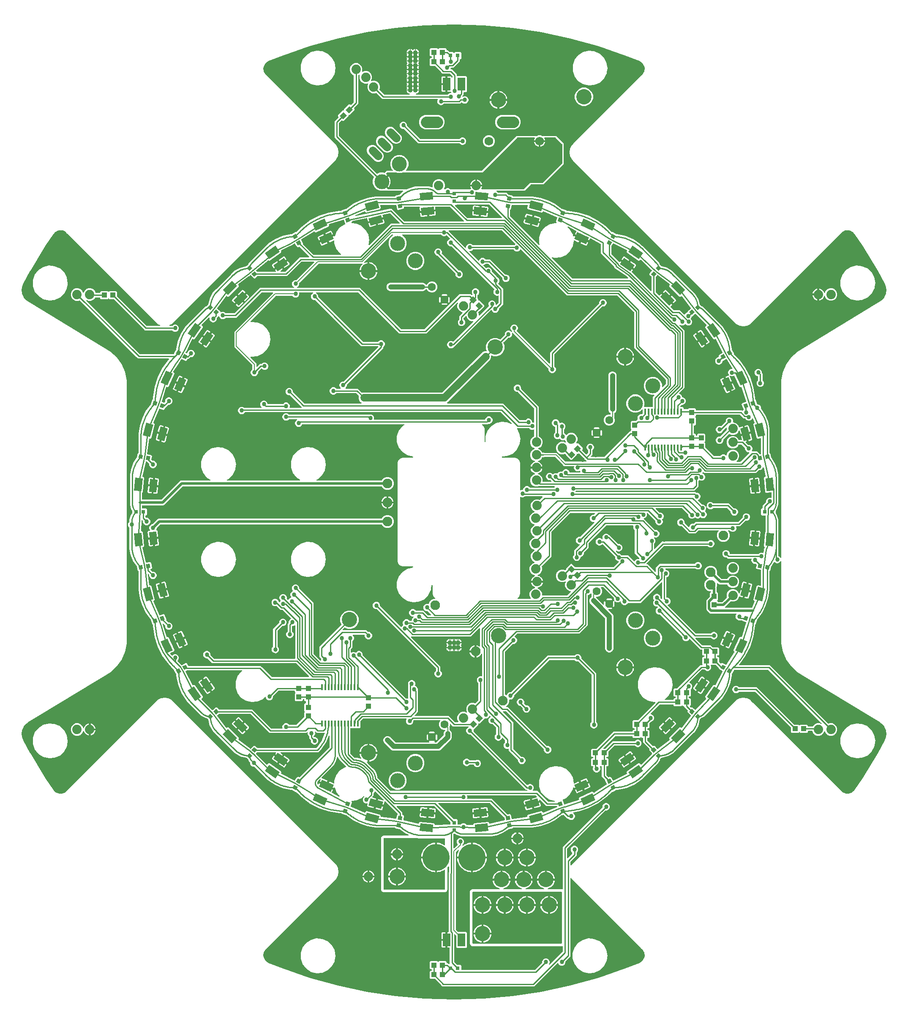
<source format=gbr>
G04 EAGLE Gerber RS-274X export*
G75*
%MOMM*%
%FSLAX34Y34*%
%LPD*%
%INBottom Copper*%
%IPPOS*%
%AMOC8*
5,1,8,0,0,1.08239X$1,22.5*%
G01*
%ADD10R,1.500000X2.600000*%
%ADD11R,1.000000X1.100000*%
%ADD12C,1.879600*%
%ADD13R,0.400000X1.250000*%
%ADD14R,0.800000X0.800000*%
%ADD15R,0.800000X0.800000*%
%ADD16R,1.100000X1.000000*%
%ADD17P,1.732040X8X337.500000*%
%ADD18C,1.600200*%
%ADD19P,1.732040X8X247.500000*%
%ADD20C,0.990600*%
%ADD21C,3.000000*%
%ADD22C,1.625600*%
%ADD23C,1.727200*%
%ADD24C,2.247900*%
%ADD25C,1.950000*%
%ADD26C,3.066000*%
%ADD27C,5.416000*%
%ADD28C,0.254000*%
%ADD29C,0.858000*%
%ADD30C,0.203200*%
%ADD31C,0.508000*%
%ADD32C,1.016000*%
%ADD33C,1.524000*%

G36*
X7644Y-421115D02*
X7644Y-421115D01*
X7758Y-421105D01*
X7784Y-421095D01*
X7811Y-421091D01*
X7916Y-421044D01*
X8023Y-421003D01*
X8046Y-420987D01*
X8071Y-420975D01*
X8158Y-420901D01*
X8250Y-420832D01*
X8267Y-420809D01*
X8288Y-420792D01*
X8352Y-420696D01*
X8420Y-420604D01*
X8430Y-420578D01*
X8445Y-420555D01*
X8480Y-420445D01*
X8521Y-420338D01*
X8523Y-420310D01*
X8531Y-420284D01*
X8534Y-420169D01*
X8543Y-420055D01*
X8538Y-420030D01*
X8539Y-420000D01*
X8472Y-419744D01*
X8468Y-419728D01*
X6603Y-415226D01*
X6603Y-410274D01*
X8498Y-405699D01*
X11999Y-402198D01*
X16574Y-400303D01*
X21526Y-400303D01*
X24447Y-401513D01*
X24476Y-401521D01*
X24502Y-401534D01*
X24613Y-401556D01*
X24723Y-401584D01*
X24752Y-401584D01*
X24781Y-401589D01*
X24894Y-401580D01*
X25007Y-401576D01*
X25035Y-401567D01*
X25064Y-401565D01*
X25170Y-401524D01*
X25278Y-401490D01*
X25302Y-401473D01*
X25329Y-401463D01*
X25420Y-401395D01*
X25514Y-401331D01*
X25533Y-401309D01*
X25556Y-401291D01*
X25624Y-401200D01*
X25697Y-401114D01*
X25709Y-401087D01*
X25726Y-401063D01*
X25766Y-400957D01*
X25812Y-400854D01*
X25816Y-400825D01*
X25827Y-400797D01*
X25836Y-400685D01*
X25851Y-400572D01*
X25847Y-400543D01*
X25849Y-400514D01*
X25832Y-400438D01*
X25811Y-400291D01*
X25785Y-400234D01*
X25774Y-400187D01*
X24564Y-397265D01*
X24564Y-392314D01*
X26459Y-387739D01*
X29960Y-384238D01*
X34535Y-382343D01*
X39486Y-382343D01*
X41591Y-383215D01*
X41593Y-383215D01*
X41594Y-383216D01*
X41729Y-383250D01*
X41867Y-383286D01*
X41868Y-383286D01*
X41870Y-383286D01*
X42010Y-383281D01*
X42151Y-383277D01*
X42152Y-383277D01*
X42154Y-383277D01*
X42287Y-383234D01*
X42422Y-383191D01*
X42423Y-383190D01*
X42424Y-383189D01*
X42436Y-383181D01*
X42658Y-383033D01*
X42677Y-383009D01*
X42698Y-382995D01*
X48470Y-377222D01*
X48522Y-377153D01*
X48582Y-377089D01*
X48608Y-377039D01*
X48641Y-376995D01*
X48672Y-376914D01*
X48712Y-376836D01*
X48720Y-376788D01*
X48742Y-376730D01*
X48754Y-376582D01*
X48767Y-376505D01*
X48767Y-343030D01*
X48755Y-342944D01*
X48752Y-342856D01*
X48735Y-342804D01*
X48727Y-342749D01*
X48692Y-342669D01*
X48665Y-342586D01*
X48637Y-342547D01*
X48611Y-342489D01*
X48515Y-342376D01*
X48470Y-342312D01*
X46865Y-340707D01*
X45747Y-338010D01*
X45747Y-335090D01*
X46865Y-332393D01*
X48929Y-330329D01*
X51626Y-329211D01*
X54546Y-329211D01*
X54955Y-329381D01*
X55067Y-329410D01*
X55176Y-329444D01*
X55204Y-329445D01*
X55231Y-329452D01*
X55345Y-329449D01*
X55460Y-329452D01*
X55487Y-329445D01*
X55515Y-329444D01*
X55624Y-329409D01*
X55735Y-329380D01*
X55759Y-329366D01*
X55786Y-329357D01*
X55881Y-329293D01*
X55980Y-329235D01*
X55999Y-329214D01*
X56022Y-329199D01*
X56096Y-329111D01*
X56174Y-329027D01*
X56187Y-329002D01*
X56205Y-328981D01*
X56251Y-328876D01*
X56304Y-328774D01*
X56308Y-328749D01*
X56320Y-328722D01*
X56357Y-328459D01*
X56359Y-328443D01*
X56359Y-284836D01*
X56353Y-284790D01*
X56355Y-284744D01*
X56333Y-284650D01*
X56319Y-284554D01*
X56301Y-284512D01*
X56290Y-284467D01*
X56243Y-284383D01*
X56203Y-284295D01*
X56173Y-284260D01*
X56151Y-284219D01*
X56082Y-284151D01*
X56020Y-284078D01*
X55981Y-284052D01*
X55948Y-284020D01*
X55863Y-283974D01*
X55783Y-283920D01*
X55739Y-283906D01*
X55698Y-283884D01*
X55604Y-283864D01*
X55512Y-283834D01*
X55466Y-283833D01*
X55421Y-283823D01*
X55324Y-283830D01*
X55228Y-283827D01*
X55183Y-283839D01*
X55137Y-283842D01*
X55046Y-283875D01*
X54953Y-283899D01*
X54913Y-283923D01*
X54869Y-283938D01*
X54791Y-283995D01*
X54708Y-284044D01*
X54677Y-284078D01*
X54639Y-284105D01*
X54594Y-284165D01*
X54514Y-284251D01*
X54476Y-284326D01*
X54439Y-284375D01*
X53692Y-285842D01*
X52555Y-287407D01*
X51187Y-288775D01*
X49622Y-289912D01*
X47898Y-290790D01*
X46058Y-291388D01*
X45211Y-291522D01*
X45211Y-280416D01*
X45203Y-280358D01*
X45205Y-280300D01*
X45183Y-280218D01*
X45171Y-280135D01*
X45147Y-280081D01*
X45133Y-280025D01*
X45090Y-279952D01*
X45055Y-279875D01*
X45017Y-279831D01*
X44987Y-279780D01*
X44926Y-279723D01*
X44871Y-279658D01*
X44823Y-279626D01*
X44780Y-279586D01*
X44705Y-279547D01*
X44635Y-279501D01*
X44579Y-279483D01*
X44527Y-279456D01*
X44459Y-279445D01*
X44364Y-279415D01*
X44264Y-279412D01*
X44196Y-279401D01*
X43179Y-279401D01*
X43179Y-279399D01*
X44196Y-279399D01*
X44254Y-279391D01*
X44312Y-279392D01*
X44394Y-279371D01*
X44477Y-279359D01*
X44531Y-279335D01*
X44587Y-279321D01*
X44660Y-279278D01*
X44737Y-279243D01*
X44782Y-279205D01*
X44832Y-279175D01*
X44890Y-279114D01*
X44954Y-279059D01*
X44986Y-279011D01*
X45026Y-278968D01*
X45065Y-278893D01*
X45111Y-278823D01*
X45129Y-278767D01*
X45156Y-278715D01*
X45167Y-278647D01*
X45197Y-278552D01*
X45200Y-278452D01*
X45211Y-278384D01*
X45211Y-267278D01*
X46058Y-267412D01*
X47898Y-268010D01*
X49622Y-268888D01*
X50316Y-269393D01*
X50398Y-269436D01*
X50474Y-269487D01*
X50523Y-269502D01*
X50567Y-269526D01*
X50657Y-269545D01*
X50745Y-269573D01*
X50796Y-269574D01*
X50846Y-269584D01*
X50937Y-269578D01*
X51029Y-269580D01*
X51078Y-269567D01*
X51129Y-269563D01*
X51216Y-269531D01*
X51304Y-269508D01*
X51348Y-269482D01*
X51396Y-269464D01*
X51470Y-269410D01*
X51549Y-269363D01*
X51584Y-269326D01*
X51624Y-269296D01*
X51680Y-269223D01*
X51743Y-269155D01*
X51766Y-269110D01*
X51797Y-269070D01*
X51831Y-268984D01*
X51873Y-268902D01*
X51880Y-268858D01*
X51901Y-268805D01*
X51916Y-268647D01*
X51928Y-268571D01*
X51928Y-233606D01*
X51924Y-233577D01*
X51927Y-233548D01*
X51904Y-233437D01*
X51888Y-233325D01*
X51876Y-233298D01*
X51871Y-233269D01*
X51819Y-233169D01*
X51772Y-233065D01*
X51753Y-233043D01*
X51740Y-233017D01*
X51662Y-232935D01*
X51589Y-232848D01*
X51564Y-232832D01*
X51544Y-232811D01*
X51446Y-232754D01*
X51352Y-232691D01*
X51324Y-232682D01*
X51299Y-232667D01*
X51189Y-232639D01*
X51081Y-232605D01*
X51051Y-232604D01*
X51023Y-232597D01*
X50910Y-232601D01*
X50797Y-232598D01*
X50768Y-232605D01*
X50739Y-232606D01*
X50631Y-232641D01*
X50522Y-232669D01*
X50496Y-232684D01*
X50468Y-232693D01*
X50405Y-232739D01*
X50277Y-232815D01*
X50234Y-232860D01*
X50195Y-232888D01*
X33739Y-249345D01*
X-84997Y-249345D01*
X-85026Y-249349D01*
X-85055Y-249346D01*
X-85166Y-249369D01*
X-85278Y-249385D01*
X-85305Y-249397D01*
X-85334Y-249402D01*
X-85434Y-249454D01*
X-85538Y-249501D01*
X-85560Y-249520D01*
X-85586Y-249533D01*
X-85668Y-249611D01*
X-85755Y-249684D01*
X-85771Y-249709D01*
X-85792Y-249729D01*
X-85849Y-249827D01*
X-85912Y-249921D01*
X-85921Y-249949D01*
X-85936Y-249974D01*
X-85964Y-250084D01*
X-85998Y-250192D01*
X-85999Y-250222D01*
X-86006Y-250250D01*
X-86002Y-250363D01*
X-86005Y-250476D01*
X-85998Y-250505D01*
X-85997Y-250534D01*
X-85962Y-250642D01*
X-85933Y-250751D01*
X-85918Y-250777D01*
X-85909Y-250805D01*
X-85864Y-250868D01*
X-85788Y-250996D01*
X-85742Y-251039D01*
X-85715Y-251078D01*
X-27431Y-309361D01*
X-27431Y-317370D01*
X-27419Y-317456D01*
X-27416Y-317544D01*
X-27399Y-317596D01*
X-27391Y-317651D01*
X-27356Y-317731D01*
X-27329Y-317814D01*
X-27301Y-317854D01*
X-27275Y-317911D01*
X-27179Y-318024D01*
X-27134Y-318088D01*
X-25529Y-319693D01*
X-24411Y-322390D01*
X-24411Y-325310D01*
X-25529Y-328007D01*
X-27593Y-330071D01*
X-30290Y-331189D01*
X-33210Y-331189D01*
X-35907Y-330071D01*
X-37971Y-328007D01*
X-39089Y-325310D01*
X-39089Y-322390D01*
X-37971Y-319693D01*
X-36366Y-318088D01*
X-36314Y-318018D01*
X-36254Y-317954D01*
X-36228Y-317905D01*
X-36195Y-317860D01*
X-36164Y-317779D01*
X-36124Y-317701D01*
X-36116Y-317653D01*
X-36094Y-317595D01*
X-36082Y-317447D01*
X-36069Y-317370D01*
X-36069Y-313359D01*
X-36081Y-313273D01*
X-36084Y-313185D01*
X-36101Y-313133D01*
X-36109Y-313078D01*
X-36144Y-312998D01*
X-36171Y-312915D01*
X-36199Y-312876D01*
X-36225Y-312819D01*
X-36321Y-312705D01*
X-36366Y-312642D01*
X-154047Y-194961D01*
X-154116Y-194909D01*
X-154180Y-194849D01*
X-154230Y-194823D01*
X-154274Y-194790D01*
X-154355Y-194759D01*
X-154433Y-194719D01*
X-154481Y-194711D01*
X-154539Y-194689D01*
X-154687Y-194677D01*
X-154764Y-194664D01*
X-157035Y-194664D01*
X-159732Y-193546D01*
X-161796Y-191482D01*
X-162914Y-188785D01*
X-162914Y-185865D01*
X-161796Y-183168D01*
X-159732Y-181104D01*
X-157035Y-179986D01*
X-154115Y-179986D01*
X-151418Y-181104D01*
X-149354Y-183168D01*
X-148236Y-185865D01*
X-148236Y-188136D01*
X-148229Y-188189D01*
X-148230Y-188222D01*
X-148223Y-188246D01*
X-148221Y-188310D01*
X-148204Y-188362D01*
X-148196Y-188417D01*
X-148161Y-188497D01*
X-148134Y-188580D01*
X-148106Y-188619D01*
X-148080Y-188676D01*
X-147984Y-188790D01*
X-147939Y-188853D01*
X-106493Y-230299D01*
X-106402Y-230368D01*
X-106314Y-230442D01*
X-106288Y-230453D01*
X-106266Y-230470D01*
X-106159Y-230511D01*
X-106054Y-230557D01*
X-106026Y-230561D01*
X-106001Y-230571D01*
X-105886Y-230581D01*
X-105772Y-230596D01*
X-105745Y-230592D01*
X-105717Y-230595D01*
X-105605Y-230572D01*
X-105491Y-230556D01*
X-105466Y-230544D01*
X-105438Y-230539D01*
X-105337Y-230486D01*
X-105232Y-230439D01*
X-105211Y-230421D01*
X-105186Y-230408D01*
X-105103Y-230329D01*
X-105015Y-230254D01*
X-105002Y-230233D01*
X-104980Y-230212D01*
X-104845Y-229982D01*
X-104838Y-229970D01*
X-104668Y-229560D01*
X-102603Y-227495D01*
X-102190Y-227324D01*
X-102140Y-227295D01*
X-102085Y-227274D01*
X-102018Y-227223D01*
X-101946Y-227180D01*
X-101905Y-227137D01*
X-101859Y-227102D01*
X-101808Y-227034D01*
X-101750Y-226973D01*
X-101724Y-226921D01*
X-101689Y-226874D01*
X-101659Y-226795D01*
X-101620Y-226720D01*
X-101609Y-226663D01*
X-101588Y-226608D01*
X-101581Y-226524D01*
X-101565Y-226442D01*
X-101570Y-226383D01*
X-101566Y-226325D01*
X-101581Y-226258D01*
X-101590Y-226158D01*
X-101625Y-226065D01*
X-101641Y-225998D01*
X-102589Y-223710D01*
X-102589Y-220790D01*
X-101471Y-218093D01*
X-99407Y-216029D01*
X-96710Y-214911D01*
X-93790Y-214911D01*
X-91093Y-216029D01*
X-89488Y-217634D01*
X-89418Y-217686D01*
X-89354Y-217746D01*
X-89304Y-217772D01*
X-89260Y-217805D01*
X-89179Y-217836D01*
X-89101Y-217876D01*
X-89053Y-217884D01*
X-88995Y-217906D01*
X-88847Y-217918D01*
X-88770Y-217931D01*
X-85620Y-217931D01*
X-85562Y-217923D01*
X-85503Y-217925D01*
X-85422Y-217903D01*
X-85338Y-217891D01*
X-85285Y-217868D01*
X-85228Y-217853D01*
X-85156Y-217810D01*
X-85079Y-217775D01*
X-85034Y-217737D01*
X-84984Y-217708D01*
X-84926Y-217646D01*
X-84862Y-217592D01*
X-84829Y-217543D01*
X-84789Y-217500D01*
X-84751Y-217425D01*
X-84704Y-217355D01*
X-84687Y-217299D01*
X-84660Y-217247D01*
X-84649Y-217179D01*
X-84618Y-217084D01*
X-84616Y-216984D01*
X-84604Y-216916D01*
X-84604Y-215682D01*
X-83487Y-212985D01*
X-81532Y-211030D01*
X-81514Y-211006D01*
X-81492Y-210987D01*
X-81429Y-210893D01*
X-81361Y-210803D01*
X-81351Y-210775D01*
X-81334Y-210751D01*
X-81300Y-210643D01*
X-81260Y-210537D01*
X-81258Y-210508D01*
X-81249Y-210480D01*
X-81246Y-210366D01*
X-81236Y-210254D01*
X-81242Y-210225D01*
X-81241Y-210196D01*
X-81270Y-210086D01*
X-81292Y-209975D01*
X-81306Y-209949D01*
X-81313Y-209921D01*
X-81371Y-209823D01*
X-81423Y-209723D01*
X-81443Y-209701D01*
X-81458Y-209676D01*
X-81541Y-209599D01*
X-81619Y-209517D01*
X-81644Y-209502D01*
X-81666Y-209482D01*
X-81767Y-209430D01*
X-81864Y-209373D01*
X-81893Y-209366D01*
X-81919Y-209352D01*
X-81996Y-209339D01*
X-82140Y-209303D01*
X-82202Y-209305D01*
X-82250Y-209297D01*
X-84010Y-209297D01*
X-86707Y-208179D01*
X-88771Y-206115D01*
X-89889Y-203418D01*
X-89889Y-200498D01*
X-88771Y-197801D01*
X-86707Y-195737D01*
X-84010Y-194619D01*
X-81090Y-194619D01*
X-78393Y-195737D01*
X-76788Y-197342D01*
X-76718Y-197394D01*
X-76654Y-197454D01*
X-76604Y-197480D01*
X-76560Y-197513D01*
X-76479Y-197544D01*
X-76401Y-197584D01*
X-76353Y-197592D01*
X-76295Y-197614D01*
X-76147Y-197626D01*
X-76070Y-197639D01*
X-61711Y-197639D01*
X-52638Y-206712D01*
X-52569Y-206764D01*
X-52505Y-206824D01*
X-52455Y-206850D01*
X-52411Y-206883D01*
X-52330Y-206914D01*
X-52252Y-206954D01*
X-52204Y-206962D01*
X-52146Y-206984D01*
X-51998Y-206996D01*
X-51921Y-207009D01*
X-47067Y-207009D01*
X-47038Y-207005D01*
X-47009Y-207008D01*
X-46898Y-206985D01*
X-46786Y-206969D01*
X-46759Y-206957D01*
X-46730Y-206952D01*
X-46630Y-206900D01*
X-46526Y-206853D01*
X-46504Y-206834D01*
X-46478Y-206821D01*
X-46396Y-206743D01*
X-46309Y-206670D01*
X-46293Y-206645D01*
X-46272Y-206625D01*
X-46215Y-206527D01*
X-46152Y-206433D01*
X-46143Y-206405D01*
X-46128Y-206380D01*
X-46100Y-206270D01*
X-46066Y-206162D01*
X-46065Y-206132D01*
X-46058Y-206104D01*
X-46062Y-205991D01*
X-46059Y-205878D01*
X-46066Y-205849D01*
X-46067Y-205820D01*
X-46102Y-205712D01*
X-46131Y-205603D01*
X-46146Y-205577D01*
X-46155Y-205549D01*
X-46200Y-205486D01*
X-46276Y-205358D01*
X-46321Y-205315D01*
X-46349Y-205276D01*
X-52644Y-198982D01*
X-52713Y-198930D01*
X-52777Y-198870D01*
X-52827Y-198844D01*
X-52871Y-198811D01*
X-52952Y-198780D01*
X-53030Y-198740D01*
X-53078Y-198732D01*
X-53136Y-198710D01*
X-53284Y-198698D01*
X-53361Y-198685D01*
X-55632Y-198685D01*
X-58329Y-197567D01*
X-60393Y-195503D01*
X-61511Y-192806D01*
X-61511Y-189886D01*
X-60393Y-187189D01*
X-58329Y-185125D01*
X-55632Y-184007D01*
X-52712Y-184007D01*
X-52054Y-184280D01*
X-51997Y-184295D01*
X-51944Y-184318D01*
X-51860Y-184330D01*
X-51779Y-184351D01*
X-51720Y-184349D01*
X-51662Y-184357D01*
X-51579Y-184345D01*
X-51494Y-184343D01*
X-51439Y-184325D01*
X-51381Y-184317D01*
X-51304Y-184282D01*
X-51224Y-184256D01*
X-51175Y-184224D01*
X-51122Y-184199D01*
X-51058Y-184145D01*
X-50988Y-184098D01*
X-50950Y-184053D01*
X-50905Y-184015D01*
X-50869Y-183957D01*
X-50805Y-183880D01*
X-50764Y-183789D01*
X-50727Y-183731D01*
X-48950Y-179440D01*
X-45350Y-175840D01*
X-40646Y-173891D01*
X-38431Y-173891D01*
X-38401Y-173887D01*
X-38372Y-173890D01*
X-38261Y-173867D01*
X-38149Y-173851D01*
X-38122Y-173839D01*
X-38094Y-173834D01*
X-37993Y-173781D01*
X-37890Y-173735D01*
X-37867Y-173716D01*
X-37841Y-173703D01*
X-37759Y-173625D01*
X-37673Y-173552D01*
X-37656Y-173527D01*
X-37635Y-173507D01*
X-37578Y-173409D01*
X-37515Y-173315D01*
X-37506Y-173287D01*
X-37491Y-173262D01*
X-37463Y-173152D01*
X-37429Y-173044D01*
X-37428Y-173014D01*
X-37421Y-172986D01*
X-37425Y-172873D01*
X-37422Y-172760D01*
X-37429Y-172731D01*
X-37430Y-172702D01*
X-37465Y-172594D01*
X-37494Y-172485D01*
X-37509Y-172459D01*
X-37518Y-172431D01*
X-37563Y-172368D01*
X-37639Y-172240D01*
X-37685Y-172197D01*
X-37713Y-172158D01*
X-40946Y-168924D01*
X-42934Y-164127D01*
X-42934Y-147226D01*
X-42942Y-147168D01*
X-42941Y-147109D01*
X-42962Y-147028D01*
X-42974Y-146945D01*
X-42998Y-146891D01*
X-43013Y-146834D01*
X-43055Y-146762D01*
X-43090Y-146685D01*
X-43128Y-146641D01*
X-43158Y-146590D01*
X-43219Y-146533D01*
X-43273Y-146468D01*
X-43322Y-146436D01*
X-43365Y-146396D01*
X-43440Y-146357D01*
X-43510Y-146311D01*
X-43566Y-146293D01*
X-43619Y-146266D01*
X-43701Y-146250D01*
X-43781Y-146225D01*
X-43840Y-146224D01*
X-43898Y-146212D01*
X-43981Y-146220D01*
X-44065Y-146218D01*
X-44122Y-146233D01*
X-44181Y-146238D01*
X-44259Y-146268D01*
X-44340Y-146290D01*
X-44391Y-146320D01*
X-44446Y-146341D01*
X-44513Y-146392D01*
X-44585Y-146435D01*
X-44625Y-146478D01*
X-44672Y-146513D01*
X-44722Y-146581D01*
X-44779Y-146642D01*
X-44806Y-146695D01*
X-44841Y-146742D01*
X-44864Y-146807D01*
X-44909Y-146895D01*
X-44923Y-146979D01*
X-44950Y-147059D01*
X-44995Y-147327D01*
X-44995Y-147328D01*
X-45165Y-148343D01*
X-45842Y-152404D01*
X-46012Y-153419D01*
X-46520Y-156465D01*
X-46689Y-157480D01*
X-46696Y-157522D01*
X-52193Y-167679D01*
X-60690Y-175502D01*
X-71267Y-180141D01*
X-82777Y-181095D01*
X-93973Y-178260D01*
X-103642Y-171943D01*
X-110736Y-162828D01*
X-114486Y-151905D01*
X-114486Y-140355D01*
X-110736Y-129432D01*
X-103642Y-120317D01*
X-93973Y-114000D01*
X-82848Y-111183D01*
X-82833Y-111177D01*
X-82816Y-111174D01*
X-82702Y-111123D01*
X-82585Y-111075D01*
X-82572Y-111065D01*
X-82557Y-111058D01*
X-82461Y-110977D01*
X-82362Y-110899D01*
X-82353Y-110885D01*
X-82340Y-110874D01*
X-82270Y-110770D01*
X-82197Y-110668D01*
X-82192Y-110652D01*
X-82182Y-110638D01*
X-82144Y-110518D01*
X-82102Y-110400D01*
X-82101Y-110383D01*
X-82096Y-110367D01*
X-82093Y-110241D01*
X-82086Y-110116D01*
X-82090Y-110099D01*
X-82089Y-110083D01*
X-82121Y-109961D01*
X-82149Y-109839D01*
X-82157Y-109824D01*
X-82161Y-109808D01*
X-82225Y-109700D01*
X-82286Y-109590D01*
X-82298Y-109578D01*
X-82306Y-109563D01*
X-82398Y-109477D01*
X-82486Y-109388D01*
X-82501Y-109380D01*
X-82513Y-109369D01*
X-82625Y-109312D01*
X-82735Y-109251D01*
X-82752Y-109247D01*
X-82767Y-109239D01*
X-82836Y-109228D01*
X-83012Y-109187D01*
X-83055Y-109191D01*
X-83098Y-109184D01*
X-102927Y-109184D01*
X-107724Y-107196D01*
X-111396Y-103524D01*
X-113384Y-98727D01*
X-113384Y98567D01*
X-111396Y103364D01*
X-107724Y107036D01*
X-102927Y109024D01*
X-83098Y109024D01*
X-83081Y109026D01*
X-83064Y109024D01*
X-82941Y109046D01*
X-82816Y109064D01*
X-82801Y109070D01*
X-82784Y109073D01*
X-82671Y109128D01*
X-82557Y109180D01*
X-82544Y109191D01*
X-82529Y109198D01*
X-82436Y109282D01*
X-82340Y109363D01*
X-82330Y109378D01*
X-82318Y109389D01*
X-82252Y109495D01*
X-82182Y109600D01*
X-82177Y109616D01*
X-82168Y109630D01*
X-82134Y109751D01*
X-82096Y109871D01*
X-82096Y109888D01*
X-82091Y109904D01*
X-82092Y110030D01*
X-82089Y110155D01*
X-82093Y110172D01*
X-82093Y110188D01*
X-82129Y110309D01*
X-82161Y110430D01*
X-82169Y110445D01*
X-82174Y110461D01*
X-82242Y110567D01*
X-82306Y110675D01*
X-82318Y110686D01*
X-82328Y110700D01*
X-82422Y110783D01*
X-82513Y110869D01*
X-82529Y110877D01*
X-82541Y110888D01*
X-82606Y110916D01*
X-82767Y110999D01*
X-82809Y111006D01*
X-82848Y111023D01*
X-93973Y113840D01*
X-103642Y120157D01*
X-110736Y129272D01*
X-114486Y140195D01*
X-114486Y151745D01*
X-110736Y162668D01*
X-103642Y171783D01*
X-100110Y174091D01*
X-100009Y174179D01*
X-99907Y174265D01*
X-99902Y174272D01*
X-99896Y174278D01*
X-99823Y174391D01*
X-99750Y174502D01*
X-99747Y174510D01*
X-99742Y174517D01*
X-99704Y174645D01*
X-99664Y174773D01*
X-99664Y174781D01*
X-99661Y174789D01*
X-99660Y174924D01*
X-99656Y175057D01*
X-99659Y175065D01*
X-99659Y175074D01*
X-99695Y175203D01*
X-99728Y175332D01*
X-99733Y175339D01*
X-99735Y175348D01*
X-99805Y175461D01*
X-99874Y175576D01*
X-99880Y175582D01*
X-99884Y175589D01*
X-99983Y175679D01*
X-100081Y175771D01*
X-100089Y175775D01*
X-100095Y175780D01*
X-100214Y175839D01*
X-100334Y175900D01*
X-100342Y175902D01*
X-100350Y175906D01*
X-100630Y175955D01*
X-100649Y175953D01*
X-100665Y175956D01*
X-303292Y175956D01*
X-303294Y175955D01*
X-303295Y175956D01*
X-303435Y175935D01*
X-303574Y175916D01*
X-303575Y175915D01*
X-303577Y175915D01*
X-303704Y175858D01*
X-303833Y175800D01*
X-303834Y175799D01*
X-303836Y175798D01*
X-303943Y175707D01*
X-304050Y175616D01*
X-304051Y175615D01*
X-304052Y175614D01*
X-304060Y175601D01*
X-304208Y175379D01*
X-304217Y175350D01*
X-304230Y175329D01*
X-304929Y173643D01*
X-306993Y171579D01*
X-309690Y170461D01*
X-312610Y170461D01*
X-315307Y171579D01*
X-317371Y173643D01*
X-318489Y176340D01*
X-318489Y179260D01*
X-317371Y181957D01*
X-315307Y184021D01*
X-314808Y184228D01*
X-314734Y184272D01*
X-314656Y184307D01*
X-314613Y184344D01*
X-314564Y184373D01*
X-314505Y184435D01*
X-314439Y184491D01*
X-314407Y184538D01*
X-314368Y184579D01*
X-314329Y184656D01*
X-314281Y184727D01*
X-314264Y184781D01*
X-314238Y184832D01*
X-314222Y184916D01*
X-314196Y184998D01*
X-314194Y185055D01*
X-314183Y185111D01*
X-314190Y185196D01*
X-314188Y185282D01*
X-314203Y185337D01*
X-314208Y185394D01*
X-314238Y185474D01*
X-314260Y185557D01*
X-314289Y185606D01*
X-314310Y185659D01*
X-314362Y185728D01*
X-314405Y185802D01*
X-314447Y185841D01*
X-314481Y185886D01*
X-314550Y185938D01*
X-314613Y185996D01*
X-314663Y186022D01*
X-314709Y186056D01*
X-314789Y186087D01*
X-314866Y186126D01*
X-314915Y186134D01*
X-314975Y186157D01*
X-315120Y186168D01*
X-315197Y186181D01*
X-330070Y186181D01*
X-330156Y186169D01*
X-330244Y186166D01*
X-330296Y186149D01*
X-330351Y186141D01*
X-330431Y186106D01*
X-330514Y186079D01*
X-330553Y186051D01*
X-330611Y186025D01*
X-330724Y185929D01*
X-330788Y185884D01*
X-332393Y184279D01*
X-335090Y183161D01*
X-338010Y183161D01*
X-340707Y184279D01*
X-342771Y186343D01*
X-343889Y189040D01*
X-343889Y191960D01*
X-342771Y194657D01*
X-340707Y196721D01*
X-338010Y197839D01*
X-335090Y197839D01*
X-332393Y196721D01*
X-330788Y195116D01*
X-330718Y195064D01*
X-330654Y195004D01*
X-330604Y194978D01*
X-330560Y194945D01*
X-330479Y194914D01*
X-330401Y194874D01*
X-330353Y194866D01*
X-330295Y194844D01*
X-330147Y194832D01*
X-330070Y194819D01*
X-170424Y194819D01*
X-170393Y194823D01*
X-170363Y194821D01*
X-170286Y194838D01*
X-170142Y194859D01*
X-170084Y194885D01*
X-170035Y194896D01*
X-168928Y195355D01*
X-166008Y195355D01*
X-163311Y194237D01*
X-161247Y192173D01*
X-160129Y189476D01*
X-160129Y186556D01*
X-160361Y185997D01*
X-160390Y185886D01*
X-160424Y185776D01*
X-160425Y185748D01*
X-160432Y185722D01*
X-160429Y185607D01*
X-160432Y185492D01*
X-160425Y185465D01*
X-160424Y185437D01*
X-160389Y185328D01*
X-160360Y185217D01*
X-160346Y185193D01*
X-160337Y185167D01*
X-160273Y185071D01*
X-160215Y184973D01*
X-160194Y184954D01*
X-160179Y184931D01*
X-160091Y184857D01*
X-160007Y184778D01*
X-159983Y184765D01*
X-159961Y184748D01*
X-159856Y184701D01*
X-159754Y184649D01*
X-159730Y184645D01*
X-159702Y184632D01*
X-159438Y184596D01*
X-159423Y184593D01*
X61496Y184593D01*
X61554Y184601D01*
X61612Y184600D01*
X61694Y184621D01*
X61778Y184633D01*
X61831Y184657D01*
X61887Y184672D01*
X61960Y184715D01*
X62037Y184749D01*
X62082Y184787D01*
X62132Y184817D01*
X62190Y184878D01*
X62254Y184933D01*
X62286Y184982D01*
X62326Y185024D01*
X62365Y185099D01*
X62412Y185170D01*
X62429Y185225D01*
X62456Y185277D01*
X62467Y185345D01*
X62497Y185441D01*
X62500Y185540D01*
X62511Y185608D01*
X62511Y185610D01*
X63629Y188307D01*
X65693Y190371D01*
X68390Y191489D01*
X71310Y191489D01*
X74007Y190371D01*
X76071Y188307D01*
X77189Y185610D01*
X77189Y182690D01*
X76071Y179993D01*
X74007Y177929D01*
X71310Y176811D01*
X69039Y176811D01*
X68953Y176799D01*
X68865Y176796D01*
X68813Y176779D01*
X68758Y176771D01*
X68678Y176736D01*
X68595Y176709D01*
X68556Y176681D01*
X68499Y176655D01*
X68385Y176559D01*
X68322Y176514D01*
X67763Y175956D01*
X57346Y175956D01*
X57317Y175952D01*
X57288Y175954D01*
X57177Y175932D01*
X57065Y175916D01*
X57038Y175904D01*
X57009Y175898D01*
X56908Y175846D01*
X56805Y175800D01*
X56783Y175781D01*
X56757Y175767D01*
X56675Y175689D01*
X56588Y175616D01*
X56572Y175592D01*
X56551Y175571D01*
X56493Y175474D01*
X56431Y175379D01*
X56422Y175351D01*
X56407Y175326D01*
X56379Y175217D01*
X56345Y175108D01*
X56344Y175079D01*
X56337Y175051D01*
X56340Y174938D01*
X56338Y174824D01*
X56345Y174796D01*
X56346Y174766D01*
X56381Y174658D01*
X56409Y174549D01*
X56424Y174524D01*
X56433Y174496D01*
X56479Y174432D01*
X56555Y174305D01*
X56600Y174262D01*
X56628Y174223D01*
X58986Y171864D01*
X60974Y167067D01*
X60974Y145970D01*
X60979Y145933D01*
X60976Y145904D01*
X61283Y141214D01*
X61308Y141096D01*
X61315Y141020D01*
X61317Y141012D01*
X61322Y141001D01*
X61323Y140990D01*
X61336Y140962D01*
X61341Y140935D01*
X61381Y140861D01*
X61428Y140750D01*
X61435Y140741D01*
X61439Y140731D01*
X61467Y140699D01*
X61474Y140684D01*
X61511Y140646D01*
X61524Y140631D01*
X61607Y140529D01*
X61616Y140522D01*
X61623Y140514D01*
X61667Y140485D01*
X61672Y140480D01*
X61692Y140468D01*
X61732Y140441D01*
X61840Y140366D01*
X61850Y140363D01*
X61860Y140356D01*
X61985Y140317D01*
X62109Y140274D01*
X62120Y140274D01*
X62131Y140271D01*
X62262Y140267D01*
X62393Y140261D01*
X62404Y140264D01*
X62415Y140263D01*
X62542Y140296D01*
X62670Y140327D01*
X62679Y140332D01*
X62690Y140335D01*
X62802Y140402D01*
X62917Y140467D01*
X62925Y140475D01*
X62934Y140480D01*
X63024Y140576D01*
X63116Y140670D01*
X63121Y140680D01*
X63129Y140688D01*
X63159Y140746D01*
X63163Y140751D01*
X63172Y140771D01*
X63189Y140804D01*
X63251Y140920D01*
X63253Y140931D01*
X63258Y140941D01*
X63267Y140992D01*
X63276Y141012D01*
X63280Y141054D01*
X63311Y141198D01*
X63308Y141235D01*
X63314Y141272D01*
X63314Y151745D01*
X67064Y162668D01*
X74158Y171783D01*
X83827Y178100D01*
X95023Y180935D01*
X106533Y179981D01*
X114188Y176623D01*
X114281Y176597D01*
X114371Y176563D01*
X114417Y176559D01*
X114461Y176547D01*
X114558Y176547D01*
X114654Y176540D01*
X114699Y176549D01*
X114746Y176549D01*
X114838Y176576D01*
X114933Y176595D01*
X114974Y176617D01*
X115018Y176630D01*
X115099Y176682D01*
X115185Y176726D01*
X115219Y176758D01*
X115258Y176783D01*
X115321Y176856D01*
X115391Y176922D01*
X115414Y176962D01*
X115445Y176997D01*
X115486Y177084D01*
X115535Y177167D01*
X115546Y177212D01*
X115566Y177254D01*
X115581Y177350D01*
X115605Y177443D01*
X115603Y177489D01*
X115611Y177535D01*
X115599Y177631D01*
X115596Y177727D01*
X115581Y177771D01*
X115576Y177817D01*
X115538Y177906D01*
X115508Y177998D01*
X115485Y178031D01*
X115464Y178079D01*
X115357Y178210D01*
X115313Y178271D01*
X93758Y199826D01*
X93689Y199878D01*
X93625Y199938D01*
X93575Y199964D01*
X93531Y199997D01*
X93450Y200028D01*
X93372Y200068D01*
X93324Y200076D01*
X93266Y200098D01*
X93118Y200110D01*
X93041Y200123D01*
X-418103Y200123D01*
X-418104Y200123D01*
X-418106Y200123D01*
X-418247Y200103D01*
X-418384Y200083D01*
X-418386Y200083D01*
X-418387Y200083D01*
X-418517Y200024D01*
X-418644Y199967D01*
X-418645Y199966D01*
X-418646Y199965D01*
X-418753Y199875D01*
X-418861Y199784D01*
X-418861Y199782D01*
X-418863Y199781D01*
X-418871Y199768D01*
X-419018Y199547D01*
X-419027Y199518D01*
X-419041Y199497D01*
X-419229Y199043D01*
X-421293Y196979D01*
X-423990Y195861D01*
X-426910Y195861D01*
X-429607Y196979D01*
X-431671Y199043D01*
X-432789Y201740D01*
X-432789Y204660D01*
X-431671Y207357D01*
X-429607Y209421D01*
X-426910Y210539D01*
X-423990Y210539D01*
X-421293Y209421D01*
X-420930Y209058D01*
X-420860Y209006D01*
X-420796Y208946D01*
X-420747Y208920D01*
X-420702Y208887D01*
X-420621Y208856D01*
X-420543Y208816D01*
X-420495Y208808D01*
X-420437Y208786D01*
X-420289Y208774D01*
X-420212Y208761D01*
X-386690Y208761D01*
X-386661Y208765D01*
X-386632Y208762D01*
X-386521Y208785D01*
X-386409Y208801D01*
X-386382Y208813D01*
X-386353Y208818D01*
X-386253Y208871D01*
X-386149Y208917D01*
X-386127Y208936D01*
X-386101Y208949D01*
X-386019Y209027D01*
X-385932Y209100D01*
X-385916Y209125D01*
X-385895Y209145D01*
X-385838Y209243D01*
X-385775Y209337D01*
X-385766Y209365D01*
X-385751Y209390D01*
X-385723Y209500D01*
X-385689Y209608D01*
X-385688Y209638D01*
X-385681Y209666D01*
X-385685Y209779D01*
X-385682Y209892D01*
X-385689Y209921D01*
X-385690Y209950D01*
X-385725Y210058D01*
X-385754Y210167D01*
X-385768Y210193D01*
X-385778Y210221D01*
X-385823Y210285D01*
X-385899Y210412D01*
X-385944Y210455D01*
X-385972Y210494D01*
X-387221Y211743D01*
X-388339Y214440D01*
X-388339Y217360D01*
X-387221Y220057D01*
X-385157Y222121D01*
X-382460Y223239D01*
X-379540Y223239D01*
X-376843Y222121D01*
X-374779Y220057D01*
X-373660Y217356D01*
X-373653Y217310D01*
X-373655Y217252D01*
X-373633Y217170D01*
X-373621Y217086D01*
X-373598Y217033D01*
X-373583Y216977D01*
X-373540Y216904D01*
X-373505Y216827D01*
X-373467Y216782D01*
X-373438Y216732D01*
X-373376Y216674D01*
X-373322Y216610D01*
X-373273Y216578D01*
X-373230Y216538D01*
X-373155Y216499D01*
X-373085Y216452D01*
X-373029Y216435D01*
X-372977Y216408D01*
X-372909Y216397D01*
X-372814Y216367D01*
X-372714Y216364D01*
X-372646Y216353D01*
X-343030Y216353D01*
X-342944Y216365D01*
X-342856Y216368D01*
X-342804Y216385D01*
X-342749Y216393D01*
X-342669Y216428D01*
X-342586Y216455D01*
X-342547Y216483D01*
X-342489Y216509D01*
X-342376Y216605D01*
X-342312Y216650D01*
X-340707Y218255D01*
X-338010Y219373D01*
X-335090Y219373D01*
X-332393Y218255D01*
X-330329Y216191D01*
X-329211Y213494D01*
X-329211Y210574D01*
X-329381Y210165D01*
X-329410Y210053D01*
X-329444Y209944D01*
X-329445Y209916D01*
X-329452Y209889D01*
X-329449Y209775D01*
X-329452Y209660D01*
X-329445Y209633D01*
X-329444Y209605D01*
X-329409Y209496D01*
X-329380Y209385D01*
X-329366Y209361D01*
X-329357Y209334D01*
X-329293Y209239D01*
X-329235Y209140D01*
X-329214Y209121D01*
X-329199Y209098D01*
X-329111Y209024D01*
X-329027Y208946D01*
X-329002Y208933D01*
X-328981Y208915D01*
X-328876Y208869D01*
X-328774Y208816D01*
X-328749Y208812D01*
X-328722Y208800D01*
X-328458Y208763D01*
X-328443Y208761D01*
X-306219Y208761D01*
X-306190Y208765D01*
X-306161Y208762D01*
X-306050Y208785D01*
X-305938Y208801D01*
X-305911Y208813D01*
X-305882Y208818D01*
X-305782Y208870D01*
X-305678Y208917D01*
X-305656Y208936D01*
X-305630Y208949D01*
X-305548Y209027D01*
X-305461Y209100D01*
X-305445Y209125D01*
X-305424Y209145D01*
X-305367Y209243D01*
X-305304Y209337D01*
X-305295Y209365D01*
X-305280Y209390D01*
X-305252Y209500D01*
X-305218Y209608D01*
X-305217Y209638D01*
X-305210Y209666D01*
X-305214Y209779D01*
X-305211Y209892D01*
X-305218Y209921D01*
X-305219Y209950D01*
X-305254Y210058D01*
X-305283Y210167D01*
X-305298Y210193D01*
X-305307Y210221D01*
X-305352Y210284D01*
X-305428Y210412D01*
X-305473Y210455D01*
X-305501Y210494D01*
X-328672Y233664D01*
X-328741Y233716D01*
X-328805Y233776D01*
X-328855Y233802D01*
X-328899Y233835D01*
X-328980Y233866D01*
X-329058Y233906D01*
X-329106Y233914D01*
X-329164Y233936D01*
X-329312Y233948D01*
X-329389Y233961D01*
X-331660Y233961D01*
X-334357Y235079D01*
X-336421Y237143D01*
X-337539Y239840D01*
X-337539Y242760D01*
X-336421Y245457D01*
X-334357Y247521D01*
X-331660Y248639D01*
X-328740Y248639D01*
X-326043Y247521D01*
X-323979Y245457D01*
X-322861Y242760D01*
X-322861Y240489D01*
X-322849Y240403D01*
X-322846Y240315D01*
X-322829Y240263D01*
X-322821Y240208D01*
X-322786Y240128D01*
X-322759Y240045D01*
X-322731Y240006D01*
X-322705Y239949D01*
X-322609Y239835D01*
X-322564Y239772D01*
X-300535Y217743D01*
X-300465Y217690D01*
X-300401Y217630D01*
X-300352Y217605D01*
X-300308Y217572D01*
X-300226Y217541D01*
X-300148Y217501D01*
X-300101Y217493D01*
X-300042Y217470D01*
X-299894Y217458D01*
X-299817Y217445D01*
X-186393Y217445D01*
X-186308Y217457D01*
X-186222Y217460D01*
X-186167Y217477D01*
X-186111Y217485D01*
X-186033Y217520D01*
X-185951Y217546D01*
X-185904Y217578D01*
X-185852Y217601D01*
X-185786Y217657D01*
X-185715Y217705D01*
X-185678Y217748D01*
X-185635Y217785D01*
X-185587Y217857D01*
X-185532Y217922D01*
X-185509Y217974D01*
X-185477Y218022D01*
X-185451Y218104D01*
X-185416Y218182D01*
X-185409Y218238D01*
X-185391Y218293D01*
X-185389Y218379D01*
X-185377Y218464D01*
X-185386Y218520D01*
X-185384Y218577D01*
X-185406Y218660D01*
X-185418Y218745D01*
X-185442Y218797D01*
X-185456Y218852D01*
X-185500Y218926D01*
X-185535Y219004D01*
X-185572Y219047D01*
X-185601Y219096D01*
X-185664Y219155D01*
X-185720Y219221D01*
X-185762Y219247D01*
X-185809Y219291D01*
X-185938Y219357D01*
X-186004Y219398D01*
X-186383Y219556D01*
X-189384Y222557D01*
X-191009Y226478D01*
X-191009Y230722D01*
X-190554Y231820D01*
X-190554Y231822D01*
X-190553Y231823D01*
X-190525Y231933D01*
X-190491Y232040D01*
X-190490Y232068D01*
X-190483Y232095D01*
X-190483Y232097D01*
X-190483Y232098D01*
X-190486Y232215D01*
X-190484Y232324D01*
X-190490Y232350D01*
X-190491Y232379D01*
X-190492Y232381D01*
X-190492Y232383D01*
X-190528Y232496D01*
X-190555Y232599D01*
X-190569Y232622D01*
X-190578Y232650D01*
X-190579Y232652D01*
X-190579Y232653D01*
X-190588Y232666D01*
X-190646Y232752D01*
X-190701Y232844D01*
X-190719Y232861D01*
X-190736Y232886D01*
X-190760Y232906D01*
X-190774Y232926D01*
X-195774Y237926D01*
X-195843Y237978D01*
X-195907Y238038D01*
X-195957Y238064D01*
X-196001Y238097D01*
X-196082Y238128D01*
X-196160Y238168D01*
X-196208Y238176D01*
X-196266Y238198D01*
X-196414Y238210D01*
X-196491Y238223D01*
X-235346Y238223D01*
X-235432Y238211D01*
X-235520Y238208D01*
X-235573Y238191D01*
X-235627Y238183D01*
X-235707Y238148D01*
X-235790Y238121D01*
X-235830Y238093D01*
X-235887Y238067D01*
X-236000Y237971D01*
X-236064Y237926D01*
X-237669Y236321D01*
X-240366Y235203D01*
X-243286Y235203D01*
X-245983Y236321D01*
X-248048Y238385D01*
X-249165Y241082D01*
X-249165Y244002D01*
X-248048Y246699D01*
X-245983Y248763D01*
X-243286Y249881D01*
X-240366Y249881D01*
X-237669Y248763D01*
X-236064Y247158D01*
X-235994Y247106D01*
X-235930Y247046D01*
X-235881Y247020D01*
X-235837Y246987D01*
X-235755Y246956D01*
X-235677Y246916D01*
X-235629Y246908D01*
X-235571Y246886D01*
X-235423Y246874D01*
X-235346Y246861D01*
X-227940Y246861D01*
X-227911Y246865D01*
X-227882Y246862D01*
X-227771Y246885D01*
X-227659Y246901D01*
X-227632Y246913D01*
X-227603Y246918D01*
X-227503Y246971D01*
X-227399Y247017D01*
X-227377Y247036D01*
X-227351Y247049D01*
X-227269Y247127D01*
X-227182Y247200D01*
X-227166Y247225D01*
X-227145Y247245D01*
X-227088Y247343D01*
X-227025Y247437D01*
X-227016Y247465D01*
X-227001Y247490D01*
X-226973Y247600D01*
X-226939Y247708D01*
X-226938Y247738D01*
X-226931Y247766D01*
X-226935Y247879D01*
X-226932Y247992D01*
X-226939Y248021D01*
X-226940Y248050D01*
X-226975Y248158D01*
X-227004Y248267D01*
X-227018Y248293D01*
X-227028Y248321D01*
X-227073Y248385D01*
X-227149Y248512D01*
X-227194Y248555D01*
X-227222Y248594D01*
X-228471Y249843D01*
X-229589Y252540D01*
X-229589Y255460D01*
X-228471Y258157D01*
X-226407Y260221D01*
X-223710Y261339D01*
X-221439Y261339D01*
X-221353Y261351D01*
X-221265Y261354D01*
X-221213Y261371D01*
X-221158Y261379D01*
X-221078Y261414D01*
X-220995Y261441D01*
X-220956Y261469D01*
X-220899Y261495D01*
X-220785Y261591D01*
X-220722Y261636D01*
X-151859Y330498D01*
X-151842Y330522D01*
X-151819Y330541D01*
X-151757Y330635D01*
X-151689Y330725D01*
X-151678Y330753D01*
X-151662Y330777D01*
X-151628Y330885D01*
X-151587Y330991D01*
X-151585Y331020D01*
X-151576Y331048D01*
X-151573Y331162D01*
X-151564Y331274D01*
X-151570Y331303D01*
X-151569Y331332D01*
X-151597Y331442D01*
X-151620Y331553D01*
X-151633Y331579D01*
X-151641Y331607D01*
X-151698Y331705D01*
X-151751Y331805D01*
X-151771Y331827D01*
X-151786Y331852D01*
X-151868Y331929D01*
X-151946Y332011D01*
X-151972Y332026D01*
X-151993Y332046D01*
X-152094Y332098D01*
X-152192Y332155D01*
X-152220Y332162D01*
X-152246Y332176D01*
X-152324Y332189D01*
X-152467Y332225D01*
X-152530Y332223D01*
X-152577Y332231D01*
X-185939Y332231D01*
X-188766Y335058D01*
X-236442Y382734D01*
X-277872Y424164D01*
X-277941Y424216D01*
X-278005Y424276D01*
X-278055Y424302D01*
X-278099Y424335D01*
X-278180Y424366D01*
X-278258Y424406D01*
X-278306Y424414D01*
X-278364Y424436D01*
X-278512Y424448D01*
X-278589Y424461D01*
X-280860Y424461D01*
X-283557Y425579D01*
X-285621Y427643D01*
X-286739Y430340D01*
X-286739Y433260D01*
X-285621Y435957D01*
X-283557Y438021D01*
X-283058Y438228D01*
X-282984Y438272D01*
X-282906Y438307D01*
X-282863Y438344D01*
X-282814Y438373D01*
X-282755Y438435D01*
X-282689Y438491D01*
X-282657Y438538D01*
X-282618Y438579D01*
X-282579Y438656D01*
X-282531Y438727D01*
X-282514Y438781D01*
X-282488Y438832D01*
X-282472Y438916D01*
X-282446Y438998D01*
X-282444Y439055D01*
X-282433Y439111D01*
X-282440Y439196D01*
X-282438Y439282D01*
X-282453Y439337D01*
X-282458Y439394D01*
X-282488Y439474D01*
X-282510Y439557D01*
X-282539Y439606D01*
X-282560Y439659D01*
X-282612Y439728D01*
X-282655Y439802D01*
X-282697Y439841D01*
X-282731Y439886D01*
X-282800Y439938D01*
X-282863Y439996D01*
X-282913Y440022D01*
X-282959Y440056D01*
X-283039Y440087D01*
X-283116Y440126D01*
X-283165Y440134D01*
X-283225Y440157D01*
X-283370Y440168D01*
X-283447Y440181D01*
X-309393Y440181D01*
X-309507Y440165D01*
X-309621Y440155D01*
X-309647Y440145D01*
X-309675Y440141D01*
X-309779Y440094D01*
X-309886Y440053D01*
X-309909Y440037D01*
X-309934Y440025D01*
X-310022Y439951D01*
X-310113Y439882D01*
X-310130Y439859D01*
X-310151Y439842D01*
X-310215Y439746D01*
X-310283Y439654D01*
X-310293Y439628D01*
X-310309Y439605D01*
X-310343Y439495D01*
X-310384Y439388D01*
X-310386Y439360D01*
X-310394Y439334D01*
X-310397Y439219D01*
X-310406Y439105D01*
X-310401Y439080D01*
X-310402Y439050D01*
X-310335Y438793D01*
X-310331Y438777D01*
X-310161Y438368D01*
X-310161Y435448D01*
X-311279Y432751D01*
X-313343Y430687D01*
X-316040Y429569D01*
X-318960Y429569D01*
X-321657Y430687D01*
X-323516Y432546D01*
X-323586Y432598D01*
X-323650Y432658D01*
X-323700Y432684D01*
X-323744Y432717D01*
X-323825Y432748D01*
X-323903Y432788D01*
X-323951Y432796D01*
X-324009Y432818D01*
X-324157Y432830D01*
X-324234Y432843D01*
X-356750Y432843D01*
X-356837Y432831D01*
X-356924Y432828D01*
X-356977Y432811D01*
X-357032Y432803D01*
X-357112Y432768D01*
X-357195Y432741D01*
X-357234Y432713D01*
X-357291Y432687D01*
X-357404Y432591D01*
X-357468Y432546D01*
X-407551Y382463D01*
X-407558Y382453D01*
X-407568Y382445D01*
X-407644Y382339D01*
X-407722Y382236D01*
X-407726Y382224D01*
X-407733Y382214D01*
X-407777Y382092D01*
X-407823Y381970D01*
X-407824Y381958D01*
X-407828Y381946D01*
X-407836Y381816D01*
X-407846Y381687D01*
X-407844Y381675D01*
X-407845Y381662D01*
X-407816Y381536D01*
X-407791Y381408D01*
X-407785Y381397D01*
X-407782Y381385D01*
X-407719Y381271D01*
X-407660Y381156D01*
X-407651Y381147D01*
X-407645Y381136D01*
X-407553Y381044D01*
X-407464Y380950D01*
X-407453Y380944D01*
X-407444Y380935D01*
X-407330Y380872D01*
X-407219Y380806D01*
X-407206Y380803D01*
X-407195Y380797D01*
X-407068Y380768D01*
X-406943Y380736D01*
X-406931Y380737D01*
X-406918Y380734D01*
X-406855Y380739D01*
X-406659Y380745D01*
X-406618Y380758D01*
X-406584Y380761D01*
X-405937Y380925D01*
X-394427Y379971D01*
X-383850Y375332D01*
X-375353Y367509D01*
X-369856Y357352D01*
X-367955Y345960D01*
X-368273Y344054D01*
X-368273Y344053D01*
X-368443Y343038D01*
X-368782Y341008D01*
X-368782Y341007D01*
X-368951Y339993D01*
X-368951Y339992D01*
X-369459Y336947D01*
X-369459Y336946D01*
X-369856Y334568D01*
X-375353Y324411D01*
X-383850Y316588D01*
X-394427Y311949D01*
X-405937Y310995D01*
X-406584Y311159D01*
X-406596Y311160D01*
X-406608Y311165D01*
X-406737Y311175D01*
X-406866Y311189D01*
X-406879Y311187D01*
X-406891Y311188D01*
X-407018Y311163D01*
X-407146Y311140D01*
X-407158Y311135D01*
X-407170Y311132D01*
X-407285Y311073D01*
X-407402Y311016D01*
X-407411Y311007D01*
X-407422Y311001D01*
X-407516Y310912D01*
X-407613Y310825D01*
X-407619Y310814D01*
X-407628Y310806D01*
X-407694Y310693D01*
X-407762Y310583D01*
X-407766Y310571D01*
X-407772Y310560D01*
X-407804Y310435D01*
X-407839Y310309D01*
X-407839Y310297D01*
X-407842Y310285D01*
X-407838Y310155D01*
X-407837Y310025D01*
X-407834Y310013D01*
X-407833Y310001D01*
X-407793Y309877D01*
X-407756Y309753D01*
X-407750Y309742D01*
X-407746Y309730D01*
X-407709Y309678D01*
X-407603Y309513D01*
X-407571Y309485D01*
X-407551Y309457D01*
X-395985Y297891D01*
X-395985Y292023D01*
X-395981Y291994D01*
X-395984Y291965D01*
X-395961Y291854D01*
X-395945Y291742D01*
X-395933Y291715D01*
X-395928Y291686D01*
X-395875Y291586D01*
X-395829Y291482D01*
X-395810Y291460D01*
X-395797Y291434D01*
X-395719Y291352D01*
X-395646Y291265D01*
X-395621Y291249D01*
X-395601Y291228D01*
X-395503Y291171D01*
X-395409Y291108D01*
X-395381Y291099D01*
X-395356Y291084D01*
X-395246Y291056D01*
X-395138Y291022D01*
X-395108Y291021D01*
X-395080Y291014D01*
X-394967Y291018D01*
X-394854Y291015D01*
X-394825Y291022D01*
X-394796Y291023D01*
X-394688Y291058D01*
X-394579Y291087D01*
X-394553Y291102D01*
X-394525Y291111D01*
X-394462Y291156D01*
X-394334Y291232D01*
X-394291Y291277D01*
X-394252Y291305D01*
X-391966Y293592D01*
X-389139Y296419D01*
X-385899Y296419D01*
X-385812Y296431D01*
X-385725Y296434D01*
X-385672Y296451D01*
X-385617Y296459D01*
X-385537Y296494D01*
X-385454Y296521D01*
X-385415Y296549D01*
X-385358Y296575D01*
X-385245Y296671D01*
X-385181Y296716D01*
X-383576Y298321D01*
X-380878Y299439D01*
X-377959Y299439D01*
X-375261Y298321D01*
X-373197Y296257D01*
X-372080Y293560D01*
X-372080Y290640D01*
X-373197Y287943D01*
X-375261Y285879D01*
X-377959Y284761D01*
X-380878Y284761D01*
X-383576Y285879D01*
X-384802Y287105D01*
X-384848Y287140D01*
X-384889Y287182D01*
X-384962Y287225D01*
X-385029Y287276D01*
X-385084Y287297D01*
X-385134Y287326D01*
X-385216Y287347D01*
X-385295Y287377D01*
X-385353Y287382D01*
X-385410Y287396D01*
X-385494Y287394D01*
X-385578Y287401D01*
X-385635Y287389D01*
X-385694Y287387D01*
X-385774Y287361D01*
X-385857Y287345D01*
X-385909Y287318D01*
X-385964Y287300D01*
X-386020Y287260D01*
X-386109Y287214D01*
X-386181Y287145D01*
X-386238Y287105D01*
X-392414Y280928D01*
X-392466Y280859D01*
X-392526Y280795D01*
X-392552Y280745D01*
X-392585Y280701D01*
X-392616Y280620D01*
X-392656Y280542D01*
X-392664Y280494D01*
X-392686Y280436D01*
X-392698Y280288D01*
X-392711Y280211D01*
X-392711Y277940D01*
X-393829Y275243D01*
X-395893Y273179D01*
X-398590Y272061D01*
X-401510Y272061D01*
X-404207Y273179D01*
X-406271Y275243D01*
X-407389Y277940D01*
X-407389Y280860D01*
X-406271Y283557D01*
X-404412Y285416D01*
X-404360Y285486D01*
X-404300Y285550D01*
X-404274Y285600D01*
X-404241Y285644D01*
X-404210Y285725D01*
X-404170Y285803D01*
X-404162Y285851D01*
X-404140Y285909D01*
X-404128Y286057D01*
X-404115Y286134D01*
X-404115Y294103D01*
X-404127Y294190D01*
X-404130Y294277D01*
X-404147Y294330D01*
X-404155Y294385D01*
X-404190Y294465D01*
X-404217Y294548D01*
X-404245Y294587D01*
X-404271Y294644D01*
X-404356Y294745D01*
X-404373Y294774D01*
X-404389Y294789D01*
X-404412Y294821D01*
X-440171Y330580D01*
X-440171Y361340D01*
X-363063Y438448D01*
X-363045Y438472D01*
X-363023Y438491D01*
X-362960Y438585D01*
X-362892Y438675D01*
X-362881Y438703D01*
X-362865Y438727D01*
X-362831Y438835D01*
X-362791Y438941D01*
X-362788Y438970D01*
X-362779Y438998D01*
X-362776Y439112D01*
X-362767Y439224D01*
X-362773Y439253D01*
X-362772Y439282D01*
X-362801Y439392D01*
X-362823Y439503D01*
X-362836Y439529D01*
X-362844Y439557D01*
X-362902Y439655D01*
X-362954Y439755D01*
X-362974Y439777D01*
X-362989Y439802D01*
X-363072Y439879D01*
X-363150Y439961D01*
X-363175Y439976D01*
X-363196Y439996D01*
X-363297Y440048D01*
X-363395Y440105D01*
X-363423Y440112D01*
X-363450Y440126D01*
X-363527Y440139D01*
X-363670Y440175D01*
X-363733Y440173D01*
X-363781Y440181D01*
X-385141Y440181D01*
X-385227Y440169D01*
X-385315Y440166D01*
X-385367Y440149D01*
X-385422Y440141D01*
X-385502Y440106D01*
X-385585Y440079D01*
X-385624Y440051D01*
X-385681Y440025D01*
X-385795Y439929D01*
X-385858Y439884D01*
X-436361Y389381D01*
X-457070Y389381D01*
X-457156Y389369D01*
X-457244Y389366D01*
X-457296Y389349D01*
X-457351Y389341D01*
X-457431Y389306D01*
X-457514Y389279D01*
X-457553Y389251D01*
X-457611Y389225D01*
X-457724Y389129D01*
X-457788Y389084D01*
X-459393Y387479D01*
X-462090Y386361D01*
X-465010Y386361D01*
X-467707Y387479D01*
X-469771Y389543D01*
X-470593Y391526D01*
X-470636Y391600D01*
X-470672Y391678D01*
X-470708Y391722D01*
X-470737Y391770D01*
X-470800Y391829D01*
X-470855Y391895D01*
X-470903Y391927D01*
X-470944Y391966D01*
X-471020Y392005D01*
X-471092Y392053D01*
X-471146Y392070D01*
X-471197Y392096D01*
X-471281Y392112D01*
X-471363Y392138D01*
X-471420Y392140D01*
X-471476Y392151D01*
X-471561Y392144D01*
X-471647Y392146D01*
X-471702Y392131D01*
X-471759Y392126D01*
X-471839Y392096D01*
X-471922Y392074D01*
X-471971Y392045D01*
X-472024Y392024D01*
X-472093Y391972D01*
X-472167Y391929D01*
X-472205Y391887D01*
X-472251Y391853D01*
X-472302Y391784D01*
X-472361Y391721D01*
X-472387Y391671D01*
X-472421Y391625D01*
X-472451Y391545D01*
X-472490Y391468D01*
X-472499Y391419D01*
X-472521Y391359D01*
X-472525Y391318D01*
X-474964Y388878D01*
X-475016Y388809D01*
X-475076Y388745D01*
X-475102Y388695D01*
X-475135Y388651D01*
X-475166Y388570D01*
X-475206Y388492D01*
X-475214Y388444D01*
X-475236Y388386D01*
X-475248Y388238D01*
X-475261Y388161D01*
X-475261Y385890D01*
X-476379Y383193D01*
X-478443Y381129D01*
X-481140Y380011D01*
X-484060Y380011D01*
X-486757Y381129D01*
X-488821Y383193D01*
X-489939Y385890D01*
X-489939Y388690D01*
X-489943Y388719D01*
X-489940Y388748D01*
X-489963Y388859D01*
X-489979Y388972D01*
X-489991Y388998D01*
X-489996Y389027D01*
X-490048Y389128D01*
X-490095Y389231D01*
X-490114Y389253D01*
X-490127Y389279D01*
X-490205Y389361D01*
X-490278Y389448D01*
X-490303Y389464D01*
X-490323Y389485D01*
X-490421Y389543D01*
X-490515Y389606D01*
X-490543Y389614D01*
X-490568Y389629D01*
X-490678Y389657D01*
X-490786Y389691D01*
X-490816Y389692D01*
X-490844Y389699D01*
X-490957Y389696D01*
X-491070Y389699D01*
X-491099Y389691D01*
X-491128Y389690D01*
X-491236Y389655D01*
X-491345Y389627D01*
X-491371Y389612D01*
X-491399Y389603D01*
X-491462Y389557D01*
X-491590Y389482D01*
X-491633Y389436D01*
X-491672Y389408D01*
X-505837Y375243D01*
X-505839Y375239D01*
X-505843Y375237D01*
X-505927Y375123D01*
X-506008Y375016D01*
X-506009Y375012D01*
X-506012Y375008D01*
X-506061Y374877D01*
X-506109Y374750D01*
X-506109Y374746D01*
X-506111Y374742D01*
X-506121Y374602D01*
X-506133Y374467D01*
X-506132Y374463D01*
X-506132Y374458D01*
X-506103Y374321D01*
X-506077Y374188D01*
X-506075Y374184D01*
X-506074Y374180D01*
X-506009Y374057D01*
X-505946Y373936D01*
X-505943Y373933D01*
X-505941Y373929D01*
X-505916Y373905D01*
X-505750Y373730D01*
X-505721Y373712D01*
X-505701Y373693D01*
X-503774Y372344D01*
X-503335Y369857D01*
X-519697Y346490D01*
X-522184Y346051D01*
X-523057Y346662D01*
X-523170Y346719D01*
X-523280Y346780D01*
X-523296Y346784D01*
X-523310Y346791D01*
X-523435Y346815D01*
X-523558Y346842D01*
X-523574Y346841D01*
X-523589Y346844D01*
X-523715Y346833D01*
X-523841Y346825D01*
X-523857Y346820D01*
X-523872Y346818D01*
X-523990Y346772D01*
X-524109Y346730D01*
X-524122Y346721D01*
X-524137Y346715D01*
X-524238Y346638D01*
X-524340Y346564D01*
X-524349Y346553D01*
X-524363Y346542D01*
X-524532Y346314D01*
X-524536Y346303D01*
X-524541Y346296D01*
X-530324Y335080D01*
X-530331Y335060D01*
X-530341Y335045D01*
X-535020Y325040D01*
X-535032Y325000D01*
X-535052Y324963D01*
X-535073Y324865D01*
X-535103Y324768D01*
X-535104Y324726D01*
X-535113Y324686D01*
X-535106Y324609D01*
X-535107Y324508D01*
X-535898Y323153D01*
X-535917Y323105D01*
X-535940Y323071D01*
X-536609Y321642D01*
X-536624Y321633D01*
X-536713Y321585D01*
X-536743Y321556D01*
X-536778Y321534D01*
X-536827Y321475D01*
X-536917Y321387D01*
X-536956Y321320D01*
X-536993Y321276D01*
X-537834Y319833D01*
X-537857Y319777D01*
X-537889Y319725D01*
X-537911Y319646D01*
X-537942Y319570D01*
X-537948Y319510D01*
X-537964Y319451D01*
X-537963Y319369D01*
X-537972Y319287D01*
X-537961Y319228D01*
X-537961Y319167D01*
X-537937Y319088D01*
X-537923Y319007D01*
X-537896Y318953D01*
X-537878Y318895D01*
X-537834Y318826D01*
X-537798Y318752D01*
X-537757Y318707D01*
X-537724Y318656D01*
X-537672Y318613D01*
X-537607Y318541D01*
X-537519Y318487D01*
X-537465Y318442D01*
X-535912Y317546D01*
X-535875Y317531D01*
X-535843Y317509D01*
X-535744Y317478D01*
X-535648Y317439D01*
X-535609Y317435D01*
X-535572Y317424D01*
X-535468Y317421D01*
X-535365Y317410D01*
X-535327Y317417D01*
X-535288Y317416D01*
X-535188Y317442D01*
X-535085Y317461D01*
X-535050Y317478D01*
X-535013Y317488D01*
X-534924Y317541D01*
X-534831Y317587D01*
X-534802Y317613D01*
X-534768Y317633D01*
X-534697Y317709D01*
X-534621Y317779D01*
X-534600Y317812D01*
X-534574Y317841D01*
X-534527Y317933D01*
X-534472Y318021D01*
X-534462Y318059D01*
X-534444Y318094D01*
X-534431Y318170D01*
X-534397Y318295D01*
X-534398Y318370D01*
X-534389Y318425D01*
X-534389Y318960D01*
X-533271Y321657D01*
X-531207Y323721D01*
X-528510Y324839D01*
X-525590Y324839D01*
X-522893Y323721D01*
X-520829Y321657D01*
X-519711Y318960D01*
X-519711Y316040D01*
X-520829Y313343D01*
X-522893Y311279D01*
X-525590Y310161D01*
X-527861Y310161D01*
X-527947Y310149D01*
X-528035Y310146D01*
X-528087Y310129D01*
X-528142Y310121D01*
X-528222Y310086D01*
X-528305Y310059D01*
X-528344Y310031D01*
X-528401Y310005D01*
X-528515Y309909D01*
X-528578Y309864D01*
X-531511Y306931D01*
X-532873Y306931D01*
X-532950Y306920D01*
X-533028Y306919D01*
X-533090Y306901D01*
X-533154Y306891D01*
X-533225Y306860D01*
X-533300Y306837D01*
X-533355Y306802D01*
X-533414Y306775D01*
X-533473Y306725D01*
X-533539Y306683D01*
X-533574Y306640D01*
X-533631Y306592D01*
X-533703Y306484D01*
X-533752Y306424D01*
X-535632Y303168D01*
X-538071Y302514D01*
X-544576Y306270D01*
X-544628Y306291D01*
X-544676Y306320D01*
X-544760Y306344D01*
X-544840Y306376D01*
X-544896Y306382D01*
X-544950Y306397D01*
X-545037Y306396D01*
X-545123Y306405D01*
X-545178Y306395D01*
X-545234Y306394D01*
X-545317Y306370D01*
X-545402Y306354D01*
X-545453Y306329D01*
X-545507Y306313D01*
X-545579Y306267D01*
X-545657Y306228D01*
X-545699Y306190D01*
X-545743Y306162D01*
X-545790Y306136D01*
X-545873Y306101D01*
X-545914Y306068D01*
X-545960Y306043D01*
X-546010Y305991D01*
X-546094Y305923D01*
X-546147Y305848D01*
X-546192Y305801D01*
X-553514Y295040D01*
X-553522Y295023D01*
X-553532Y295012D01*
X-562291Y281168D01*
X-562341Y281056D01*
X-562396Y280946D01*
X-562399Y280927D01*
X-562407Y280909D01*
X-562425Y280787D01*
X-562447Y280666D01*
X-562445Y280647D01*
X-562448Y280628D01*
X-562431Y280506D01*
X-562419Y280384D01*
X-562411Y280365D01*
X-562409Y280346D01*
X-562359Y280234D01*
X-562313Y280120D01*
X-562301Y280104D01*
X-562293Y280086D01*
X-562214Y279992D01*
X-562138Y279895D01*
X-562124Y279885D01*
X-562110Y279869D01*
X-561873Y279711D01*
X-561867Y279709D01*
X-561862Y279705D01*
X-560780Y279201D01*
X-559916Y276828D01*
X-571972Y250975D01*
X-574345Y250111D01*
X-575222Y250520D01*
X-575346Y250557D01*
X-575468Y250598D01*
X-575481Y250599D01*
X-575494Y250603D01*
X-575623Y250605D01*
X-575752Y250610D01*
X-575765Y250607D01*
X-575778Y250607D01*
X-575903Y250573D01*
X-576028Y250542D01*
X-576040Y250536D01*
X-576053Y250532D01*
X-576163Y250465D01*
X-576275Y250401D01*
X-576284Y250391D01*
X-576295Y250384D01*
X-576383Y250289D01*
X-576473Y250196D01*
X-576478Y250186D01*
X-576488Y250175D01*
X-576615Y249920D01*
X-576617Y249906D01*
X-576622Y249896D01*
X-585273Y221542D01*
X-585278Y221511D01*
X-585289Y221482D01*
X-585300Y221371D01*
X-585317Y221261D01*
X-585313Y221230D01*
X-585316Y221198D01*
X-585295Y221089D01*
X-585281Y220979D01*
X-585269Y220950D01*
X-585263Y220919D01*
X-585213Y220820D01*
X-585169Y220718D01*
X-585149Y220694D01*
X-585135Y220665D01*
X-585059Y220584D01*
X-584989Y220498D01*
X-584963Y220480D01*
X-584941Y220457D01*
X-584873Y220419D01*
X-584754Y220337D01*
X-584692Y220317D01*
X-584649Y220292D01*
X-581530Y219157D01*
X-581410Y219131D01*
X-581293Y219101D01*
X-581272Y219102D01*
X-581252Y219098D01*
X-581130Y219107D01*
X-581009Y219110D01*
X-580989Y219117D01*
X-580968Y219118D01*
X-580854Y219160D01*
X-580738Y219198D01*
X-580723Y219209D01*
X-580702Y219217D01*
X-580473Y219385D01*
X-580469Y219390D01*
X-580465Y219393D01*
X-579136Y220722D01*
X-579084Y220791D01*
X-579024Y220855D01*
X-578998Y220905D01*
X-578965Y220949D01*
X-578934Y221030D01*
X-578894Y221108D01*
X-578886Y221156D01*
X-578864Y221214D01*
X-578852Y221362D01*
X-578839Y221439D01*
X-578839Y223710D01*
X-577721Y226407D01*
X-575657Y228471D01*
X-572960Y229589D01*
X-570040Y229589D01*
X-567343Y228471D01*
X-565279Y226407D01*
X-564161Y223710D01*
X-564161Y220790D01*
X-565279Y218093D01*
X-567343Y216029D01*
X-570040Y214911D01*
X-572311Y214911D01*
X-572397Y214899D01*
X-572485Y214896D01*
X-572537Y214879D01*
X-572592Y214871D01*
X-572672Y214836D01*
X-572755Y214809D01*
X-572794Y214781D01*
X-572851Y214755D01*
X-572965Y214659D01*
X-573028Y214614D01*
X-576229Y211413D01*
X-578861Y208782D01*
X-578893Y208739D01*
X-578931Y208703D01*
X-578967Y208640D01*
X-579032Y208555D01*
X-579064Y208468D01*
X-579097Y208411D01*
X-580139Y205549D01*
X-582428Y204481D01*
X-589583Y207085D01*
X-589615Y207092D01*
X-589645Y207106D01*
X-589753Y207122D01*
X-589861Y207144D01*
X-589894Y207142D01*
X-589926Y207147D01*
X-590035Y207132D01*
X-590144Y207124D01*
X-590175Y207112D01*
X-590208Y207108D01*
X-590308Y207063D01*
X-590411Y207025D01*
X-590438Y207006D01*
X-590468Y206993D01*
X-590552Y206922D01*
X-590640Y206857D01*
X-590660Y206831D01*
X-590685Y206810D01*
X-590727Y206743D01*
X-590813Y206632D01*
X-590838Y206569D01*
X-590865Y206526D01*
X-602392Y179224D01*
X-602425Y179100D01*
X-602461Y178978D01*
X-602461Y178963D01*
X-602465Y178949D01*
X-602462Y178821D01*
X-602463Y178693D01*
X-602459Y178679D01*
X-602459Y178665D01*
X-602421Y178543D01*
X-602386Y178420D01*
X-602378Y178407D01*
X-602374Y178394D01*
X-602304Y178287D01*
X-602236Y178178D01*
X-602225Y178168D01*
X-602217Y178156D01*
X-602120Y178073D01*
X-602025Y177988D01*
X-602013Y177982D01*
X-602001Y177972D01*
X-601742Y177855D01*
X-601729Y177853D01*
X-601720Y177848D01*
X-600741Y177586D01*
X-599478Y175399D01*
X-606861Y147845D01*
X-609048Y146582D01*
X-610021Y146843D01*
X-610148Y146859D01*
X-610275Y146878D01*
X-610289Y146876D01*
X-610303Y146877D01*
X-610430Y146857D01*
X-610557Y146840D01*
X-610570Y146835D01*
X-610584Y146832D01*
X-610700Y146778D01*
X-610817Y146726D01*
X-610828Y146717D01*
X-610841Y146711D01*
X-610937Y146626D01*
X-611036Y146545D01*
X-611044Y146533D01*
X-611055Y146523D01*
X-611123Y146416D01*
X-611195Y146309D01*
X-611199Y146297D01*
X-611208Y146284D01*
X-611288Y146011D01*
X-611288Y145998D01*
X-611291Y145988D01*
X-614935Y116697D01*
X-614934Y116629D01*
X-614943Y116562D01*
X-614932Y116488D01*
X-614930Y116413D01*
X-614910Y116348D01*
X-614900Y116281D01*
X-614873Y116225D01*
X-614847Y116141D01*
X-614814Y116092D01*
X-614800Y116036D01*
X-614773Y115991D01*
X-614754Y115942D01*
X-614700Y115870D01*
X-614654Y115792D01*
X-614615Y115756D01*
X-614584Y115714D01*
X-614512Y115660D01*
X-614446Y115598D01*
X-614399Y115575D01*
X-614357Y115543D01*
X-614289Y115519D01*
X-614192Y115470D01*
X-614102Y115453D01*
X-614041Y115431D01*
X-606637Y114125D01*
X-605188Y112056D01*
X-606410Y105130D01*
X-606411Y105096D01*
X-606419Y105064D01*
X-606416Y104955D01*
X-606420Y104846D01*
X-606411Y104813D01*
X-606410Y104779D01*
X-606377Y104676D01*
X-606350Y104570D01*
X-606333Y104541D01*
X-606323Y104509D01*
X-606277Y104445D01*
X-606207Y104324D01*
X-606158Y104278D01*
X-606128Y104236D01*
X-604778Y102886D01*
X-604709Y102834D01*
X-604645Y102774D01*
X-604595Y102748D01*
X-604551Y102715D01*
X-604470Y102684D01*
X-604392Y102644D01*
X-604344Y102636D01*
X-604286Y102614D01*
X-604138Y102602D01*
X-604061Y102589D01*
X-601790Y102589D01*
X-599093Y101471D01*
X-597029Y99407D01*
X-595911Y96710D01*
X-595911Y93790D01*
X-597029Y91093D01*
X-599093Y89029D01*
X-601790Y87911D01*
X-604710Y87911D01*
X-607407Y89029D01*
X-609471Y91093D01*
X-610589Y93790D01*
X-610589Y96061D01*
X-610601Y96147D01*
X-610604Y96235D01*
X-610621Y96287D01*
X-610629Y96342D01*
X-610664Y96422D01*
X-610691Y96505D01*
X-610719Y96544D01*
X-610745Y96601D01*
X-610841Y96715D01*
X-610886Y96778D01*
X-614535Y100428D01*
X-615250Y101143D01*
X-615366Y101230D01*
X-615476Y101313D01*
X-615477Y101313D01*
X-615478Y101314D01*
X-615743Y101415D01*
X-615771Y101417D01*
X-615792Y101425D01*
X-616301Y101515D01*
X-616366Y101517D01*
X-616429Y101529D01*
X-616507Y101522D01*
X-616585Y101524D01*
X-616648Y101508D01*
X-616712Y101502D01*
X-616785Y101474D01*
X-616861Y101455D01*
X-616917Y101422D01*
X-616977Y101399D01*
X-617039Y101351D01*
X-617107Y101311D01*
X-617151Y101265D01*
X-617202Y101226D01*
X-617249Y101163D01*
X-617303Y101106D01*
X-617333Y101049D01*
X-617371Y100997D01*
X-617392Y100935D01*
X-617434Y100854D01*
X-617456Y100748D01*
X-617479Y100679D01*
X-617595Y99975D01*
X-617618Y99952D01*
X-617645Y99906D01*
X-617680Y99865D01*
X-617708Y99798D01*
X-617761Y99706D01*
X-617784Y99616D01*
X-617810Y99555D01*
X-624278Y71895D01*
X-624290Y71766D01*
X-624304Y71635D01*
X-624302Y71623D01*
X-624303Y71611D01*
X-624279Y71484D01*
X-624257Y71355D01*
X-624252Y71344D01*
X-624249Y71332D01*
X-624190Y71216D01*
X-624133Y71099D01*
X-624125Y71090D01*
X-624120Y71079D01*
X-624031Y70984D01*
X-623944Y70887D01*
X-623934Y70881D01*
X-623925Y70872D01*
X-623813Y70805D01*
X-623703Y70736D01*
X-623692Y70733D01*
X-623681Y70727D01*
X-623406Y70655D01*
X-623390Y70655D01*
X-623378Y70652D01*
X-622455Y70571D01*
X-620831Y68636D01*
X-623317Y40219D01*
X-625121Y38706D01*
X-625208Y38609D01*
X-625298Y38513D01*
X-625303Y38503D01*
X-625311Y38495D01*
X-625368Y38377D01*
X-625428Y38260D01*
X-625429Y38250D01*
X-625435Y38239D01*
X-625483Y37959D01*
X-625481Y37942D01*
X-625483Y37929D01*
X-625483Y25654D01*
X-625475Y25596D01*
X-625477Y25538D01*
X-625455Y25456D01*
X-625443Y25372D01*
X-625420Y25319D01*
X-625405Y25263D01*
X-625362Y25190D01*
X-625327Y25113D01*
X-625289Y25068D01*
X-625260Y25018D01*
X-625198Y24960D01*
X-625144Y24896D01*
X-625095Y24864D01*
X-625052Y24824D01*
X-624977Y24785D01*
X-624907Y24738D01*
X-624851Y24721D01*
X-624799Y24694D01*
X-624731Y24683D01*
X-624636Y24653D01*
X-624536Y24650D01*
X-624468Y24639D01*
X-586935Y24639D01*
X-586849Y24651D01*
X-586761Y24654D01*
X-586709Y24671D01*
X-586654Y24679D01*
X-586574Y24714D01*
X-586491Y24741D01*
X-586452Y24769D01*
X-586395Y24795D01*
X-586281Y24891D01*
X-586218Y24936D01*
X-549266Y61888D01*
X-547212Y62739D01*
X-489222Y62739D01*
X-489089Y62758D01*
X-488957Y62774D01*
X-488949Y62777D01*
X-488941Y62779D01*
X-488819Y62833D01*
X-488696Y62886D01*
X-488689Y62891D01*
X-488681Y62895D01*
X-488579Y62981D01*
X-488476Y63066D01*
X-488471Y63073D01*
X-488464Y63078D01*
X-488390Y63190D01*
X-488314Y63300D01*
X-488311Y63308D01*
X-488307Y63315D01*
X-488266Y63443D01*
X-488224Y63569D01*
X-488223Y63578D01*
X-488221Y63586D01*
X-488217Y63720D01*
X-488212Y63853D01*
X-488214Y63862D01*
X-488213Y63870D01*
X-488247Y63999D01*
X-488279Y64130D01*
X-488283Y64137D01*
X-488285Y64145D01*
X-488353Y64260D01*
X-488420Y64376D01*
X-488426Y64382D01*
X-488431Y64390D01*
X-488638Y64584D01*
X-488655Y64593D01*
X-488667Y64604D01*
X-495682Y69187D01*
X-502776Y78302D01*
X-506526Y89225D01*
X-506526Y100775D01*
X-502776Y111698D01*
X-495682Y120813D01*
X-486013Y127130D01*
X-474817Y129965D01*
X-463307Y129011D01*
X-452730Y124372D01*
X-444233Y116549D01*
X-438736Y106392D01*
X-436835Y95000D01*
X-436952Y94302D01*
X-437121Y93287D01*
X-437629Y90241D01*
X-437799Y89226D01*
X-438307Y86180D01*
X-438477Y85165D01*
X-438736Y83608D01*
X-444233Y73451D01*
X-452731Y65628D01*
X-454884Y64684D01*
X-454948Y64644D01*
X-455017Y64613D01*
X-455068Y64570D01*
X-455126Y64534D01*
X-455176Y64478D01*
X-455234Y64429D01*
X-455271Y64373D01*
X-455317Y64324D01*
X-455350Y64256D01*
X-455392Y64193D01*
X-455412Y64129D01*
X-455441Y64068D01*
X-455455Y63994D01*
X-455477Y63922D01*
X-455479Y63855D01*
X-455491Y63788D01*
X-455483Y63713D01*
X-455485Y63638D01*
X-455468Y63573D01*
X-455460Y63505D01*
X-455432Y63435D01*
X-455413Y63363D01*
X-455378Y63305D01*
X-455353Y63242D01*
X-455306Y63183D01*
X-455268Y63118D01*
X-455218Y63072D01*
X-455177Y63019D01*
X-455115Y62975D01*
X-455060Y62924D01*
X-455000Y62893D01*
X-454946Y62854D01*
X-454874Y62829D01*
X-454807Y62794D01*
X-454750Y62785D01*
X-454678Y62759D01*
X-454552Y62751D01*
X-454476Y62739D01*
X-309222Y62739D01*
X-309089Y62758D01*
X-308957Y62774D01*
X-308949Y62777D01*
X-308941Y62779D01*
X-308819Y62833D01*
X-308696Y62886D01*
X-308689Y62891D01*
X-308681Y62895D01*
X-308579Y62981D01*
X-308476Y63066D01*
X-308471Y63073D01*
X-308464Y63078D01*
X-308390Y63190D01*
X-308314Y63300D01*
X-308311Y63308D01*
X-308307Y63315D01*
X-308266Y63443D01*
X-308224Y63569D01*
X-308223Y63578D01*
X-308221Y63586D01*
X-308217Y63720D01*
X-308212Y63853D01*
X-308214Y63862D01*
X-308213Y63870D01*
X-308247Y63999D01*
X-308279Y64130D01*
X-308283Y64137D01*
X-308285Y64145D01*
X-308353Y64260D01*
X-308420Y64376D01*
X-308426Y64382D01*
X-308431Y64390D01*
X-308638Y64584D01*
X-308655Y64593D01*
X-308667Y64604D01*
X-315682Y69187D01*
X-322776Y78302D01*
X-326526Y89225D01*
X-326526Y100775D01*
X-322776Y111698D01*
X-315682Y120813D01*
X-306013Y127130D01*
X-294817Y129965D01*
X-283307Y129011D01*
X-272731Y124372D01*
X-264233Y116549D01*
X-258736Y106392D01*
X-256835Y95000D01*
X-256952Y94302D01*
X-257121Y93287D01*
X-257629Y90241D01*
X-258138Y87195D01*
X-258307Y86180D01*
X-258736Y83608D01*
X-264233Y73451D01*
X-272730Y65628D01*
X-274884Y64684D01*
X-274948Y64644D01*
X-275017Y64613D01*
X-275068Y64570D01*
X-275126Y64534D01*
X-275176Y64478D01*
X-275234Y64429D01*
X-275271Y64373D01*
X-275317Y64324D01*
X-275350Y64256D01*
X-275392Y64193D01*
X-275412Y64129D01*
X-275441Y64068D01*
X-275455Y63994D01*
X-275477Y63922D01*
X-275479Y63855D01*
X-275491Y63788D01*
X-275483Y63713D01*
X-275485Y63638D01*
X-275468Y63573D01*
X-275460Y63505D01*
X-275432Y63435D01*
X-275413Y63363D01*
X-275378Y63305D01*
X-275353Y63242D01*
X-275306Y63183D01*
X-275268Y63118D01*
X-275218Y63072D01*
X-275177Y63019D01*
X-275115Y62975D01*
X-275060Y62924D01*
X-275000Y62893D01*
X-274945Y62854D01*
X-274874Y62829D01*
X-274807Y62794D01*
X-274750Y62785D01*
X-274678Y62759D01*
X-274552Y62751D01*
X-274476Y62739D01*
X-145567Y62739D01*
X-145565Y62739D01*
X-145564Y62739D01*
X-145424Y62759D01*
X-145285Y62779D01*
X-145284Y62779D01*
X-145282Y62779D01*
X-145154Y62837D01*
X-145026Y62895D01*
X-145025Y62896D01*
X-145023Y62897D01*
X-144916Y62988D01*
X-144809Y63078D01*
X-144808Y63080D01*
X-144807Y63081D01*
X-144799Y63094D01*
X-144651Y63315D01*
X-144642Y63344D01*
X-144629Y63365D01*
X-144200Y64400D01*
X-140600Y68000D01*
X-135896Y69949D01*
X-130804Y69949D01*
X-126100Y68000D01*
X-122500Y64400D01*
X-120551Y59696D01*
X-120551Y54604D01*
X-122500Y49900D01*
X-126100Y46300D01*
X-130804Y44351D01*
X-135896Y44351D01*
X-140600Y46300D01*
X-144200Y49900D01*
X-144629Y50935D01*
X-144630Y50936D01*
X-144630Y50937D01*
X-144700Y51055D01*
X-144773Y51179D01*
X-144774Y51180D01*
X-144775Y51182D01*
X-144879Y51279D01*
X-144980Y51375D01*
X-144981Y51375D01*
X-144982Y51376D01*
X-145108Y51441D01*
X-145233Y51505D01*
X-145234Y51505D01*
X-145236Y51506D01*
X-145250Y51508D01*
X-145512Y51560D01*
X-145542Y51557D01*
X-145567Y51561D01*
X-543365Y51561D01*
X-543451Y51549D01*
X-543539Y51546D01*
X-543591Y51529D01*
X-543646Y51521D01*
X-543726Y51486D01*
X-543809Y51459D01*
X-543848Y51431D01*
X-543905Y51405D01*
X-544019Y51309D01*
X-544082Y51264D01*
X-581034Y14312D01*
X-583088Y13461D01*
X-624468Y13461D01*
X-624526Y13453D01*
X-624584Y13455D01*
X-624666Y13433D01*
X-624750Y13421D01*
X-624803Y13398D01*
X-624859Y13383D01*
X-624932Y13340D01*
X-625009Y13305D01*
X-625054Y13267D01*
X-625104Y13238D01*
X-625162Y13176D01*
X-625226Y13122D01*
X-625258Y13073D01*
X-625298Y13030D01*
X-625337Y12955D01*
X-625384Y12885D01*
X-625401Y12829D01*
X-625428Y12777D01*
X-625439Y12709D01*
X-625469Y12614D01*
X-625472Y12514D01*
X-625483Y12446D01*
X-625483Y8064D01*
X-625475Y8006D01*
X-625477Y7948D01*
X-625455Y7866D01*
X-625443Y7782D01*
X-625420Y7729D01*
X-625405Y7673D01*
X-625362Y7600D01*
X-625327Y7523D01*
X-625289Y7478D01*
X-625260Y7428D01*
X-625198Y7370D01*
X-625144Y7306D01*
X-625095Y7274D01*
X-625052Y7234D01*
X-624977Y7195D01*
X-624907Y7148D01*
X-624851Y7131D01*
X-624799Y7104D01*
X-624731Y7093D01*
X-624636Y7063D01*
X-624536Y7060D01*
X-624468Y7049D01*
X-617237Y7049D01*
X-615451Y5263D01*
X-615451Y-5263D01*
X-617245Y-7056D01*
X-617282Y-7055D01*
X-617364Y-7077D01*
X-617448Y-7089D01*
X-617501Y-7112D01*
X-617557Y-7127D01*
X-617630Y-7170D01*
X-617707Y-7205D01*
X-617752Y-7243D01*
X-617802Y-7272D01*
X-617860Y-7334D01*
X-617924Y-7388D01*
X-617956Y-7437D01*
X-617996Y-7480D01*
X-618035Y-7555D01*
X-618082Y-7625D01*
X-618099Y-7681D01*
X-618126Y-7733D01*
X-618137Y-7801D01*
X-618167Y-7896D01*
X-618170Y-7996D01*
X-618181Y-8064D01*
X-618181Y-10291D01*
X-618169Y-10377D01*
X-618166Y-10465D01*
X-618149Y-10517D01*
X-618141Y-10572D01*
X-618106Y-10652D01*
X-618079Y-10735D01*
X-618051Y-10774D01*
X-618025Y-10831D01*
X-617929Y-10945D01*
X-617884Y-11008D01*
X-617478Y-11414D01*
X-617409Y-11466D01*
X-617345Y-11526D01*
X-617295Y-11552D01*
X-617251Y-11585D01*
X-617170Y-11616D01*
X-617092Y-11656D01*
X-617044Y-11664D01*
X-616986Y-11686D01*
X-616838Y-11698D01*
X-616761Y-11711D01*
X-614490Y-11711D01*
X-611793Y-12829D01*
X-609729Y-14893D01*
X-608611Y-17590D01*
X-608611Y-20510D01*
X-609729Y-23207D01*
X-611793Y-25271D01*
X-614490Y-26389D01*
X-617410Y-26389D01*
X-620107Y-25271D01*
X-622171Y-23207D01*
X-623289Y-20510D01*
X-623289Y-18239D01*
X-623301Y-18153D01*
X-623304Y-18065D01*
X-623321Y-18013D01*
X-623329Y-17958D01*
X-623364Y-17878D01*
X-623391Y-17795D01*
X-623419Y-17756D01*
X-623445Y-17699D01*
X-623541Y-17585D01*
X-623586Y-17522D01*
X-623991Y-17116D01*
X-623992Y-17116D01*
X-624651Y-16457D01*
X-624654Y-16454D01*
X-624657Y-16451D01*
X-624768Y-16369D01*
X-624878Y-16286D01*
X-624882Y-16284D01*
X-624886Y-16282D01*
X-625015Y-16234D01*
X-625144Y-16185D01*
X-625148Y-16184D01*
X-625152Y-16183D01*
X-625291Y-16172D01*
X-625427Y-16161D01*
X-625431Y-16162D01*
X-625436Y-16162D01*
X-625571Y-16190D01*
X-625706Y-16217D01*
X-625710Y-16219D01*
X-625714Y-16220D01*
X-625834Y-16283D01*
X-625958Y-16348D01*
X-625961Y-16351D01*
X-625965Y-16353D01*
X-626064Y-16448D01*
X-626164Y-16544D01*
X-626166Y-16547D01*
X-626169Y-16550D01*
X-626239Y-16671D01*
X-626308Y-16789D01*
X-626309Y-16793D01*
X-626311Y-16797D01*
X-626319Y-16830D01*
X-626378Y-17064D01*
X-626377Y-17098D01*
X-626383Y-17125D01*
X-627389Y-37625D01*
X-627378Y-37752D01*
X-627370Y-37879D01*
X-627365Y-37893D01*
X-627363Y-37908D01*
X-627317Y-38026D01*
X-627274Y-38147D01*
X-627265Y-38159D01*
X-627260Y-38173D01*
X-627183Y-38274D01*
X-627108Y-38377D01*
X-627096Y-38387D01*
X-627087Y-38399D01*
X-626985Y-38474D01*
X-626885Y-38553D01*
X-626871Y-38559D01*
X-626858Y-38568D01*
X-626739Y-38612D01*
X-626621Y-38660D01*
X-626607Y-38661D01*
X-626592Y-38667D01*
X-626308Y-38688D01*
X-626297Y-38686D01*
X-626287Y-38686D01*
X-625252Y-38596D01*
X-623317Y-40219D01*
X-620831Y-68636D01*
X-622455Y-70571D01*
X-623408Y-70655D01*
X-623534Y-70684D01*
X-623660Y-70710D01*
X-623672Y-70716D01*
X-623685Y-70719D01*
X-623798Y-70782D01*
X-623912Y-70842D01*
X-623922Y-70851D01*
X-623933Y-70857D01*
X-624024Y-70949D01*
X-624117Y-71039D01*
X-624124Y-71050D01*
X-624133Y-71059D01*
X-624195Y-71173D01*
X-624260Y-71285D01*
X-624263Y-71297D01*
X-624269Y-71309D01*
X-624298Y-71435D01*
X-624329Y-71560D01*
X-624328Y-71572D01*
X-624331Y-71586D01*
X-624314Y-71870D01*
X-624309Y-71883D01*
X-624308Y-71896D01*
X-617606Y-100769D01*
X-617594Y-100798D01*
X-617590Y-100829D01*
X-617543Y-100930D01*
X-617503Y-101034D01*
X-617484Y-101059D01*
X-617471Y-101087D01*
X-617398Y-101172D01*
X-617331Y-101260D01*
X-617306Y-101279D01*
X-617286Y-101303D01*
X-617193Y-101364D01*
X-617103Y-101430D01*
X-617074Y-101441D01*
X-617048Y-101458D01*
X-616941Y-101491D01*
X-616837Y-101530D01*
X-616806Y-101533D01*
X-616776Y-101542D01*
X-616698Y-101541D01*
X-616554Y-101553D01*
X-616490Y-101539D01*
X-616440Y-101539D01*
X-609085Y-100242D01*
X-607016Y-101691D01*
X-605188Y-112056D01*
X-606637Y-114125D01*
X-607590Y-114293D01*
X-607669Y-114319D01*
X-607750Y-114335D01*
X-607803Y-114363D01*
X-607860Y-114381D01*
X-607929Y-114428D01*
X-608003Y-114466D01*
X-608046Y-114508D01*
X-608095Y-114541D01*
X-608149Y-114605D01*
X-608209Y-114662D01*
X-608239Y-114714D01*
X-608277Y-114760D01*
X-608311Y-114836D01*
X-608353Y-114908D01*
X-608367Y-114965D01*
X-608391Y-115020D01*
X-608402Y-115103D01*
X-608423Y-115183D01*
X-608421Y-115243D01*
X-608429Y-115302D01*
X-608416Y-115384D01*
X-608414Y-115467D01*
X-608395Y-115524D01*
X-608386Y-115583D01*
X-608352Y-115659D01*
X-608326Y-115738D01*
X-608296Y-115780D01*
X-608268Y-115841D01*
X-608177Y-115947D01*
X-608131Y-116011D01*
X-604778Y-119364D01*
X-604709Y-119416D01*
X-604645Y-119476D01*
X-604595Y-119502D01*
X-604551Y-119535D01*
X-604470Y-119566D01*
X-604392Y-119606D01*
X-604344Y-119614D01*
X-604286Y-119636D01*
X-604138Y-119648D01*
X-604061Y-119661D01*
X-601790Y-119661D01*
X-599093Y-120779D01*
X-597029Y-122843D01*
X-595911Y-125540D01*
X-595911Y-128460D01*
X-597029Y-131157D01*
X-599093Y-133221D01*
X-601790Y-134339D01*
X-604710Y-134339D01*
X-607407Y-133221D01*
X-609471Y-131157D01*
X-610589Y-128460D01*
X-610589Y-126189D01*
X-610601Y-126103D01*
X-610604Y-126015D01*
X-610621Y-125963D01*
X-610629Y-125908D01*
X-610664Y-125828D01*
X-610691Y-125745D01*
X-610719Y-125706D01*
X-610745Y-125649D01*
X-610802Y-125581D01*
X-610827Y-125539D01*
X-610860Y-125508D01*
X-610886Y-125472D01*
X-611808Y-124550D01*
X-611878Y-124497D01*
X-611942Y-124437D01*
X-611991Y-124412D01*
X-612035Y-124379D01*
X-612117Y-124348D01*
X-612195Y-124308D01*
X-612249Y-124298D01*
X-612300Y-124278D01*
X-612388Y-124271D01*
X-612474Y-124254D01*
X-612529Y-124259D01*
X-612584Y-124254D01*
X-612670Y-124272D01*
X-612757Y-124280D01*
X-612809Y-124299D01*
X-612862Y-124310D01*
X-612940Y-124351D01*
X-613022Y-124383D01*
X-613066Y-124416D01*
X-613115Y-124441D01*
X-613178Y-124502D01*
X-613248Y-124555D01*
X-613281Y-124599D01*
X-613321Y-124637D01*
X-613365Y-124713D01*
X-613418Y-124783D01*
X-613437Y-124835D01*
X-613465Y-124882D01*
X-613486Y-124967D01*
X-613517Y-125050D01*
X-613519Y-125098D01*
X-613535Y-125158D01*
X-613530Y-125307D01*
X-613534Y-125385D01*
X-611148Y-145941D01*
X-611115Y-146068D01*
X-611084Y-146197D01*
X-611079Y-146206D01*
X-611076Y-146216D01*
X-611009Y-146329D01*
X-610943Y-146444D01*
X-610936Y-146451D01*
X-610931Y-146460D01*
X-610834Y-146550D01*
X-610740Y-146643D01*
X-610731Y-146648D01*
X-610723Y-146654D01*
X-610606Y-146714D01*
X-610489Y-146777D01*
X-610479Y-146779D01*
X-610470Y-146784D01*
X-610341Y-146809D01*
X-610211Y-146837D01*
X-610202Y-146836D01*
X-610191Y-146838D01*
X-609908Y-146812D01*
X-609891Y-146806D01*
X-609877Y-146804D01*
X-609048Y-146582D01*
X-606861Y-147845D01*
X-599478Y-175399D01*
X-600741Y-177586D01*
X-601720Y-177849D01*
X-601838Y-177899D01*
X-601957Y-177945D01*
X-601968Y-177954D01*
X-601982Y-177960D01*
X-602081Y-178040D01*
X-602182Y-178118D01*
X-602191Y-178130D01*
X-602202Y-178139D01*
X-602275Y-178244D01*
X-602351Y-178347D01*
X-602356Y-178361D01*
X-602364Y-178373D01*
X-602405Y-178494D01*
X-602449Y-178614D01*
X-602451Y-178628D01*
X-602455Y-178642D01*
X-602461Y-178770D01*
X-602470Y-178897D01*
X-602467Y-178910D01*
X-602468Y-178926D01*
X-602401Y-179203D01*
X-602395Y-179214D01*
X-602393Y-179224D01*
X-590959Y-206307D01*
X-590924Y-206365D01*
X-590898Y-206429D01*
X-590851Y-206487D01*
X-590813Y-206551D01*
X-590763Y-206597D01*
X-590720Y-206651D01*
X-590704Y-206662D01*
X-590674Y-206715D01*
X-590638Y-206752D01*
X-590608Y-206795D01*
X-590538Y-206852D01*
X-590474Y-206917D01*
X-590428Y-206942D01*
X-590388Y-206975D01*
X-590305Y-207010D01*
X-590225Y-207055D01*
X-590175Y-207066D01*
X-590127Y-207087D01*
X-590037Y-207098D01*
X-589948Y-207118D01*
X-589896Y-207115D01*
X-589845Y-207122D01*
X-589773Y-207108D01*
X-589664Y-207102D01*
X-589578Y-207072D01*
X-589514Y-207061D01*
X-582428Y-204481D01*
X-580139Y-205549D01*
X-576539Y-215439D01*
X-576879Y-216169D01*
X-576886Y-216192D01*
X-576898Y-216212D01*
X-576927Y-216327D01*
X-576962Y-216441D01*
X-576962Y-216465D01*
X-576968Y-216488D01*
X-576964Y-216606D01*
X-576966Y-216725D01*
X-576960Y-216748D01*
X-576959Y-216772D01*
X-576922Y-216885D01*
X-576891Y-216999D01*
X-576879Y-217020D01*
X-576871Y-217042D01*
X-576827Y-217105D01*
X-576743Y-217242D01*
X-576702Y-217280D01*
X-576677Y-217316D01*
X-573028Y-220964D01*
X-572959Y-221016D01*
X-572895Y-221076D01*
X-572845Y-221102D01*
X-572801Y-221135D01*
X-572720Y-221166D01*
X-572642Y-221206D01*
X-572594Y-221214D01*
X-572536Y-221236D01*
X-572388Y-221248D01*
X-572311Y-221261D01*
X-570040Y-221261D01*
X-567343Y-222379D01*
X-565279Y-224443D01*
X-564161Y-227140D01*
X-564161Y-230060D01*
X-565279Y-232757D01*
X-567343Y-234821D01*
X-570040Y-235939D01*
X-572960Y-235939D01*
X-575657Y-234821D01*
X-577721Y-232757D01*
X-578839Y-230060D01*
X-578839Y-227789D01*
X-578851Y-227703D01*
X-578854Y-227615D01*
X-578871Y-227563D01*
X-578879Y-227508D01*
X-578914Y-227428D01*
X-578941Y-227345D01*
X-578969Y-227306D01*
X-578995Y-227249D01*
X-579091Y-227135D01*
X-579136Y-227072D01*
X-581945Y-224263D01*
X-581970Y-224244D01*
X-581990Y-224220D01*
X-582083Y-224159D01*
X-582172Y-224092D01*
X-582201Y-224081D01*
X-582228Y-224063D01*
X-582334Y-224030D01*
X-582438Y-223991D01*
X-582469Y-223988D01*
X-582499Y-223979D01*
X-582610Y-223976D01*
X-582721Y-223967D01*
X-582752Y-223973D01*
X-582783Y-223973D01*
X-582891Y-224001D01*
X-583000Y-224023D01*
X-583028Y-224037D01*
X-583058Y-224046D01*
X-583153Y-224103D01*
X-583252Y-224154D01*
X-583275Y-224176D01*
X-583302Y-224192D01*
X-583377Y-224273D01*
X-583458Y-224350D01*
X-583474Y-224377D01*
X-583496Y-224400D01*
X-583546Y-224499D01*
X-583602Y-224595D01*
X-583610Y-224626D01*
X-583624Y-224654D01*
X-583645Y-224763D01*
X-583672Y-224870D01*
X-583671Y-224902D01*
X-583677Y-224933D01*
X-583668Y-225011D01*
X-583663Y-225155D01*
X-583643Y-225217D01*
X-583637Y-225266D01*
X-583446Y-225918D01*
X-583428Y-225957D01*
X-583421Y-225991D01*
X-582845Y-227513D01*
X-582864Y-227578D01*
X-582864Y-227626D01*
X-582873Y-227674D01*
X-582864Y-227748D01*
X-582865Y-227862D01*
X-582841Y-227945D01*
X-582833Y-228008D01*
X-576445Y-249801D01*
X-576389Y-249924D01*
X-576335Y-250047D01*
X-576330Y-250053D01*
X-576327Y-250060D01*
X-576239Y-250163D01*
X-576154Y-250266D01*
X-576148Y-250270D01*
X-576143Y-250276D01*
X-576030Y-250351D01*
X-575919Y-250426D01*
X-575912Y-250428D01*
X-575905Y-250433D01*
X-575777Y-250473D01*
X-575649Y-250515D01*
X-575641Y-250515D01*
X-575634Y-250517D01*
X-575500Y-250520D01*
X-575365Y-250525D01*
X-575358Y-250523D01*
X-575350Y-250523D01*
X-575075Y-250450D01*
X-575058Y-250440D01*
X-575041Y-250435D01*
X-574345Y-250111D01*
X-571972Y-250975D01*
X-559916Y-276828D01*
X-560780Y-279201D01*
X-568207Y-282664D01*
X-568285Y-282715D01*
X-568367Y-282758D01*
X-568404Y-282792D01*
X-568445Y-282819D01*
X-568506Y-282889D01*
X-568574Y-282953D01*
X-568599Y-282997D01*
X-568631Y-283034D01*
X-568670Y-283119D01*
X-568717Y-283199D01*
X-568730Y-283247D01*
X-568750Y-283292D01*
X-568764Y-283384D01*
X-568787Y-283474D01*
X-568786Y-283524D01*
X-568793Y-283573D01*
X-568781Y-283666D01*
X-568778Y-283758D01*
X-568763Y-283806D01*
X-568757Y-283855D01*
X-568719Y-283941D01*
X-568691Y-284029D01*
X-568665Y-284065D01*
X-568643Y-284116D01*
X-568541Y-284240D01*
X-568496Y-284302D01*
X-565656Y-287142D01*
X-565610Y-287177D01*
X-565569Y-287219D01*
X-565496Y-287262D01*
X-565429Y-287313D01*
X-565374Y-287334D01*
X-565324Y-287363D01*
X-565242Y-287384D01*
X-565163Y-287414D01*
X-565105Y-287419D01*
X-565048Y-287433D01*
X-564964Y-287431D01*
X-564880Y-287438D01*
X-564823Y-287426D01*
X-564764Y-287424D01*
X-564684Y-287398D01*
X-564601Y-287382D01*
X-564549Y-287355D01*
X-564494Y-287337D01*
X-564438Y-287297D01*
X-564349Y-287251D01*
X-564277Y-287182D01*
X-564220Y-287142D01*
X-562957Y-285879D01*
X-560260Y-284761D01*
X-557340Y-284761D01*
X-554643Y-285879D01*
X-552579Y-287943D01*
X-551461Y-290640D01*
X-551461Y-293560D01*
X-552579Y-296257D01*
X-553842Y-297520D01*
X-553877Y-297567D01*
X-553919Y-297607D01*
X-553962Y-297680D01*
X-554013Y-297748D01*
X-554034Y-297802D01*
X-554063Y-297853D01*
X-554084Y-297934D01*
X-554114Y-298013D01*
X-554119Y-298072D01*
X-554133Y-298128D01*
X-554131Y-298213D01*
X-554138Y-298297D01*
X-554126Y-298354D01*
X-554124Y-298412D01*
X-554098Y-298493D01*
X-554082Y-298575D01*
X-554055Y-298627D01*
X-554037Y-298683D01*
X-553997Y-298739D01*
X-553951Y-298828D01*
X-553882Y-298900D01*
X-553842Y-298956D01*
X-546412Y-306386D01*
X-546335Y-306444D01*
X-546262Y-306510D01*
X-546226Y-306526D01*
X-546185Y-306557D01*
X-546024Y-306618D01*
X-545957Y-306649D01*
X-545868Y-306673D01*
X-545782Y-306683D01*
X-545696Y-306703D01*
X-545641Y-306700D01*
X-545586Y-306707D01*
X-545500Y-306693D01*
X-545413Y-306689D01*
X-545367Y-306672D01*
X-545305Y-306662D01*
X-545171Y-306598D01*
X-545098Y-306571D01*
X-538071Y-302514D01*
X-535632Y-303168D01*
X-532950Y-307814D01*
X-532902Y-307875D01*
X-532862Y-307942D01*
X-532815Y-307986D01*
X-532774Y-308038D01*
X-532711Y-308083D01*
X-532655Y-308136D01*
X-532597Y-308166D01*
X-532544Y-308204D01*
X-532471Y-308230D01*
X-532401Y-308266D01*
X-532347Y-308275D01*
X-532276Y-308300D01*
X-532147Y-308308D01*
X-532070Y-308321D01*
X-387449Y-308321D01*
X-384622Y-311148D01*
X-365739Y-330032D01*
X-365669Y-330084D01*
X-365605Y-330144D01*
X-365556Y-330169D01*
X-365512Y-330203D01*
X-365430Y-330234D01*
X-365352Y-330274D01*
X-365305Y-330281D01*
X-365246Y-330304D01*
X-365099Y-330316D01*
X-365021Y-330329D01*
X-291493Y-330329D01*
X-291464Y-330325D01*
X-291435Y-330327D01*
X-291324Y-330305D01*
X-291211Y-330289D01*
X-291185Y-330277D01*
X-291156Y-330271D01*
X-291055Y-330219D01*
X-290952Y-330173D01*
X-290930Y-330154D01*
X-290904Y-330140D01*
X-290822Y-330063D01*
X-290735Y-329989D01*
X-290719Y-329965D01*
X-290698Y-329945D01*
X-290640Y-329847D01*
X-290577Y-329753D01*
X-290569Y-329725D01*
X-290554Y-329699D01*
X-290526Y-329590D01*
X-290492Y-329482D01*
X-290491Y-329452D01*
X-290484Y-329424D01*
X-290487Y-329311D01*
X-290484Y-329197D01*
X-290492Y-329169D01*
X-290493Y-329140D01*
X-290528Y-329032D01*
X-290556Y-328922D01*
X-290571Y-328897D01*
X-290580Y-328869D01*
X-290626Y-328805D01*
X-290701Y-328678D01*
X-290747Y-328635D01*
X-290775Y-328596D01*
X-316305Y-303066D01*
X-316375Y-303014D01*
X-316439Y-302954D01*
X-316488Y-302928D01*
X-316532Y-302895D01*
X-316614Y-302864D01*
X-316692Y-302824D01*
X-316739Y-302816D01*
X-316798Y-302794D01*
X-316945Y-302782D01*
X-317023Y-302769D01*
X-484389Y-302769D01*
X-493772Y-293386D01*
X-493841Y-293334D01*
X-493905Y-293274D01*
X-493955Y-293248D01*
X-493999Y-293215D01*
X-494080Y-293184D01*
X-494158Y-293144D01*
X-494206Y-293136D01*
X-494264Y-293114D01*
X-494412Y-293102D01*
X-494489Y-293089D01*
X-496760Y-293089D01*
X-499457Y-291971D01*
X-501521Y-289907D01*
X-502639Y-287210D01*
X-502639Y-284290D01*
X-501521Y-281593D01*
X-499457Y-279529D01*
X-496760Y-278411D01*
X-493840Y-278411D01*
X-491143Y-279529D01*
X-489079Y-281593D01*
X-487961Y-284290D01*
X-487961Y-286561D01*
X-487949Y-286647D01*
X-487946Y-286735D01*
X-487929Y-286787D01*
X-487921Y-286842D01*
X-487886Y-286922D01*
X-487859Y-287005D01*
X-487831Y-287044D01*
X-487805Y-287101D01*
X-487734Y-287185D01*
X-487713Y-287221D01*
X-487689Y-287244D01*
X-487664Y-287278D01*
X-481108Y-293834D01*
X-481039Y-293886D01*
X-480975Y-293946D01*
X-480925Y-293972D01*
X-480881Y-294005D01*
X-480800Y-294036D01*
X-480722Y-294076D01*
X-480674Y-294084D01*
X-480616Y-294106D01*
X-480468Y-294118D01*
X-480391Y-294131D01*
X-319278Y-294131D01*
X-319220Y-294123D01*
X-319162Y-294125D01*
X-319080Y-294103D01*
X-318996Y-294091D01*
X-318943Y-294068D01*
X-318887Y-294053D01*
X-318814Y-294010D01*
X-318737Y-293975D01*
X-318692Y-293937D01*
X-318642Y-293908D01*
X-318584Y-293846D01*
X-318520Y-293792D01*
X-318488Y-293743D01*
X-318448Y-293700D01*
X-318409Y-293625D01*
X-318362Y-293555D01*
X-318345Y-293499D01*
X-318318Y-293447D01*
X-318307Y-293379D01*
X-318277Y-293284D01*
X-318274Y-293184D01*
X-318263Y-293116D01*
X-318263Y-228156D01*
X-318279Y-228043D01*
X-318289Y-227928D01*
X-318299Y-227903D01*
X-318303Y-227875D01*
X-318350Y-227770D01*
X-318391Y-227663D01*
X-318407Y-227641D01*
X-318419Y-227616D01*
X-318493Y-227528D01*
X-318562Y-227436D01*
X-318585Y-227420D01*
X-318602Y-227399D01*
X-318698Y-227335D01*
X-318790Y-227266D01*
X-318816Y-227256D01*
X-318839Y-227241D01*
X-318949Y-227206D01*
X-319056Y-227166D01*
X-319084Y-227164D01*
X-319110Y-227155D01*
X-319225Y-227152D01*
X-319339Y-227143D01*
X-319364Y-227149D01*
X-319394Y-227148D01*
X-319651Y-227215D01*
X-319667Y-227219D01*
X-322390Y-228347D01*
X-323596Y-228347D01*
X-323654Y-228355D01*
X-323712Y-228353D01*
X-323794Y-228375D01*
X-323878Y-228387D01*
X-323931Y-228410D01*
X-323987Y-228425D01*
X-324060Y-228468D01*
X-324137Y-228503D01*
X-324182Y-228541D01*
X-324232Y-228570D01*
X-324290Y-228632D01*
X-324354Y-228686D01*
X-324386Y-228735D01*
X-324426Y-228778D01*
X-324465Y-228853D01*
X-324512Y-228923D01*
X-324529Y-228979D01*
X-324556Y-229031D01*
X-324567Y-229099D01*
X-324597Y-229194D01*
X-324600Y-229294D01*
X-324611Y-229362D01*
X-324611Y-238630D01*
X-324599Y-238716D01*
X-324596Y-238804D01*
X-324579Y-238856D01*
X-324571Y-238911D01*
X-324536Y-238991D01*
X-324509Y-239074D01*
X-324481Y-239113D01*
X-324455Y-239171D01*
X-324359Y-239284D01*
X-324314Y-239348D01*
X-322709Y-240953D01*
X-321591Y-243650D01*
X-321591Y-246570D01*
X-322709Y-249267D01*
X-324773Y-251331D01*
X-327470Y-252449D01*
X-330390Y-252449D01*
X-333087Y-251331D01*
X-335151Y-249267D01*
X-336269Y-246570D01*
X-336269Y-243650D01*
X-335151Y-240953D01*
X-333546Y-239348D01*
X-333494Y-239278D01*
X-333434Y-239214D01*
X-333408Y-239164D01*
X-333375Y-239120D01*
X-333344Y-239039D01*
X-333304Y-238961D01*
X-333296Y-238913D01*
X-333274Y-238855D01*
X-333262Y-238707D01*
X-333249Y-238630D01*
X-333249Y-224299D01*
X-331486Y-222536D01*
X-331434Y-222467D01*
X-331374Y-222403D01*
X-331348Y-222353D01*
X-331315Y-222309D01*
X-331284Y-222228D01*
X-331244Y-222150D01*
X-331236Y-222102D01*
X-331214Y-222044D01*
X-331202Y-221896D01*
X-331189Y-221819D01*
X-331189Y-219548D01*
X-330071Y-216851D01*
X-328007Y-214787D01*
X-327251Y-214473D01*
X-327152Y-214415D01*
X-327050Y-214362D01*
X-327030Y-214343D01*
X-327006Y-214329D01*
X-326928Y-214246D01*
X-326844Y-214166D01*
X-326830Y-214142D01*
X-326811Y-214122D01*
X-326759Y-214020D01*
X-326700Y-213921D01*
X-326694Y-213894D01*
X-326681Y-213869D01*
X-326659Y-213757D01*
X-326630Y-213646D01*
X-326631Y-213618D01*
X-326626Y-213591D01*
X-326636Y-213476D01*
X-326639Y-213361D01*
X-326648Y-213335D01*
X-326650Y-213307D01*
X-326692Y-213200D01*
X-326727Y-213091D01*
X-326741Y-213071D01*
X-326752Y-213042D01*
X-326896Y-212852D01*
X-326897Y-212851D01*
X-326897Y-212850D01*
X-326914Y-212829D01*
X-326922Y-212818D01*
X-326924Y-212815D01*
X-343381Y-196358D01*
X-343451Y-196306D01*
X-343515Y-196246D01*
X-343564Y-196220D01*
X-343608Y-196187D01*
X-343690Y-196156D01*
X-343768Y-196116D01*
X-343816Y-196108D01*
X-343874Y-196086D01*
X-344022Y-196074D01*
X-344099Y-196061D01*
X-347834Y-196061D01*
X-355248Y-188646D01*
X-355250Y-188645D01*
X-355251Y-188644D01*
X-355364Y-188559D01*
X-355476Y-188475D01*
X-355477Y-188475D01*
X-355478Y-188474D01*
X-355609Y-188424D01*
X-355741Y-188374D01*
X-355743Y-188374D01*
X-355744Y-188373D01*
X-355883Y-188362D01*
X-356025Y-188350D01*
X-356026Y-188351D01*
X-356028Y-188350D01*
X-356043Y-188354D01*
X-356303Y-188406D01*
X-356330Y-188420D01*
X-356355Y-188426D01*
X-356955Y-188674D01*
X-359874Y-188674D01*
X-362572Y-187557D01*
X-364636Y-185493D01*
X-365753Y-182795D01*
X-365753Y-179876D01*
X-364636Y-177178D01*
X-362572Y-175114D01*
X-359874Y-173997D01*
X-356955Y-173997D01*
X-354257Y-175114D01*
X-352193Y-177179D01*
X-351012Y-180029D01*
X-350997Y-180054D01*
X-350988Y-180082D01*
X-350925Y-180177D01*
X-350868Y-180274D01*
X-350847Y-180294D01*
X-350830Y-180318D01*
X-350743Y-180391D01*
X-350661Y-180469D01*
X-350635Y-180482D01*
X-350613Y-180501D01*
X-350509Y-180547D01*
X-350408Y-180599D01*
X-350380Y-180605D01*
X-350353Y-180617D01*
X-350241Y-180632D01*
X-350129Y-180654D01*
X-350100Y-180652D01*
X-350071Y-180656D01*
X-349959Y-180639D01*
X-349846Y-180630D01*
X-349819Y-180619D01*
X-349790Y-180615D01*
X-349687Y-180568D01*
X-349581Y-180528D01*
X-349557Y-180510D01*
X-349531Y-180498D01*
X-349445Y-180424D01*
X-349354Y-180356D01*
X-349337Y-180332D01*
X-349314Y-180313D01*
X-349273Y-180247D01*
X-349184Y-180128D01*
X-349162Y-180070D01*
X-349136Y-180029D01*
X-349121Y-179993D01*
X-347596Y-178468D01*
X-347561Y-178421D01*
X-347519Y-178381D01*
X-347476Y-178308D01*
X-347425Y-178241D01*
X-347404Y-178186D01*
X-347375Y-178135D01*
X-347354Y-178054D01*
X-347324Y-177975D01*
X-347319Y-177916D01*
X-347305Y-177860D01*
X-347308Y-177776D01*
X-347301Y-177692D01*
X-347312Y-177634D01*
X-347314Y-177576D01*
X-347340Y-177496D01*
X-347356Y-177413D01*
X-347383Y-177361D01*
X-347401Y-177305D01*
X-347441Y-177249D01*
X-347487Y-177160D01*
X-347556Y-177088D01*
X-347596Y-177032D01*
X-348619Y-176009D01*
X-349736Y-173312D01*
X-349736Y-170392D01*
X-348619Y-167695D01*
X-346555Y-165631D01*
X-343857Y-164513D01*
X-340938Y-164513D01*
X-338240Y-165631D01*
X-336176Y-167695D01*
X-335059Y-170392D01*
X-335059Y-173107D01*
X-335047Y-173194D01*
X-335044Y-173281D01*
X-335027Y-173334D01*
X-335019Y-173389D01*
X-334983Y-173469D01*
X-334956Y-173552D01*
X-334928Y-173591D01*
X-334903Y-173648D01*
X-334807Y-173762D01*
X-334761Y-173825D01*
X-333051Y-175536D01*
X-332959Y-175605D01*
X-332871Y-175679D01*
X-332846Y-175690D01*
X-332824Y-175707D01*
X-332716Y-175748D01*
X-332611Y-175794D01*
X-332584Y-175798D01*
X-332558Y-175808D01*
X-332444Y-175818D01*
X-332330Y-175833D01*
X-332302Y-175829D01*
X-332275Y-175832D01*
X-332162Y-175809D01*
X-332048Y-175793D01*
X-332023Y-175781D01*
X-331996Y-175776D01*
X-331894Y-175723D01*
X-331789Y-175675D01*
X-331768Y-175657D01*
X-331744Y-175645D01*
X-331661Y-175566D01*
X-331573Y-175491D01*
X-331560Y-175470D01*
X-331538Y-175449D01*
X-331403Y-175219D01*
X-331395Y-175206D01*
X-331225Y-174797D01*
X-329161Y-172732D01*
X-326801Y-171755D01*
X-326702Y-171697D01*
X-326600Y-171644D01*
X-326580Y-171624D01*
X-326556Y-171610D01*
X-326478Y-171527D01*
X-326394Y-171448D01*
X-326380Y-171424D01*
X-326361Y-171404D01*
X-326309Y-171302D01*
X-326250Y-171203D01*
X-326244Y-171176D01*
X-326231Y-171151D01*
X-326209Y-171039D01*
X-326180Y-170927D01*
X-326181Y-170899D01*
X-326176Y-170872D01*
X-326186Y-170758D01*
X-326189Y-170643D01*
X-326198Y-170616D01*
X-326200Y-170589D01*
X-326241Y-170482D01*
X-326277Y-170372D01*
X-326291Y-170352D01*
X-326302Y-170324D01*
X-326463Y-170111D01*
X-326472Y-170099D01*
X-326750Y-169821D01*
X-327867Y-167124D01*
X-327867Y-164204D01*
X-326750Y-161507D01*
X-324685Y-159443D01*
X-323367Y-158897D01*
X-323268Y-158838D01*
X-323166Y-158785D01*
X-323146Y-158766D01*
X-323122Y-158752D01*
X-323043Y-158669D01*
X-322960Y-158590D01*
X-322946Y-158566D01*
X-322927Y-158545D01*
X-322875Y-158443D01*
X-322816Y-158344D01*
X-322810Y-158317D01*
X-322797Y-158293D01*
X-322775Y-158180D01*
X-322746Y-158069D01*
X-322747Y-158041D01*
X-322742Y-158014D01*
X-322752Y-157899D01*
X-322755Y-157785D01*
X-322764Y-157758D01*
X-322766Y-157731D01*
X-322807Y-157624D01*
X-322843Y-157514D01*
X-322857Y-157494D01*
X-322868Y-157465D01*
X-323029Y-157253D01*
X-323038Y-157241D01*
X-323721Y-156557D01*
X-324839Y-153860D01*
X-324839Y-150940D01*
X-323721Y-148243D01*
X-321657Y-146179D01*
X-318960Y-145061D01*
X-316040Y-145061D01*
X-313343Y-146179D01*
X-311279Y-148243D01*
X-310161Y-150940D01*
X-310161Y-153211D01*
X-310149Y-153297D01*
X-310146Y-153385D01*
X-310129Y-153437D01*
X-310121Y-153492D01*
X-310086Y-153572D01*
X-310059Y-153655D01*
X-310031Y-153694D01*
X-310005Y-153751D01*
X-309909Y-153865D01*
X-309864Y-153928D01*
X-281431Y-182361D01*
X-281431Y-283541D01*
X-281423Y-283598D01*
X-281425Y-283655D01*
X-281417Y-283683D01*
X-281416Y-283715D01*
X-281399Y-283767D01*
X-281391Y-283822D01*
X-281367Y-283878D01*
X-281353Y-283930D01*
X-281339Y-283954D01*
X-281329Y-283985D01*
X-281301Y-284024D01*
X-281275Y-284081D01*
X-281234Y-284130D01*
X-281208Y-284175D01*
X-281165Y-284214D01*
X-281134Y-284258D01*
X-267596Y-297797D01*
X-267527Y-297848D01*
X-267465Y-297907D01*
X-267414Y-297933D01*
X-267369Y-297967D01*
X-267288Y-297998D01*
X-267212Y-298037D01*
X-267156Y-298048D01*
X-267103Y-298069D01*
X-267017Y-298076D01*
X-266933Y-298092D01*
X-266876Y-298087D01*
X-266820Y-298092D01*
X-266735Y-298075D01*
X-266650Y-298068D01*
X-266597Y-298048D01*
X-266541Y-298036D01*
X-266465Y-297997D01*
X-266384Y-297966D01*
X-266339Y-297932D01*
X-266289Y-297905D01*
X-266226Y-297846D01*
X-266158Y-297794D01*
X-266124Y-297749D01*
X-266083Y-297710D01*
X-266039Y-297635D01*
X-265988Y-297567D01*
X-265968Y-297513D01*
X-265939Y-297464D01*
X-265918Y-297381D01*
X-265887Y-297301D01*
X-265883Y-297244D01*
X-265869Y-297189D01*
X-265871Y-297103D01*
X-265865Y-297017D01*
X-265876Y-296969D01*
X-265878Y-296905D01*
X-265922Y-296767D01*
X-265940Y-296690D01*
X-266014Y-296512D01*
X-266014Y-294241D01*
X-266026Y-294155D01*
X-266029Y-294067D01*
X-266046Y-294014D01*
X-266054Y-293960D01*
X-266090Y-293880D01*
X-266116Y-293797D01*
X-266144Y-293757D01*
X-266170Y-293700D01*
X-266266Y-293587D01*
X-266311Y-293523D01*
X-270037Y-289797D01*
X-270037Y-270280D01*
X-225885Y-226127D01*
X-225884Y-226126D01*
X-225883Y-226125D01*
X-225797Y-226010D01*
X-225714Y-225900D01*
X-225714Y-225899D01*
X-225713Y-225897D01*
X-225662Y-225764D01*
X-225613Y-225635D01*
X-225613Y-225633D01*
X-225612Y-225631D01*
X-225601Y-225487D01*
X-225589Y-225351D01*
X-225590Y-225350D01*
X-225590Y-225348D01*
X-225593Y-225333D01*
X-225645Y-225073D01*
X-225659Y-225045D01*
X-225665Y-225021D01*
X-227929Y-219556D01*
X-227929Y-212244D01*
X-225131Y-205489D01*
X-219961Y-200319D01*
X-213206Y-197521D01*
X-205894Y-197521D01*
X-199139Y-200319D01*
X-193969Y-205489D01*
X-191171Y-212244D01*
X-191171Y-219556D01*
X-193969Y-226311D01*
X-199139Y-231481D01*
X-205894Y-234279D01*
X-213206Y-234279D01*
X-218671Y-232015D01*
X-218673Y-232015D01*
X-218674Y-232014D01*
X-218808Y-231980D01*
X-218946Y-231944D01*
X-218948Y-231944D01*
X-218949Y-231944D01*
X-219090Y-231948D01*
X-219230Y-231952D01*
X-219232Y-231953D01*
X-219234Y-231953D01*
X-219366Y-231996D01*
X-219501Y-232039D01*
X-219503Y-232040D01*
X-219504Y-232040D01*
X-219516Y-232049D01*
X-219737Y-232197D01*
X-219757Y-232221D01*
X-219777Y-232235D01*
X-222791Y-235248D01*
X-222808Y-235272D01*
X-222831Y-235291D01*
X-222893Y-235385D01*
X-222961Y-235475D01*
X-222972Y-235503D01*
X-222988Y-235527D01*
X-223022Y-235635D01*
X-223063Y-235741D01*
X-223065Y-235770D01*
X-223074Y-235798D01*
X-223077Y-235912D01*
X-223086Y-236024D01*
X-223080Y-236053D01*
X-223081Y-236082D01*
X-223053Y-236192D01*
X-223030Y-236303D01*
X-223017Y-236329D01*
X-223009Y-236357D01*
X-222952Y-236455D01*
X-222899Y-236555D01*
X-222879Y-236577D01*
X-222864Y-236602D01*
X-222782Y-236679D01*
X-222704Y-236761D01*
X-222678Y-236776D01*
X-222657Y-236796D01*
X-222556Y-236848D01*
X-222458Y-236905D01*
X-222430Y-236912D01*
X-222404Y-236926D01*
X-222326Y-236939D01*
X-222183Y-236975D01*
X-222120Y-236973D01*
X-222073Y-236981D01*
X-176011Y-236981D01*
X-172978Y-240014D01*
X-172909Y-240066D01*
X-172845Y-240126D01*
X-172795Y-240152D01*
X-172751Y-240185D01*
X-172670Y-240216D01*
X-172592Y-240256D01*
X-172544Y-240264D01*
X-172486Y-240286D01*
X-172338Y-240298D01*
X-172261Y-240311D01*
X-169990Y-240311D01*
X-167293Y-241429D01*
X-165229Y-243493D01*
X-164111Y-246190D01*
X-164111Y-249110D01*
X-165229Y-251807D01*
X-167293Y-253871D01*
X-169990Y-254989D01*
X-172910Y-254989D01*
X-175607Y-253871D01*
X-177671Y-251807D01*
X-178789Y-249110D01*
X-178789Y-246839D01*
X-178801Y-246753D01*
X-178804Y-246665D01*
X-178821Y-246613D01*
X-178829Y-246558D01*
X-178864Y-246478D01*
X-178891Y-246395D01*
X-178919Y-246356D01*
X-178945Y-246299D01*
X-179041Y-246185D01*
X-179086Y-246122D01*
X-179292Y-245916D01*
X-179361Y-245864D01*
X-179425Y-245804D01*
X-179475Y-245778D01*
X-179519Y-245745D01*
X-179600Y-245714D01*
X-179678Y-245674D01*
X-179726Y-245666D01*
X-179784Y-245644D01*
X-179932Y-245632D01*
X-180009Y-245619D01*
X-202173Y-245619D01*
X-202203Y-245623D01*
X-202232Y-245620D01*
X-202343Y-245643D01*
X-202455Y-245659D01*
X-202482Y-245671D01*
X-202511Y-245676D01*
X-202611Y-245729D01*
X-202714Y-245775D01*
X-202737Y-245794D01*
X-202763Y-245807D01*
X-202845Y-245885D01*
X-202931Y-245958D01*
X-202948Y-245983D01*
X-202969Y-246003D01*
X-203026Y-246101D01*
X-203089Y-246195D01*
X-203098Y-246223D01*
X-203113Y-246248D01*
X-203140Y-246358D01*
X-203175Y-246466D01*
X-203176Y-246496D01*
X-203183Y-246524D01*
X-203179Y-246637D01*
X-203182Y-246750D01*
X-203175Y-246779D01*
X-203174Y-246808D01*
X-203139Y-246916D01*
X-203110Y-247025D01*
X-203095Y-247051D01*
X-203086Y-247079D01*
X-203041Y-247143D01*
X-202965Y-247270D01*
X-202919Y-247313D01*
X-202891Y-247352D01*
X-201634Y-248609D01*
X-200517Y-251307D01*
X-200517Y-254226D01*
X-201634Y-256924D01*
X-203239Y-258529D01*
X-203292Y-258599D01*
X-203352Y-258663D01*
X-203377Y-258712D01*
X-203410Y-258756D01*
X-203441Y-258838D01*
X-203481Y-258916D01*
X-203489Y-258963D01*
X-203511Y-259022D01*
X-203524Y-259170D01*
X-203537Y-259247D01*
X-203537Y-271366D01*
X-206712Y-274542D01*
X-206764Y-274611D01*
X-206824Y-274675D01*
X-206850Y-274725D01*
X-206883Y-274769D01*
X-206914Y-274850D01*
X-206954Y-274928D01*
X-206962Y-274976D01*
X-206984Y-275034D01*
X-206996Y-275182D01*
X-207009Y-275259D01*
X-207009Y-280812D01*
X-206993Y-280926D01*
X-206983Y-281040D01*
X-206973Y-281066D01*
X-206969Y-281094D01*
X-206922Y-281199D01*
X-206881Y-281306D01*
X-206865Y-281328D01*
X-206853Y-281353D01*
X-206779Y-281441D01*
X-206710Y-281532D01*
X-206687Y-281549D01*
X-206670Y-281570D01*
X-206574Y-281634D01*
X-206482Y-281703D01*
X-206456Y-281712D01*
X-206433Y-281728D01*
X-206323Y-281762D01*
X-206216Y-281803D01*
X-206188Y-281805D01*
X-206162Y-281814D01*
X-206047Y-281816D01*
X-205933Y-281826D01*
X-205908Y-281820D01*
X-205878Y-281821D01*
X-205621Y-281754D01*
X-205605Y-281750D01*
X-202761Y-280572D01*
X-199842Y-280572D01*
X-197540Y-281526D01*
X-197539Y-281526D01*
X-197537Y-281527D01*
X-197404Y-281561D01*
X-197265Y-281596D01*
X-197263Y-281596D01*
X-197262Y-281597D01*
X-197121Y-281592D01*
X-196981Y-281588D01*
X-196979Y-281588D01*
X-196978Y-281588D01*
X-196845Y-281545D01*
X-196710Y-281502D01*
X-196709Y-281501D01*
X-196707Y-281500D01*
X-196695Y-281492D01*
X-196474Y-281343D01*
X-196454Y-281320D01*
X-196434Y-281305D01*
X-194657Y-279529D01*
X-191960Y-278411D01*
X-189040Y-278411D01*
X-186343Y-279529D01*
X-184279Y-281593D01*
X-183161Y-284290D01*
X-183161Y-286561D01*
X-183149Y-286647D01*
X-183146Y-286735D01*
X-183129Y-286787D01*
X-183121Y-286842D01*
X-183086Y-286922D01*
X-183059Y-287005D01*
X-183031Y-287044D01*
X-183005Y-287101D01*
X-182934Y-287185D01*
X-182913Y-287221D01*
X-182889Y-287244D01*
X-182864Y-287278D01*
X-96778Y-373364D01*
X-96709Y-373416D01*
X-96645Y-373476D01*
X-96595Y-373502D01*
X-96551Y-373535D01*
X-96470Y-373566D01*
X-96392Y-373606D01*
X-96344Y-373614D01*
X-96286Y-373636D01*
X-96138Y-373648D01*
X-96061Y-373661D01*
X-93790Y-373661D01*
X-93381Y-373831D01*
X-93362Y-373836D01*
X-93352Y-373841D01*
X-93325Y-373845D01*
X-93269Y-373860D01*
X-93160Y-373894D01*
X-93132Y-373895D01*
X-93105Y-373902D01*
X-92991Y-373899D01*
X-92876Y-373902D01*
X-92849Y-373895D01*
X-92821Y-373894D01*
X-92712Y-373859D01*
X-92601Y-373830D01*
X-92577Y-373816D01*
X-92550Y-373807D01*
X-92455Y-373743D01*
X-92356Y-373685D01*
X-92337Y-373664D01*
X-92314Y-373649D01*
X-92242Y-373564D01*
X-92234Y-373556D01*
X-92229Y-373549D01*
X-92162Y-373477D01*
X-92149Y-373452D01*
X-92131Y-373431D01*
X-92092Y-373343D01*
X-92076Y-373320D01*
X-92069Y-373296D01*
X-92032Y-373224D01*
X-92028Y-373199D01*
X-92016Y-373172D01*
X-92005Y-373094D01*
X-91991Y-373049D01*
X-91989Y-372978D01*
X-91979Y-372909D01*
X-91977Y-372893D01*
X-91977Y-346106D01*
X-91981Y-346076D01*
X-91979Y-346045D01*
X-91996Y-345968D01*
X-92017Y-345825D01*
X-92043Y-345766D01*
X-92050Y-345734D01*
X-92050Y-342807D01*
X-90933Y-340110D01*
X-88869Y-338045D01*
X-86171Y-336928D01*
X-83252Y-336928D01*
X-80554Y-338045D01*
X-78490Y-340110D01*
X-77373Y-342807D01*
X-77373Y-345727D01*
X-78061Y-347388D01*
X-78076Y-347445D01*
X-78099Y-347498D01*
X-78111Y-347582D01*
X-78132Y-347663D01*
X-78130Y-347722D01*
X-78138Y-347780D01*
X-78126Y-347863D01*
X-78124Y-347948D01*
X-78106Y-348003D01*
X-78098Y-348061D01*
X-78063Y-348138D01*
X-78037Y-348218D01*
X-78005Y-348267D01*
X-77981Y-348320D01*
X-77926Y-348384D01*
X-77879Y-348455D01*
X-77834Y-348492D01*
X-77796Y-348537D01*
X-77738Y-348573D01*
X-77661Y-348638D01*
X-77570Y-348678D01*
X-77512Y-348715D01*
X-75909Y-349379D01*
X-73845Y-351443D01*
X-72727Y-354140D01*
X-72727Y-356411D01*
X-72715Y-356497D01*
X-72712Y-356585D01*
X-72695Y-356637D01*
X-72687Y-356692D01*
X-72652Y-356772D01*
X-72625Y-356855D01*
X-72597Y-356894D01*
X-72571Y-356951D01*
X-72475Y-357065D01*
X-72430Y-357128D01*
X-72417Y-357141D01*
X-72417Y-400527D01*
X-75244Y-403355D01*
X-78588Y-406698D01*
X-78600Y-406715D01*
X-78611Y-406724D01*
X-78615Y-406730D01*
X-78628Y-406741D01*
X-78691Y-406835D01*
X-78759Y-406925D01*
X-78769Y-406953D01*
X-78786Y-406977D01*
X-78820Y-407085D01*
X-78860Y-407191D01*
X-78863Y-407220D01*
X-78871Y-407248D01*
X-78874Y-407362D01*
X-78884Y-407474D01*
X-78878Y-407503D01*
X-78879Y-407532D01*
X-78850Y-407642D01*
X-78828Y-407753D01*
X-78814Y-407779D01*
X-78807Y-407807D01*
X-78749Y-407905D01*
X-78697Y-408005D01*
X-78677Y-408027D01*
X-78662Y-408052D01*
X-78579Y-408129D01*
X-78501Y-408211D01*
X-78476Y-408226D01*
X-78454Y-408246D01*
X-78353Y-408298D01*
X-78256Y-408355D01*
X-78227Y-408362D01*
X-78201Y-408376D01*
X-78124Y-408389D01*
X-77980Y-408425D01*
X-77918Y-408423D01*
X-77870Y-408431D01*
X-10911Y-408431D01*
X-8084Y-411258D01*
X1492Y-420834D01*
X1561Y-420887D01*
X1625Y-420946D01*
X1675Y-420972D01*
X1719Y-421005D01*
X1801Y-421036D01*
X1878Y-421076D01*
X1926Y-421084D01*
X1984Y-421106D01*
X2132Y-421118D01*
X2209Y-421131D01*
X7530Y-421131D01*
X7644Y-421115D01*
G37*
G36*
X654881Y-91690D02*
X654881Y-91690D01*
X654967Y-91693D01*
X655022Y-91678D01*
X655079Y-91673D01*
X655159Y-91643D01*
X655242Y-91621D01*
X655291Y-91592D01*
X655344Y-91571D01*
X655413Y-91520D01*
X655487Y-91476D01*
X655526Y-91434D01*
X655571Y-91400D01*
X655623Y-91331D01*
X655681Y-91268D01*
X655707Y-91218D01*
X655741Y-91172D01*
X655772Y-91092D01*
X655811Y-91015D01*
X655819Y-90966D01*
X655842Y-90906D01*
X655848Y-90821D01*
X655852Y-90809D01*
X655854Y-90760D01*
X655866Y-90684D01*
X655866Y263508D01*
X659348Y280244D01*
X666166Y295921D01*
X676034Y309881D01*
X688538Y321538D01*
X695698Y325881D01*
X853486Y421611D01*
X853519Y421638D01*
X853550Y421653D01*
X856737Y423933D01*
X856847Y424038D01*
X856908Y424087D01*
X862078Y429947D01*
X862234Y430184D01*
X862238Y430196D01*
X862243Y430204D01*
X865433Y437338D01*
X865511Y437611D01*
X865511Y437623D01*
X865514Y437633D01*
X866434Y445393D01*
X866427Y445677D01*
X866424Y445689D01*
X866423Y445699D01*
X864989Y453380D01*
X864941Y453524D01*
X864922Y453600D01*
X863355Y457192D01*
X863339Y457217D01*
X863332Y457240D01*
X863332Y457241D01*
X863319Y457259D01*
X863314Y457275D01*
X849237Y482918D01*
X849222Y482938D01*
X849215Y482957D01*
X818788Y532922D01*
X818772Y532941D01*
X818763Y532960D01*
X802441Y557234D01*
X802436Y557240D01*
X802432Y557247D01*
X802431Y557249D01*
X802397Y557286D01*
X802378Y557319D01*
X800597Y559458D01*
X800441Y559599D01*
X800402Y559638D01*
X798522Y560964D01*
X798521Y560964D01*
X797082Y561979D01*
X797081Y561979D01*
X795870Y562834D01*
X795862Y562838D01*
X795855Y562844D01*
X795805Y562867D01*
X795617Y562963D01*
X795579Y562971D01*
X795550Y562984D01*
X790197Y564433D01*
X790188Y564434D01*
X790180Y564437D01*
X790126Y564442D01*
X789915Y564468D01*
X789877Y564462D01*
X789845Y564464D01*
X784321Y563991D01*
X784312Y563988D01*
X784303Y563989D01*
X784250Y563974D01*
X784044Y563927D01*
X784009Y563908D01*
X783979Y563900D01*
X778951Y561561D01*
X778775Y561447D01*
X778727Y561418D01*
X776595Y559630D01*
X776561Y559593D01*
X776529Y559570D01*
X594928Y377969D01*
X593537Y376578D01*
X587029Y373262D01*
X579815Y372120D01*
X572601Y373262D01*
X566093Y376578D01*
X564429Y378243D01*
X239432Y703229D01*
X238725Y703936D01*
X237049Y705612D01*
X235658Y707003D01*
X232342Y713511D01*
X231200Y720725D01*
X232342Y727939D01*
X235658Y734447D01*
X237049Y735838D01*
X239416Y738205D01*
X239417Y738205D01*
X239433Y738222D01*
X375899Y874688D01*
X375901Y874690D01*
X377006Y875794D01*
X377091Y875880D01*
X377119Y875917D01*
X377148Y875941D01*
X378834Y877929D01*
X378929Y878078D01*
X378971Y878137D01*
X381268Y882798D01*
X381357Y883068D01*
X381358Y883095D01*
X381364Y883115D01*
X382039Y888268D01*
X382036Y888552D01*
X382029Y888577D01*
X382028Y888599D01*
X381009Y893695D01*
X380914Y893963D01*
X380899Y893985D01*
X380892Y894005D01*
X378286Y898501D01*
X378111Y898725D01*
X378089Y898740D01*
X378076Y898757D01*
X374162Y902176D01*
X374013Y902273D01*
X373956Y902315D01*
X371634Y903501D01*
X371590Y903516D01*
X371560Y903535D01*
X371558Y903536D01*
X371549Y903538D01*
X371543Y903542D01*
X344293Y914273D01*
X344269Y914279D01*
X344250Y914289D01*
X288844Y933276D01*
X288810Y933282D01*
X288786Y933294D01*
X232340Y948923D01*
X232306Y948927D01*
X232281Y948938D01*
X174999Y961152D01*
X174965Y961154D01*
X174939Y961163D01*
X117027Y969919D01*
X116993Y969920D01*
X116967Y969927D01*
X58635Y975193D01*
X58601Y975191D01*
X58574Y975197D01*
X30Y976954D01*
X-3Y976951D01*
X-30Y976954D01*
X-58574Y975197D01*
X-58607Y975191D01*
X-58635Y975193D01*
X-116967Y969927D01*
X-117000Y969919D01*
X-117027Y969919D01*
X-174939Y961163D01*
X-174971Y961153D01*
X-174999Y961152D01*
X-232281Y948938D01*
X-232312Y948926D01*
X-232340Y948923D01*
X-288786Y933294D01*
X-288817Y933281D01*
X-288844Y933276D01*
X-344250Y914289D01*
X-344273Y914278D01*
X-344293Y914273D01*
X-371542Y903542D01*
X-371550Y903538D01*
X-371558Y903536D01*
X-371560Y903535D01*
X-371599Y903512D01*
X-371634Y903501D01*
X-373956Y902315D01*
X-374100Y902214D01*
X-374162Y902176D01*
X-378076Y898757D01*
X-378261Y898542D01*
X-378272Y898518D01*
X-378286Y898501D01*
X-380892Y894005D01*
X-380998Y893741D01*
X-381001Y893715D01*
X-381009Y893695D01*
X-382028Y888599D01*
X-382044Y888315D01*
X-382038Y888290D01*
X-382039Y888268D01*
X-381364Y883115D01*
X-381288Y882841D01*
X-381275Y882819D01*
X-381268Y882798D01*
X-378971Y878137D01*
X-378871Y877991D01*
X-378834Y877929D01*
X-377148Y875941D01*
X-377113Y875910D01*
X-377091Y875880D01*
X-377022Y875810D01*
X-377021Y875810D01*
X-375900Y874690D01*
X-375899Y874688D01*
X-237049Y735838D01*
X-235658Y734447D01*
X-232342Y727939D01*
X-231200Y720725D01*
X-232342Y713511D01*
X-235658Y707003D01*
X-237049Y705612D01*
X-238696Y703965D01*
X-239432Y703229D01*
X-564414Y378258D01*
X-566093Y376578D01*
X-570096Y374539D01*
X-570134Y374512D01*
X-570176Y374493D01*
X-570250Y374431D01*
X-570329Y374375D01*
X-570358Y374339D01*
X-570393Y374309D01*
X-570447Y374229D01*
X-570507Y374154D01*
X-570525Y374111D01*
X-570551Y374073D01*
X-570580Y373981D01*
X-570617Y373892D01*
X-570623Y373846D01*
X-570637Y373802D01*
X-570639Y373705D01*
X-570650Y373609D01*
X-570643Y373564D01*
X-570644Y373518D01*
X-570620Y373424D01*
X-570604Y373329D01*
X-570584Y373287D01*
X-570572Y373243D01*
X-570523Y373160D01*
X-570481Y373072D01*
X-570451Y373038D01*
X-570427Y372998D01*
X-570356Y372932D01*
X-570292Y372860D01*
X-570253Y372835D01*
X-570220Y372804D01*
X-570134Y372760D01*
X-570052Y372708D01*
X-570008Y372695D01*
X-569966Y372674D01*
X-569892Y372662D01*
X-569779Y372629D01*
X-569696Y372629D01*
X-569635Y372619D01*
X-565280Y372619D01*
X-565194Y372631D01*
X-565106Y372634D01*
X-565054Y372651D01*
X-564999Y372659D01*
X-564919Y372694D01*
X-564836Y372721D01*
X-564797Y372749D01*
X-564739Y372775D01*
X-564626Y372871D01*
X-564562Y372916D01*
X-562957Y374521D01*
X-560260Y375639D01*
X-557340Y375639D01*
X-554643Y374521D01*
X-552579Y372457D01*
X-551461Y369760D01*
X-551461Y366840D01*
X-552579Y364143D01*
X-554643Y362079D01*
X-557340Y360961D01*
X-560260Y360961D01*
X-562957Y362079D01*
X-564562Y363684D01*
X-564632Y363736D01*
X-564696Y363796D01*
X-564746Y363822D01*
X-564790Y363855D01*
X-564871Y363886D01*
X-564949Y363926D01*
X-564997Y363934D01*
X-565055Y363956D01*
X-565203Y363968D01*
X-565280Y363981D01*
X-619399Y363981D01*
X-681412Y425994D01*
X-681481Y426046D01*
X-681545Y426106D01*
X-681595Y426132D01*
X-681639Y426165D01*
X-681720Y426196D01*
X-681798Y426236D01*
X-681846Y426244D01*
X-681904Y426266D01*
X-682052Y426278D01*
X-682129Y426291D01*
X-690413Y426291D01*
X-691432Y427311D01*
X-691479Y427346D01*
X-691519Y427388D01*
X-691592Y427431D01*
X-691659Y427481D01*
X-691714Y427502D01*
X-691764Y427532D01*
X-691846Y427553D01*
X-691925Y427583D01*
X-691983Y427588D01*
X-692040Y427602D01*
X-692124Y427599D01*
X-692208Y427606D01*
X-692266Y427595D01*
X-692324Y427593D01*
X-692404Y427567D01*
X-692487Y427550D01*
X-692539Y427523D01*
X-692595Y427505D01*
X-692651Y427465D01*
X-692739Y427419D01*
X-692812Y427351D01*
X-692868Y427311D01*
X-693887Y426291D01*
X-707413Y426291D01*
X-709199Y428077D01*
X-709199Y429006D01*
X-709207Y429064D01*
X-709205Y429122D01*
X-709227Y429204D01*
X-709239Y429288D01*
X-709262Y429341D01*
X-709277Y429397D01*
X-709320Y429470D01*
X-709355Y429547D01*
X-709393Y429592D01*
X-709422Y429642D01*
X-709484Y429700D01*
X-709538Y429764D01*
X-709587Y429796D01*
X-709630Y429836D01*
X-709705Y429875D01*
X-709775Y429922D01*
X-709831Y429939D01*
X-709883Y429966D01*
X-709951Y429977D01*
X-710046Y430007D01*
X-710146Y430010D01*
X-710214Y430021D01*
X-718184Y430021D01*
X-718186Y430021D01*
X-718187Y430021D01*
X-718328Y430001D01*
X-718466Y429981D01*
X-718467Y429981D01*
X-718469Y429981D01*
X-718597Y429923D01*
X-718725Y429865D01*
X-718726Y429864D01*
X-718728Y429863D01*
X-718835Y429772D01*
X-718942Y429682D01*
X-718943Y429680D01*
X-718944Y429679D01*
X-718952Y429666D01*
X-719100Y429445D01*
X-719109Y429416D01*
X-719122Y429395D01*
X-719468Y428559D01*
X-722969Y425058D01*
X-727544Y423163D01*
X-732496Y423163D01*
X-735240Y424300D01*
X-735323Y424321D01*
X-735404Y424352D01*
X-735460Y424357D01*
X-735515Y424371D01*
X-735601Y424368D01*
X-735687Y424376D01*
X-735743Y424364D01*
X-735800Y424363D01*
X-735881Y424337D01*
X-735966Y424320D01*
X-736016Y424294D01*
X-736070Y424276D01*
X-736142Y424228D01*
X-736218Y424189D01*
X-736259Y424150D01*
X-736307Y424118D01*
X-736362Y424052D01*
X-736424Y423993D01*
X-736453Y423944D01*
X-736489Y423900D01*
X-736524Y423822D01*
X-736568Y423748D01*
X-736582Y423693D01*
X-736605Y423641D01*
X-736617Y423555D01*
X-736638Y423472D01*
X-736636Y423415D01*
X-736644Y423359D01*
X-736632Y423274D01*
X-736629Y423188D01*
X-736611Y423134D01*
X-736603Y423078D01*
X-736568Y422999D01*
X-736541Y422918D01*
X-736513Y422877D01*
X-736486Y422818D01*
X-736392Y422708D01*
X-736347Y422644D01*
X-629916Y316214D01*
X-629846Y316161D01*
X-629782Y316101D01*
X-629733Y316076D01*
X-629689Y316043D01*
X-629607Y316012D01*
X-629529Y315972D01*
X-629482Y315964D01*
X-629423Y315942D01*
X-629276Y315929D01*
X-629198Y315916D01*
X-561672Y315916D01*
X-561623Y315923D01*
X-561575Y315921D01*
X-561483Y315943D01*
X-561390Y315956D01*
X-561346Y315976D01*
X-561298Y315988D01*
X-561217Y316034D01*
X-561131Y316072D01*
X-561094Y316104D01*
X-561051Y316128D01*
X-560986Y316195D01*
X-560914Y316256D01*
X-560887Y316297D01*
X-560853Y316332D01*
X-560808Y316415D01*
X-560756Y316493D01*
X-560742Y316539D01*
X-560718Y316582D01*
X-560699Y316674D01*
X-560670Y316764D01*
X-560669Y316812D01*
X-560659Y316860D01*
X-560666Y316934D01*
X-560663Y317048D01*
X-560685Y317132D01*
X-560691Y317194D01*
X-560831Y317717D01*
X-556550Y325132D01*
X-556539Y325158D01*
X-556530Y325172D01*
X-556516Y325215D01*
X-556514Y325222D01*
X-556469Y325308D01*
X-556463Y325348D01*
X-556444Y325395D01*
X-556426Y325567D01*
X-556414Y325639D01*
X-556414Y327100D01*
X-553156Y343478D01*
X-546766Y358906D01*
X-537488Y372791D01*
X-533146Y377132D01*
X-533146Y377133D01*
X-500149Y410130D01*
X-499055Y411224D01*
X-495132Y412849D01*
X-495068Y412887D01*
X-494998Y412916D01*
X-494954Y412954D01*
X-494888Y412993D01*
X-494802Y413084D01*
X-494743Y413134D01*
X-492912Y415317D01*
X-492889Y415354D01*
X-492859Y415385D01*
X-492820Y415462D01*
X-492775Y415529D01*
X-492770Y415543D01*
X-492761Y415558D01*
X-492749Y415600D01*
X-492730Y415638D01*
X-492718Y415710D01*
X-492689Y415800D01*
X-492689Y415813D01*
X-492683Y415832D01*
X-492684Y415911D01*
X-492674Y415969D01*
X-492674Y416358D01*
X-489269Y429065D01*
X-482692Y440457D01*
X-476479Y446671D01*
X-446671Y476479D01*
X-440457Y482692D01*
X-429065Y489269D01*
X-416358Y492674D01*
X-415969Y492674D01*
X-415927Y492680D01*
X-415883Y492678D01*
X-415786Y492700D01*
X-415688Y492714D01*
X-415648Y492732D01*
X-415606Y492741D01*
X-415540Y492780D01*
X-415429Y492830D01*
X-415368Y492882D01*
X-415317Y492912D01*
X-413050Y494814D01*
X-413000Y494870D01*
X-412942Y494919D01*
X-412912Y494968D01*
X-412860Y495025D01*
X-412805Y495138D01*
X-412764Y495203D01*
X-411326Y498676D01*
X-410326Y499676D01*
X-376660Y533342D01*
X-376659Y533342D01*
X-372364Y537637D01*
X-358589Y546842D01*
X-343283Y553182D01*
X-327034Y556414D01*
X-325639Y556414D01*
X-325543Y556428D01*
X-325446Y556432D01*
X-325408Y556447D01*
X-325358Y556454D01*
X-325201Y556524D01*
X-325132Y556550D01*
X-317717Y560831D01*
X-317025Y560646D01*
X-316948Y560636D01*
X-316872Y560617D01*
X-316807Y560619D01*
X-316743Y560611D01*
X-316666Y560624D01*
X-316588Y560626D01*
X-316526Y560646D01*
X-316462Y560656D01*
X-316392Y560690D01*
X-316318Y560714D01*
X-316272Y560746D01*
X-316205Y560778D01*
X-316108Y560863D01*
X-316044Y560908D01*
X-310476Y566476D01*
X-304731Y572222D01*
X-288009Y584371D01*
X-269591Y593755D01*
X-249933Y600143D01*
X-229517Y603376D01*
X-226274Y603376D01*
X-226153Y603394D01*
X-226032Y603406D01*
X-226013Y603413D01*
X-225992Y603416D01*
X-225881Y603466D01*
X-225768Y603511D01*
X-225752Y603524D01*
X-225733Y603533D01*
X-225640Y603611D01*
X-225544Y603686D01*
X-225533Y603701D01*
X-225516Y603716D01*
X-225410Y603874D01*
X-216056Y607279D01*
X-216009Y607304D01*
X-215958Y607321D01*
X-215900Y607362D01*
X-215805Y607413D01*
X-215738Y607477D01*
X-215685Y607515D01*
X-215384Y607816D01*
X-202331Y617300D01*
X-187955Y624625D01*
X-172610Y629611D01*
X-156674Y632135D01*
X-118834Y632135D01*
X-118801Y632139D01*
X-118768Y632137D01*
X-118661Y632159D01*
X-118553Y632175D01*
X-118522Y632188D01*
X-118489Y632195D01*
X-118393Y632246D01*
X-118293Y632291D01*
X-118268Y632313D01*
X-118238Y632328D01*
X-118183Y632384D01*
X-118076Y632475D01*
X-118039Y632531D01*
X-118003Y632568D01*
X-117109Y633844D01*
X-109745Y635142D01*
X-109743Y635143D01*
X-109612Y635185D01*
X-109475Y635230D01*
X-109474Y635230D01*
X-109473Y635231D01*
X-109237Y635390D01*
X-109220Y635411D01*
X-109201Y635425D01*
X-107137Y637489D01*
X-103585Y641041D01*
X-102373Y641741D01*
X-102358Y641753D01*
X-102340Y641761D01*
X-102246Y641840D01*
X-102149Y641916D01*
X-102138Y641932D01*
X-102123Y641945D01*
X-102055Y642047D01*
X-101983Y642146D01*
X-101976Y642165D01*
X-101965Y642181D01*
X-101928Y642298D01*
X-101887Y642414D01*
X-101886Y642434D01*
X-101880Y642452D01*
X-101876Y642575D01*
X-101869Y642698D01*
X-101873Y642717D01*
X-101872Y642736D01*
X-101903Y642855D01*
X-101930Y642975D01*
X-101939Y642993D01*
X-101944Y643011D01*
X-102007Y643117D01*
X-102066Y643225D01*
X-102079Y643239D01*
X-102089Y643256D01*
X-102179Y643340D01*
X-102265Y643427D01*
X-102282Y643437D01*
X-102297Y643450D01*
X-102406Y643506D01*
X-102513Y643566D01*
X-102532Y643571D01*
X-102550Y643580D01*
X-102622Y643592D01*
X-102790Y643631D01*
X-102841Y643629D01*
X-102881Y643635D01*
X-147847Y643635D01*
X-147911Y643668D01*
X-147959Y643676D01*
X-148017Y643698D01*
X-148165Y643711D01*
X-148243Y643724D01*
X-148268Y643724D01*
X-154902Y646471D01*
X-159979Y651548D01*
X-162726Y658182D01*
X-162726Y665362D01*
X-160540Y670641D01*
X-160540Y670642D01*
X-160539Y670644D01*
X-160505Y670778D01*
X-160469Y670916D01*
X-160469Y670918D01*
X-160469Y670919D01*
X-160473Y671060D01*
X-160477Y671200D01*
X-160478Y671202D01*
X-160478Y671203D01*
X-160521Y671336D01*
X-160564Y671471D01*
X-160565Y671472D01*
X-160565Y671474D01*
X-160574Y671486D01*
X-160722Y671707D01*
X-160746Y671727D01*
X-160760Y671747D01*
X-236442Y747429D01*
X-239269Y750256D01*
X-239269Y782839D01*
X-231727Y790381D01*
X-231692Y790427D01*
X-231649Y790468D01*
X-231607Y790541D01*
X-231556Y790608D01*
X-231535Y790662D01*
X-231506Y790713D01*
X-231485Y790795D01*
X-231455Y790874D01*
X-231450Y790932D01*
X-231436Y790988D01*
X-231438Y791073D01*
X-231431Y791157D01*
X-231443Y791214D01*
X-231445Y791273D01*
X-231471Y791353D01*
X-231487Y791436D01*
X-231514Y791487D01*
X-231532Y791543D01*
X-231572Y791599D01*
X-231618Y791688D01*
X-231687Y791760D01*
X-231727Y791816D01*
X-232384Y792473D01*
X-232384Y794999D01*
X-222820Y804563D01*
X-221378Y804563D01*
X-221320Y804571D01*
X-221262Y804570D01*
X-221180Y804591D01*
X-221097Y804603D01*
X-221043Y804627D01*
X-220987Y804641D01*
X-220914Y804684D01*
X-220837Y804719D01*
X-220793Y804757D01*
X-220742Y804787D01*
X-220685Y804848D01*
X-220620Y804903D01*
X-220588Y804951D01*
X-220548Y804994D01*
X-220509Y805069D01*
X-220463Y805139D01*
X-220445Y805195D01*
X-220418Y805247D01*
X-220407Y805315D01*
X-220377Y805410D01*
X-220374Y805510D01*
X-220363Y805578D01*
X-220363Y807020D01*
X-210799Y816584D01*
X-208273Y816584D01*
X-207616Y815927D01*
X-207570Y815892D01*
X-207529Y815849D01*
X-207457Y815807D01*
X-207389Y815756D01*
X-207335Y815735D01*
X-207284Y815706D01*
X-207203Y815685D01*
X-207124Y815655D01*
X-207065Y815650D01*
X-207009Y815636D01*
X-206924Y815638D01*
X-206840Y815631D01*
X-206783Y815643D01*
X-206725Y815645D01*
X-206644Y815671D01*
X-206562Y815687D01*
X-206510Y815714D01*
X-206454Y815732D01*
X-206398Y815772D01*
X-206309Y815818D01*
X-206237Y815887D01*
X-206181Y815927D01*
X-200992Y821116D01*
X-200939Y821186D01*
X-200879Y821250D01*
X-200854Y821299D01*
X-200821Y821343D01*
X-200790Y821425D01*
X-200750Y821503D01*
X-200742Y821550D01*
X-200720Y821609D01*
X-200707Y821756D01*
X-200694Y821834D01*
X-200694Y874368D01*
X-200695Y874369D01*
X-200694Y874371D01*
X-200715Y874510D01*
X-200734Y874649D01*
X-200735Y874651D01*
X-200735Y874652D01*
X-200791Y874776D01*
X-200851Y874909D01*
X-200852Y874910D01*
X-200852Y874911D01*
X-200942Y875017D01*
X-201034Y875126D01*
X-201035Y875127D01*
X-201037Y875128D01*
X-201050Y875136D01*
X-201271Y875283D01*
X-201300Y875293D01*
X-201321Y875306D01*
X-203426Y876178D01*
X-206927Y879679D01*
X-208822Y884254D01*
X-208822Y889205D01*
X-206927Y893780D01*
X-203426Y897281D01*
X-198851Y899176D01*
X-193900Y899176D01*
X-189325Y897281D01*
X-185824Y893780D01*
X-183929Y889205D01*
X-183929Y884254D01*
X-184413Y883085D01*
X-184420Y883056D01*
X-184434Y883030D01*
X-184456Y882919D01*
X-184484Y882810D01*
X-184483Y882780D01*
X-184489Y882752D01*
X-184479Y882639D01*
X-184476Y882525D01*
X-184467Y882498D01*
X-184464Y882468D01*
X-184424Y882363D01*
X-184389Y882255D01*
X-184373Y882230D01*
X-184362Y882203D01*
X-184294Y882113D01*
X-184231Y882019D01*
X-184209Y882000D01*
X-184191Y881976D01*
X-184100Y881908D01*
X-184013Y881836D01*
X-183987Y881824D01*
X-183963Y881806D01*
X-183857Y881766D01*
X-183754Y881720D01*
X-183725Y881716D01*
X-183697Y881706D01*
X-183584Y881697D01*
X-183472Y881681D01*
X-183443Y881685D01*
X-183414Y881683D01*
X-183337Y881701D01*
X-183191Y881722D01*
X-183134Y881748D01*
X-183087Y881758D01*
X-179378Y883295D01*
X-174426Y883295D01*
X-169851Y881400D01*
X-166350Y877899D01*
X-164455Y873324D01*
X-164455Y868372D01*
X-165992Y864663D01*
X-165999Y864635D01*
X-166012Y864609D01*
X-166034Y864498D01*
X-166062Y864388D01*
X-166062Y864359D01*
X-166067Y864330D01*
X-166058Y864217D01*
X-166054Y864104D01*
X-166045Y864076D01*
X-166043Y864047D01*
X-166002Y863941D01*
X-165968Y863833D01*
X-165951Y863809D01*
X-165941Y863781D01*
X-165872Y863691D01*
X-165809Y863597D01*
X-165787Y863578D01*
X-165769Y863555D01*
X-165678Y863487D01*
X-165592Y863414D01*
X-165565Y863402D01*
X-165541Y863384D01*
X-165435Y863344D01*
X-165332Y863298D01*
X-165303Y863294D01*
X-165276Y863284D01*
X-165163Y863275D01*
X-165050Y863260D01*
X-165021Y863264D01*
X-164992Y863261D01*
X-164916Y863279D01*
X-164769Y863300D01*
X-164712Y863326D01*
X-164665Y863337D01*
X-163496Y863821D01*
X-158545Y863821D01*
X-153970Y861926D01*
X-150469Y858425D01*
X-148574Y853850D01*
X-148574Y848898D01*
X-149446Y846793D01*
X-149446Y846792D01*
X-149447Y846791D01*
X-149481Y846656D01*
X-149487Y846634D01*
X-149497Y846602D01*
X-149497Y846594D01*
X-149516Y846518D01*
X-149516Y846517D01*
X-149517Y846515D01*
X-149512Y846374D01*
X-149508Y846234D01*
X-149508Y846232D01*
X-149508Y846231D01*
X-149465Y846098D01*
X-149422Y845963D01*
X-149421Y845962D01*
X-149420Y845960D01*
X-149412Y845948D01*
X-149263Y845727D01*
X-149240Y845707D01*
X-149225Y845687D01*
X-140005Y836466D01*
X-139935Y836414D01*
X-139871Y836354D01*
X-139821Y836328D01*
X-139777Y836295D01*
X-139696Y836264D01*
X-139618Y836224D01*
X-139570Y836216D01*
X-139512Y836194D01*
X-139364Y836182D01*
X-139287Y836169D01*
X-89660Y836169D01*
X-89617Y836175D01*
X-89574Y836172D01*
X-89477Y836195D01*
X-89378Y836209D01*
X-89339Y836226D01*
X-89297Y836236D01*
X-89210Y836284D01*
X-89119Y836325D01*
X-89086Y836353D01*
X-89048Y836374D01*
X-88978Y836444D01*
X-88902Y836508D01*
X-88878Y836544D01*
X-88847Y836575D01*
X-88799Y836662D01*
X-88744Y836745D01*
X-88731Y836786D01*
X-88710Y836824D01*
X-88688Y836921D01*
X-88658Y837016D01*
X-88657Y837059D01*
X-88648Y837101D01*
X-88654Y837201D01*
X-88651Y837300D01*
X-88662Y837342D01*
X-88665Y837385D01*
X-88698Y837479D01*
X-88723Y837575D01*
X-88745Y837612D01*
X-88759Y837653D01*
X-88817Y837734D01*
X-88868Y837820D01*
X-88900Y837849D01*
X-88925Y837884D01*
X-89003Y837946D01*
X-89075Y838014D01*
X-89114Y838034D01*
X-89148Y838061D01*
X-89219Y838088D01*
X-89329Y838144D01*
X-89397Y838155D01*
X-89462Y838180D01*
X-89736Y838234D01*
X-91100Y838799D01*
X-92327Y839619D01*
X-93371Y840663D01*
X-94191Y841890D01*
X-94756Y843254D01*
X-94989Y844425D01*
X-91388Y844425D01*
X-91290Y844438D01*
X-91192Y844444D01*
X-91150Y844458D01*
X-91107Y844464D01*
X-91017Y844505D01*
X-90923Y844537D01*
X-90887Y844563D01*
X-90847Y844581D01*
X-90772Y844644D01*
X-90691Y844702D01*
X-90664Y844736D01*
X-90630Y844764D01*
X-90576Y844847D01*
X-90514Y844924D01*
X-90497Y844964D01*
X-90473Y845001D01*
X-90443Y845095D01*
X-90405Y845186D01*
X-90400Y845230D01*
X-90387Y845272D01*
X-90384Y845371D01*
X-90373Y845469D01*
X-90381Y845512D01*
X-90380Y845556D01*
X-90405Y845652D01*
X-90421Y845749D01*
X-90440Y845789D01*
X-90452Y845831D01*
X-90502Y845916D01*
X-90545Y846005D01*
X-90574Y846038D01*
X-90597Y846076D01*
X-90669Y846143D01*
X-90735Y846217D01*
X-90768Y846237D01*
X-90804Y846270D01*
X-90962Y846351D01*
X-91024Y846387D01*
X-91025Y846388D01*
X-91042Y846392D01*
X-91057Y846400D01*
X-91058Y846400D01*
X-91129Y846412D01*
X-91302Y846452D01*
X-91351Y846449D01*
X-91389Y846455D01*
X-94989Y846455D01*
X-94756Y847626D01*
X-94244Y848861D01*
X-94222Y848946D01*
X-94191Y849028D01*
X-94187Y849083D01*
X-94173Y849137D01*
X-94175Y849224D01*
X-94168Y849311D01*
X-94179Y849359D01*
X-94181Y849421D01*
X-94226Y849562D01*
X-94244Y849639D01*
X-94756Y850874D01*
X-94989Y852045D01*
X-91389Y852045D01*
X-91365Y852048D01*
X-91340Y852046D01*
X-91265Y852062D01*
X-91108Y852084D01*
X-91107Y852085D01*
X-91055Y852108D01*
X-91012Y852117D01*
X-91011Y852118D01*
X-90932Y852163D01*
X-90847Y852201D01*
X-90809Y852234D01*
X-90765Y852259D01*
X-90701Y852325D01*
X-90630Y852385D01*
X-90602Y852427D01*
X-90567Y852463D01*
X-90524Y852545D01*
X-90473Y852621D01*
X-90458Y852670D01*
X-90434Y852714D01*
X-90415Y852804D01*
X-90387Y852892D01*
X-90386Y852943D01*
X-90375Y852993D01*
X-90382Y853084D01*
X-90380Y853176D01*
X-90393Y853226D01*
X-90396Y853276D01*
X-90428Y853363D01*
X-90452Y853452D01*
X-90477Y853495D01*
X-90495Y853543D01*
X-90550Y853617D01*
X-90597Y853696D01*
X-90634Y853731D01*
X-90664Y853771D01*
X-90737Y853828D01*
X-90804Y853890D01*
X-90849Y853914D01*
X-90890Y853944D01*
X-90975Y853978D01*
X-91057Y854020D01*
X-91101Y854027D01*
X-91154Y854048D01*
X-91312Y854063D01*
X-91388Y854075D01*
X-94989Y854075D01*
X-94756Y855246D01*
X-94165Y856672D01*
X-94143Y856756D01*
X-94113Y856838D01*
X-94108Y856893D01*
X-94094Y856947D01*
X-94097Y857034D01*
X-94090Y857121D01*
X-94101Y857169D01*
X-94102Y857231D01*
X-94148Y857372D01*
X-94165Y857449D01*
X-94756Y858874D01*
X-94989Y860045D01*
X-90472Y860045D01*
X-90447Y860048D01*
X-90423Y860046D01*
X-90348Y860062D01*
X-90230Y860074D01*
X-90211Y860081D01*
X-90190Y860084D01*
X-90138Y860108D01*
X-90095Y860117D01*
X-90094Y860117D01*
X-90032Y860153D01*
X-89966Y860180D01*
X-89949Y860192D01*
X-89931Y860201D01*
X-89892Y860233D01*
X-89848Y860259D01*
X-89798Y860310D01*
X-89742Y860354D01*
X-89729Y860372D01*
X-89714Y860384D01*
X-89686Y860426D01*
X-89650Y860463D01*
X-89616Y860526D01*
X-89574Y860584D01*
X-89567Y860605D01*
X-89556Y860621D01*
X-89541Y860668D01*
X-89517Y860714D01*
X-89502Y860784D01*
X-89478Y860851D01*
X-89476Y860874D01*
X-89476Y860876D01*
X-89470Y860892D01*
X-89469Y860941D01*
X-89458Y860993D01*
X-89464Y861064D01*
X-89459Y861135D01*
X-89464Y861157D01*
X-89463Y861176D01*
X-89475Y861224D01*
X-89479Y861276D01*
X-89504Y861343D01*
X-89519Y861413D01*
X-89530Y861432D01*
X-89535Y861452D01*
X-89560Y861494D01*
X-89578Y861543D01*
X-89621Y861600D01*
X-89655Y861663D01*
X-89670Y861679D01*
X-89680Y861696D01*
X-89716Y861730D01*
X-89747Y861771D01*
X-89804Y861815D01*
X-89854Y861866D01*
X-89871Y861875D01*
X-89887Y861890D01*
X-89932Y861913D01*
X-89973Y861944D01*
X-90059Y861978D01*
X-90141Y862020D01*
X-90146Y862021D01*
X-90150Y862023D01*
X-90151Y862023D01*
X-90195Y862031D01*
X-90237Y862048D01*
X-90334Y862057D01*
X-90430Y862075D01*
X-90453Y862072D01*
X-90472Y862075D01*
X-94989Y862075D01*
X-94756Y863246D01*
X-94165Y864672D01*
X-94143Y864756D01*
X-94113Y864838D01*
X-94108Y864893D01*
X-94094Y864947D01*
X-94097Y865034D01*
X-94090Y865121D01*
X-94101Y865169D01*
X-94102Y865231D01*
X-94148Y865372D01*
X-94165Y865449D01*
X-94756Y866874D01*
X-94989Y868045D01*
X-90472Y868045D01*
X-90454Y868047D01*
X-90436Y868045D01*
X-90366Y868060D01*
X-90190Y868084D01*
X-90190Y868085D01*
X-90189Y868085D01*
X-90145Y868104D01*
X-90107Y868112D01*
X-90106Y868113D01*
X-90020Y868161D01*
X-89930Y868201D01*
X-89897Y868229D01*
X-89858Y868251D01*
X-89788Y868321D01*
X-89713Y868385D01*
X-89689Y868421D01*
X-89658Y868452D01*
X-89610Y868539D01*
X-89555Y868621D01*
X-89542Y868663D01*
X-89521Y868702D01*
X-89500Y868798D01*
X-89470Y868892D01*
X-89469Y868936D01*
X-89459Y868979D01*
X-89465Y869078D01*
X-89462Y869176D01*
X-89474Y869219D01*
X-89476Y869263D01*
X-89509Y869356D01*
X-89534Y869452D01*
X-89557Y869489D01*
X-89571Y869531D01*
X-89629Y869611D01*
X-89679Y869696D01*
X-89712Y869726D01*
X-89737Y869762D01*
X-89815Y869823D01*
X-89887Y869890D01*
X-89926Y869911D01*
X-89960Y869938D01*
X-90052Y869975D01*
X-90140Y870020D01*
X-90178Y870026D01*
X-90224Y870045D01*
X-90400Y870063D01*
X-90471Y870075D01*
X-94989Y870075D01*
X-94756Y871246D01*
X-94191Y872610D01*
X-93799Y873196D01*
X-93798Y873197D01*
X-93797Y873199D01*
X-93737Y873325D01*
X-93676Y873452D01*
X-93675Y873454D01*
X-93675Y873455D01*
X-93652Y873595D01*
X-93628Y873732D01*
X-93629Y873734D01*
X-93628Y873736D01*
X-93644Y873874D01*
X-93660Y874015D01*
X-93661Y874016D01*
X-93661Y874018D01*
X-93668Y874032D01*
X-93770Y874277D01*
X-93789Y874301D01*
X-93799Y874324D01*
X-94191Y874910D01*
X-94756Y876274D01*
X-94989Y877445D01*
X-90471Y877445D01*
X-90367Y877459D01*
X-90262Y877466D01*
X-90227Y877479D01*
X-90189Y877484D01*
X-90094Y877527D01*
X-89995Y877563D01*
X-89964Y877585D01*
X-89930Y877601D01*
X-89850Y877668D01*
X-89765Y877730D01*
X-89742Y877760D01*
X-89713Y877784D01*
X-89655Y877872D01*
X-89590Y877955D01*
X-89576Y877990D01*
X-89555Y878021D01*
X-89524Y878121D01*
X-89485Y878219D01*
X-89481Y878256D01*
X-89470Y878292D01*
X-89467Y878397D01*
X-89456Y878502D01*
X-89463Y878539D01*
X-89462Y878576D01*
X-89489Y878678D01*
X-89508Y878781D01*
X-89525Y878815D01*
X-89534Y878851D01*
X-89588Y878941D01*
X-89635Y879036D01*
X-89660Y879063D01*
X-89679Y879096D01*
X-89756Y879167D01*
X-89827Y879245D01*
X-89856Y879262D01*
X-89887Y879290D01*
X-90065Y879381D01*
X-90118Y879412D01*
X-90119Y879412D01*
X-90130Y879415D01*
X-90140Y879420D01*
X-90141Y879420D01*
X-90201Y879430D01*
X-90397Y879473D01*
X-90439Y879470D01*
X-90472Y879475D01*
X-94989Y879475D01*
X-94756Y880646D01*
X-94165Y882071D01*
X-94143Y882156D01*
X-94113Y882238D01*
X-94108Y882293D01*
X-94094Y882347D01*
X-94097Y882434D01*
X-94090Y882521D01*
X-94101Y882568D01*
X-94102Y882631D01*
X-94148Y882772D01*
X-94165Y882848D01*
X-94756Y884274D01*
X-94989Y885445D01*
X-90472Y885445D01*
X-90466Y885445D01*
X-90461Y885445D01*
X-90421Y885452D01*
X-90387Y885457D01*
X-90302Y885459D01*
X-90248Y885476D01*
X-90190Y885484D01*
X-90158Y885499D01*
X-90130Y885504D01*
X-90082Y885529D01*
X-90031Y885545D01*
X-89983Y885577D01*
X-89931Y885601D01*
X-89907Y885621D01*
X-89878Y885636D01*
X-89839Y885673D01*
X-89795Y885703D01*
X-89757Y885748D01*
X-89714Y885784D01*
X-89697Y885810D01*
X-89673Y885833D01*
X-89646Y885879D01*
X-89612Y885920D01*
X-89587Y885974D01*
X-89556Y886021D01*
X-89547Y886050D01*
X-89530Y886079D01*
X-89517Y886131D01*
X-89496Y886179D01*
X-89487Y886239D01*
X-89470Y886292D01*
X-89470Y886322D01*
X-89462Y886355D01*
X-89463Y886408D01*
X-89456Y886461D01*
X-89465Y886521D01*
X-89463Y886576D01*
X-89471Y886605D01*
X-89472Y886639D01*
X-89489Y886690D01*
X-89496Y886742D01*
X-89521Y886797D01*
X-89535Y886852D01*
X-89550Y886877D01*
X-89561Y886909D01*
X-89591Y886953D01*
X-89613Y887002D01*
X-89651Y887047D01*
X-89680Y887096D01*
X-89703Y887117D01*
X-89721Y887144D01*
X-89762Y887178D01*
X-89797Y887219D01*
X-89840Y887246D01*
X-89887Y887290D01*
X-89915Y887305D01*
X-89940Y887325D01*
X-90025Y887362D01*
X-90081Y887397D01*
X-90112Y887405D01*
X-90141Y887420D01*
X-90169Y887425D01*
X-90200Y887438D01*
X-90279Y887449D01*
X-90356Y887469D01*
X-90421Y887467D01*
X-90429Y887468D01*
X-90472Y887475D01*
X-94989Y887475D01*
X-94756Y888646D01*
X-94165Y890072D01*
X-94143Y890156D01*
X-94113Y890238D01*
X-94108Y890293D01*
X-94094Y890347D01*
X-94097Y890434D01*
X-94090Y890521D01*
X-94101Y890569D01*
X-94102Y890631D01*
X-94148Y890772D01*
X-94165Y890849D01*
X-94756Y892274D01*
X-94989Y893445D01*
X-90472Y893445D01*
X-90454Y893447D01*
X-90436Y893445D01*
X-90366Y893460D01*
X-90190Y893484D01*
X-90190Y893485D01*
X-90189Y893485D01*
X-90145Y893504D01*
X-90107Y893512D01*
X-90106Y893513D01*
X-90020Y893561D01*
X-89930Y893601D01*
X-89897Y893629D01*
X-89858Y893651D01*
X-89788Y893721D01*
X-89713Y893785D01*
X-89689Y893821D01*
X-89658Y893852D01*
X-89610Y893939D01*
X-89555Y894021D01*
X-89542Y894063D01*
X-89521Y894102D01*
X-89500Y894198D01*
X-89470Y894292D01*
X-89469Y894336D01*
X-89459Y894379D01*
X-89465Y894478D01*
X-89462Y894576D01*
X-89474Y894619D01*
X-89476Y894663D01*
X-89509Y894756D01*
X-89534Y894852D01*
X-89557Y894889D01*
X-89571Y894931D01*
X-89629Y895011D01*
X-89679Y895096D01*
X-89712Y895126D01*
X-89737Y895162D01*
X-89815Y895223D01*
X-89887Y895290D01*
X-89926Y895311D01*
X-89960Y895338D01*
X-90052Y895375D01*
X-90140Y895420D01*
X-90178Y895426D01*
X-90224Y895445D01*
X-90400Y895463D01*
X-90471Y895475D01*
X-94989Y895475D01*
X-94756Y896646D01*
X-94191Y898010D01*
X-93799Y898596D01*
X-93798Y898597D01*
X-93797Y898599D01*
X-93737Y898725D01*
X-93676Y898852D01*
X-93675Y898854D01*
X-93675Y898855D01*
X-93652Y898995D01*
X-93628Y899132D01*
X-93629Y899134D01*
X-93628Y899136D01*
X-93645Y899277D01*
X-93660Y899415D01*
X-93661Y899416D01*
X-93661Y899418D01*
X-93668Y899432D01*
X-93770Y899677D01*
X-93789Y899701D01*
X-93799Y899724D01*
X-94191Y900310D01*
X-94756Y901674D01*
X-94989Y902845D01*
X-90471Y902845D01*
X-90367Y902859D01*
X-90262Y902866D01*
X-90227Y902879D01*
X-90189Y902884D01*
X-90094Y902927D01*
X-89995Y902963D01*
X-89964Y902985D01*
X-89930Y903001D01*
X-89850Y903068D01*
X-89765Y903130D01*
X-89742Y903160D01*
X-89713Y903184D01*
X-89655Y903272D01*
X-89590Y903355D01*
X-89576Y903390D01*
X-89555Y903421D01*
X-89524Y903521D01*
X-89485Y903619D01*
X-89481Y903656D01*
X-89470Y903692D01*
X-89467Y903797D01*
X-89456Y903902D01*
X-89463Y903939D01*
X-89462Y903976D01*
X-89489Y904078D01*
X-89508Y904181D01*
X-89525Y904215D01*
X-89534Y904251D01*
X-89588Y904341D01*
X-89635Y904436D01*
X-89660Y904463D01*
X-89679Y904496D01*
X-89756Y904567D01*
X-89827Y904645D01*
X-89856Y904662D01*
X-89887Y904690D01*
X-90065Y904781D01*
X-90118Y904812D01*
X-90119Y904812D01*
X-90130Y904815D01*
X-90140Y904820D01*
X-90141Y904820D01*
X-90201Y904830D01*
X-90397Y904873D01*
X-90439Y904870D01*
X-90472Y904875D01*
X-94989Y904875D01*
X-94756Y906046D01*
X-94165Y907471D01*
X-94143Y907556D01*
X-94113Y907638D01*
X-94108Y907693D01*
X-94094Y907747D01*
X-94097Y907834D01*
X-94090Y907921D01*
X-94101Y907968D01*
X-94102Y908031D01*
X-94148Y908172D01*
X-94165Y908248D01*
X-94756Y909674D01*
X-94989Y910845D01*
X-90472Y910845D01*
X-90466Y910845D01*
X-90461Y910845D01*
X-90421Y910852D01*
X-90387Y910857D01*
X-90302Y910859D01*
X-90248Y910876D01*
X-90190Y910884D01*
X-90158Y910899D01*
X-90130Y910904D01*
X-90082Y910929D01*
X-90031Y910945D01*
X-89983Y910977D01*
X-89931Y911001D01*
X-89907Y911021D01*
X-89878Y911036D01*
X-89839Y911073D01*
X-89795Y911103D01*
X-89757Y911148D01*
X-89714Y911184D01*
X-89697Y911210D01*
X-89673Y911233D01*
X-89646Y911279D01*
X-89612Y911320D01*
X-89587Y911374D01*
X-89556Y911421D01*
X-89547Y911450D01*
X-89530Y911479D01*
X-89517Y911531D01*
X-89496Y911579D01*
X-89487Y911639D01*
X-89470Y911692D01*
X-89470Y911722D01*
X-89462Y911755D01*
X-89463Y911808D01*
X-89456Y911861D01*
X-89465Y911921D01*
X-89463Y911976D01*
X-89471Y912005D01*
X-89472Y912039D01*
X-89489Y912090D01*
X-89496Y912142D01*
X-89521Y912197D01*
X-89535Y912252D01*
X-89550Y912277D01*
X-89561Y912309D01*
X-89591Y912353D01*
X-89613Y912402D01*
X-89651Y912447D01*
X-89680Y912496D01*
X-89703Y912517D01*
X-89721Y912544D01*
X-89762Y912578D01*
X-89797Y912619D01*
X-89840Y912646D01*
X-89887Y912690D01*
X-89915Y912705D01*
X-89940Y912725D01*
X-90025Y912762D01*
X-90081Y912797D01*
X-90112Y912805D01*
X-90141Y912820D01*
X-90169Y912825D01*
X-90200Y912838D01*
X-90279Y912849D01*
X-90356Y912869D01*
X-90421Y912867D01*
X-90429Y912868D01*
X-90472Y912875D01*
X-94989Y912875D01*
X-94756Y914046D01*
X-94165Y915472D01*
X-94143Y915556D01*
X-94113Y915638D01*
X-94108Y915693D01*
X-94094Y915747D01*
X-94097Y915834D01*
X-94090Y915921D01*
X-94101Y915969D01*
X-94102Y916031D01*
X-94148Y916172D01*
X-94165Y916249D01*
X-94756Y917674D01*
X-94989Y918845D01*
X-90472Y918845D01*
X-90454Y918847D01*
X-90436Y918845D01*
X-90366Y918860D01*
X-90190Y918884D01*
X-90190Y918885D01*
X-90189Y918885D01*
X-90145Y918904D01*
X-90107Y918912D01*
X-90106Y918913D01*
X-90020Y918961D01*
X-89930Y919001D01*
X-89897Y919029D01*
X-89858Y919051D01*
X-89788Y919121D01*
X-89713Y919185D01*
X-89689Y919221D01*
X-89658Y919252D01*
X-89610Y919339D01*
X-89555Y919421D01*
X-89542Y919463D01*
X-89521Y919502D01*
X-89500Y919598D01*
X-89470Y919692D01*
X-89469Y919736D01*
X-89459Y919779D01*
X-89465Y919878D01*
X-89462Y919976D01*
X-89474Y920019D01*
X-89476Y920063D01*
X-89509Y920156D01*
X-89534Y920252D01*
X-89557Y920289D01*
X-89571Y920331D01*
X-89629Y920411D01*
X-89679Y920496D01*
X-89712Y920526D01*
X-89737Y920562D01*
X-89815Y920623D01*
X-89887Y920690D01*
X-89926Y920711D01*
X-89960Y920738D01*
X-90052Y920775D01*
X-90140Y920820D01*
X-90178Y920826D01*
X-90224Y920845D01*
X-90400Y920863D01*
X-90471Y920875D01*
X-94989Y920875D01*
X-94756Y922046D01*
X-94191Y923410D01*
X-93371Y924637D01*
X-92327Y925681D01*
X-91100Y926501D01*
X-89736Y927066D01*
X-88565Y927299D01*
X-88565Y919860D01*
X-88565Y911860D01*
X-88565Y903860D01*
X-88565Y894460D01*
X-88565Y886460D01*
X-88565Y878460D01*
X-88565Y869060D01*
X-88565Y861060D01*
X-88565Y853060D01*
X-88565Y845440D01*
X-88557Y845382D01*
X-88559Y845324D01*
X-88537Y845242D01*
X-88526Y845159D01*
X-88502Y845105D01*
X-88487Y845049D01*
X-88444Y844976D01*
X-88409Y844899D01*
X-88372Y844855D01*
X-88342Y844805D01*
X-88280Y844747D01*
X-88226Y844682D01*
X-88177Y844650D01*
X-88134Y844610D01*
X-88059Y844572D01*
X-87989Y844525D01*
X-87933Y844507D01*
X-87881Y844481D01*
X-87813Y844469D01*
X-87718Y844439D01*
X-87618Y844436D01*
X-87550Y844425D01*
X-87492Y844433D01*
X-87434Y844432D01*
X-87433Y844432D01*
X-87352Y844453D01*
X-87268Y844465D01*
X-87215Y844489D01*
X-87158Y844504D01*
X-87086Y844547D01*
X-87009Y844581D01*
X-86964Y844619D01*
X-86914Y844649D01*
X-86856Y844710D01*
X-86792Y844765D01*
X-86760Y844813D01*
X-86719Y844856D01*
X-86681Y844931D01*
X-86634Y845001D01*
X-86617Y845057D01*
X-86590Y845109D01*
X-86579Y845177D01*
X-86549Y845272D01*
X-86546Y845372D01*
X-86535Y845440D01*
X-86535Y853060D01*
X-86535Y861060D01*
X-86535Y869060D01*
X-86535Y878460D01*
X-86535Y886460D01*
X-86535Y894460D01*
X-86535Y903860D01*
X-86535Y911860D01*
X-86535Y919860D01*
X-86535Y927299D01*
X-85364Y927066D01*
X-84000Y926501D01*
X-83114Y925909D01*
X-83113Y925908D01*
X-83111Y925907D01*
X-82982Y925845D01*
X-82858Y925785D01*
X-82856Y925785D01*
X-82855Y925784D01*
X-82712Y925761D01*
X-82578Y925738D01*
X-82576Y925738D01*
X-82574Y925738D01*
X-82435Y925754D01*
X-82295Y925770D01*
X-82294Y925771D01*
X-82292Y925771D01*
X-82279Y925777D01*
X-82033Y925879D01*
X-82009Y925898D01*
X-81986Y925909D01*
X-81100Y926501D01*
X-79736Y927066D01*
X-78565Y927299D01*
X-78565Y919860D01*
X-78565Y911860D01*
X-78565Y903860D01*
X-78565Y894460D01*
X-78565Y886460D01*
X-78565Y878460D01*
X-78565Y869060D01*
X-78565Y861060D01*
X-78565Y853060D01*
X-78565Y845440D01*
X-78557Y845382D01*
X-78559Y845324D01*
X-78537Y845242D01*
X-78526Y845159D01*
X-78502Y845105D01*
X-78487Y845049D01*
X-78444Y844976D01*
X-78409Y844899D01*
X-78372Y844855D01*
X-78342Y844805D01*
X-78280Y844747D01*
X-78226Y844682D01*
X-78177Y844650D01*
X-78134Y844610D01*
X-78059Y844572D01*
X-77989Y844525D01*
X-77933Y844507D01*
X-77881Y844481D01*
X-77813Y844469D01*
X-77718Y844439D01*
X-77618Y844436D01*
X-77550Y844425D01*
X-77492Y844433D01*
X-77434Y844432D01*
X-77433Y844432D01*
X-77352Y844453D01*
X-77268Y844465D01*
X-77215Y844489D01*
X-77158Y844504D01*
X-77086Y844547D01*
X-77009Y844581D01*
X-76964Y844619D01*
X-76914Y844649D01*
X-76856Y844710D01*
X-76792Y844765D01*
X-76760Y844813D01*
X-76719Y844856D01*
X-76681Y844931D01*
X-76634Y845001D01*
X-76617Y845057D01*
X-76590Y845109D01*
X-76579Y845177D01*
X-76549Y845272D01*
X-76546Y845372D01*
X-76535Y845440D01*
X-76535Y853060D01*
X-76535Y861060D01*
X-76535Y869060D01*
X-76535Y878460D01*
X-76535Y886460D01*
X-76535Y894460D01*
X-76535Y903860D01*
X-76535Y911860D01*
X-76535Y919860D01*
X-76535Y927299D01*
X-75364Y927066D01*
X-74000Y926501D01*
X-72773Y925681D01*
X-71729Y924637D01*
X-70909Y923410D01*
X-70344Y922046D01*
X-70111Y920875D01*
X-74629Y920875D01*
X-74727Y920862D01*
X-74826Y920856D01*
X-74867Y920842D01*
X-74911Y920836D01*
X-75001Y920795D01*
X-75094Y920763D01*
X-75130Y920737D01*
X-75170Y920719D01*
X-75245Y920656D01*
X-75326Y920598D01*
X-75353Y920564D01*
X-75387Y920536D01*
X-75442Y920453D01*
X-75503Y920376D01*
X-75520Y920336D01*
X-75545Y920299D01*
X-75574Y920205D01*
X-75612Y920114D01*
X-75617Y920070D01*
X-75630Y920028D01*
X-75633Y919929D01*
X-75644Y919831D01*
X-75637Y919788D01*
X-75638Y919744D01*
X-75613Y919648D01*
X-75596Y919551D01*
X-75577Y919511D01*
X-75566Y919469D01*
X-75516Y919384D01*
X-75472Y919295D01*
X-75443Y919262D01*
X-75421Y919224D01*
X-75349Y919157D01*
X-75283Y919083D01*
X-75249Y919063D01*
X-75213Y919030D01*
X-75056Y918949D01*
X-74994Y918913D01*
X-74993Y918912D01*
X-74976Y918908D01*
X-74960Y918900D01*
X-74959Y918900D01*
X-74889Y918888D01*
X-74716Y918848D01*
X-74667Y918851D01*
X-74628Y918845D01*
X-70111Y918845D01*
X-70344Y917674D01*
X-70935Y916248D01*
X-70957Y916164D01*
X-70987Y916082D01*
X-70992Y916027D01*
X-71006Y915973D01*
X-71003Y915886D01*
X-71010Y915799D01*
X-70999Y915751D01*
X-70998Y915689D01*
X-70952Y915548D01*
X-70935Y915471D01*
X-70344Y914046D01*
X-70111Y912875D01*
X-74628Y912875D01*
X-74646Y912873D01*
X-74664Y912875D01*
X-74734Y912860D01*
X-74751Y912858D01*
X-74870Y912846D01*
X-74889Y912838D01*
X-74910Y912836D01*
X-74955Y912816D01*
X-74993Y912808D01*
X-75062Y912769D01*
X-75134Y912740D01*
X-75151Y912728D01*
X-75169Y912719D01*
X-75202Y912691D01*
X-75242Y912669D01*
X-75297Y912614D01*
X-75358Y912566D01*
X-75371Y912548D01*
X-75386Y912536D01*
X-75410Y912500D01*
X-75442Y912468D01*
X-75480Y912399D01*
X-75526Y912336D01*
X-75533Y912315D01*
X-75544Y912299D01*
X-75557Y912258D01*
X-75579Y912218D01*
X-75596Y912142D01*
X-75622Y912069D01*
X-75624Y912046D01*
X-75630Y912028D01*
X-75631Y911986D01*
X-75641Y911941D01*
X-75636Y911863D01*
X-75641Y911785D01*
X-75636Y911763D01*
X-75637Y911744D01*
X-75637Y911743D01*
X-75626Y911703D01*
X-75623Y911657D01*
X-75597Y911584D01*
X-75581Y911507D01*
X-75570Y911487D01*
X-75565Y911468D01*
X-75544Y911432D01*
X-75528Y911389D01*
X-75483Y911326D01*
X-75445Y911257D01*
X-75430Y911241D01*
X-75420Y911224D01*
X-75389Y911195D01*
X-75363Y911158D01*
X-75301Y911110D01*
X-75246Y911054D01*
X-75229Y911045D01*
X-75212Y911029D01*
X-75174Y911010D01*
X-75139Y910982D01*
X-75047Y910945D01*
X-74959Y910900D01*
X-74954Y910899D01*
X-74950Y910897D01*
X-74949Y910897D01*
X-74911Y910890D01*
X-74876Y910875D01*
X-74773Y910864D01*
X-74670Y910845D01*
X-74647Y910848D01*
X-74628Y910845D01*
X-70111Y910845D01*
X-70344Y909674D01*
X-70935Y908249D01*
X-70957Y908164D01*
X-70987Y908082D01*
X-70992Y908027D01*
X-71006Y907973D01*
X-71003Y907886D01*
X-71010Y907799D01*
X-70999Y907752D01*
X-70998Y907689D01*
X-70952Y907548D01*
X-70935Y907472D01*
X-70344Y906046D01*
X-70111Y904875D01*
X-74628Y904875D01*
X-74646Y904873D01*
X-74664Y904875D01*
X-74734Y904860D01*
X-74910Y904836D01*
X-74910Y904835D01*
X-74911Y904835D01*
X-74955Y904815D01*
X-74993Y904808D01*
X-74994Y904807D01*
X-75080Y904759D01*
X-75170Y904719D01*
X-75204Y904691D01*
X-75242Y904669D01*
X-75312Y904599D01*
X-75387Y904535D01*
X-75411Y904499D01*
X-75442Y904468D01*
X-75490Y904381D01*
X-75545Y904299D01*
X-75558Y904257D01*
X-75579Y904218D01*
X-75601Y904122D01*
X-75630Y904028D01*
X-75632Y903984D01*
X-75641Y903941D01*
X-75635Y903842D01*
X-75638Y903743D01*
X-75627Y903701D01*
X-75624Y903657D01*
X-75591Y903564D01*
X-75566Y903468D01*
X-75543Y903431D01*
X-75529Y903389D01*
X-75471Y903309D01*
X-75421Y903224D01*
X-75389Y903194D01*
X-75363Y903158D01*
X-75285Y903097D01*
X-75213Y903029D01*
X-75174Y903009D01*
X-75140Y902982D01*
X-75048Y902945D01*
X-74960Y902900D01*
X-74922Y902894D01*
X-74876Y902875D01*
X-74700Y902856D01*
X-74629Y902845D01*
X-70111Y902845D01*
X-70344Y901674D01*
X-70909Y900310D01*
X-71301Y899724D01*
X-71302Y899723D01*
X-71303Y899721D01*
X-71362Y899598D01*
X-71424Y899468D01*
X-71424Y899466D01*
X-71425Y899465D01*
X-71449Y899319D01*
X-71472Y899188D01*
X-71471Y899186D01*
X-71472Y899184D01*
X-71455Y899042D01*
X-71440Y898905D01*
X-71439Y898904D01*
X-71439Y898902D01*
X-71433Y898888D01*
X-71330Y898643D01*
X-71311Y898619D01*
X-71301Y898596D01*
X-70909Y898010D01*
X-70344Y896646D01*
X-70111Y895475D01*
X-74629Y895475D01*
X-74727Y895462D01*
X-74825Y895456D01*
X-74867Y895442D01*
X-74911Y895436D01*
X-75001Y895395D01*
X-75094Y895363D01*
X-75130Y895337D01*
X-75170Y895319D01*
X-75245Y895256D01*
X-75326Y895198D01*
X-75353Y895164D01*
X-75387Y895136D01*
X-75442Y895053D01*
X-75503Y894976D01*
X-75520Y894936D01*
X-75545Y894899D01*
X-75574Y894805D01*
X-75612Y894714D01*
X-75617Y894670D01*
X-75630Y894628D01*
X-75633Y894529D01*
X-75644Y894431D01*
X-75636Y894388D01*
X-75638Y894344D01*
X-75613Y894248D01*
X-75596Y894151D01*
X-75577Y894111D01*
X-75566Y894069D01*
X-75515Y893984D01*
X-75472Y893895D01*
X-75443Y893862D01*
X-75421Y893824D01*
X-75349Y893757D01*
X-75283Y893683D01*
X-75249Y893663D01*
X-75213Y893630D01*
X-75056Y893549D01*
X-74994Y893513D01*
X-74993Y893512D01*
X-74976Y893508D01*
X-74960Y893500D01*
X-74959Y893500D01*
X-74889Y893488D01*
X-74716Y893448D01*
X-74667Y893451D01*
X-74628Y893445D01*
X-70111Y893445D01*
X-70344Y892274D01*
X-70935Y890849D01*
X-70957Y890764D01*
X-70987Y890682D01*
X-70992Y890627D01*
X-71006Y890573D01*
X-71003Y890486D01*
X-71010Y890399D01*
X-70999Y890352D01*
X-70998Y890289D01*
X-70952Y890148D01*
X-70935Y890072D01*
X-70344Y888646D01*
X-70111Y887475D01*
X-74628Y887475D01*
X-74660Y887471D01*
X-74692Y887473D01*
X-74757Y887458D01*
X-74849Y887451D01*
X-74878Y887440D01*
X-74910Y887436D01*
X-74970Y887409D01*
X-75019Y887397D01*
X-75065Y887370D01*
X-75115Y887351D01*
X-75141Y887332D01*
X-75169Y887319D01*
X-75213Y887282D01*
X-75264Y887252D01*
X-75300Y887213D01*
X-75343Y887181D01*
X-75363Y887156D01*
X-75386Y887136D01*
X-75418Y887088D01*
X-75458Y887045D01*
X-75483Y886997D01*
X-75515Y886955D01*
X-75527Y886924D01*
X-75544Y886899D01*
X-75561Y886845D01*
X-75588Y886792D01*
X-75598Y886740D01*
X-75618Y886690D01*
X-75621Y886657D01*
X-75630Y886628D01*
X-75631Y886572D01*
X-75643Y886513D01*
X-75638Y886460D01*
X-75643Y886406D01*
X-75636Y886374D01*
X-75637Y886344D01*
X-75637Y886343D01*
X-75623Y886290D01*
X-75618Y886230D01*
X-75598Y886180D01*
X-75588Y886127D01*
X-75573Y886098D01*
X-75565Y886068D01*
X-75536Y886020D01*
X-75515Y885965D01*
X-75483Y885922D01*
X-75458Y885875D01*
X-75435Y885850D01*
X-75420Y885824D01*
X-75379Y885785D01*
X-75343Y885738D01*
X-75300Y885706D01*
X-75263Y885668D01*
X-75238Y885653D01*
X-75212Y885629D01*
X-75162Y885603D01*
X-75115Y885569D01*
X-75035Y885539D01*
X-75007Y885524D01*
X-74970Y885504D01*
X-74964Y885503D01*
X-74959Y885500D01*
X-74919Y885493D01*
X-74908Y885491D01*
X-74849Y885469D01*
X-74770Y885463D01*
X-74691Y885447D01*
X-74656Y885449D01*
X-74628Y885445D01*
X-70111Y885445D01*
X-70344Y884274D01*
X-70935Y882848D01*
X-70957Y882764D01*
X-70987Y882682D01*
X-70992Y882627D01*
X-71006Y882573D01*
X-71003Y882486D01*
X-71010Y882399D01*
X-70999Y882351D01*
X-70998Y882289D01*
X-70952Y882148D01*
X-70935Y882071D01*
X-70344Y880646D01*
X-70111Y879475D01*
X-74628Y879475D01*
X-74640Y879474D01*
X-74651Y879475D01*
X-74712Y879464D01*
X-74910Y879436D01*
X-74910Y879435D01*
X-74911Y879435D01*
X-74948Y879418D01*
X-74981Y879412D01*
X-74982Y879412D01*
X-75074Y879362D01*
X-75170Y879319D01*
X-75199Y879295D01*
X-75232Y879277D01*
X-75307Y879203D01*
X-75387Y879135D01*
X-75408Y879104D01*
X-75435Y879078D01*
X-75486Y878986D01*
X-75545Y878899D01*
X-75556Y878863D01*
X-75574Y878830D01*
X-75599Y878728D01*
X-75630Y878628D01*
X-75631Y878590D01*
X-75640Y878553D01*
X-75635Y878448D01*
X-75638Y878343D01*
X-75628Y878307D01*
X-75626Y878269D01*
X-75592Y878170D01*
X-75566Y878068D01*
X-75547Y878036D01*
X-75535Y878000D01*
X-75474Y877914D01*
X-75421Y877824D01*
X-75393Y877798D01*
X-75372Y877767D01*
X-75290Y877701D01*
X-75213Y877629D01*
X-75180Y877612D01*
X-75151Y877589D01*
X-75054Y877548D01*
X-74960Y877500D01*
X-74927Y877495D01*
X-74889Y877478D01*
X-74689Y877455D01*
X-74629Y877445D01*
X-70111Y877445D01*
X-70344Y876274D01*
X-70909Y874910D01*
X-71301Y874324D01*
X-71302Y874323D01*
X-71303Y874321D01*
X-71362Y874197D01*
X-71424Y874068D01*
X-71424Y874066D01*
X-71425Y874065D01*
X-71449Y873919D01*
X-71472Y873788D01*
X-71471Y873786D01*
X-71472Y873784D01*
X-71455Y873645D01*
X-71440Y873505D01*
X-71439Y873504D01*
X-71439Y873502D01*
X-71433Y873488D01*
X-71330Y873243D01*
X-71311Y873219D01*
X-71301Y873196D01*
X-70909Y872610D01*
X-70344Y871246D01*
X-70111Y870075D01*
X-74629Y870075D01*
X-74727Y870062D01*
X-74825Y870056D01*
X-74867Y870042D01*
X-74911Y870036D01*
X-75001Y869995D01*
X-75094Y869963D01*
X-75130Y869937D01*
X-75170Y869919D01*
X-75245Y869856D01*
X-75326Y869798D01*
X-75353Y869764D01*
X-75387Y869736D01*
X-75442Y869653D01*
X-75503Y869576D01*
X-75520Y869536D01*
X-75545Y869499D01*
X-75574Y869405D01*
X-75612Y869314D01*
X-75617Y869270D01*
X-75630Y869228D01*
X-75633Y869129D01*
X-75644Y869031D01*
X-75636Y868988D01*
X-75638Y868944D01*
X-75613Y868848D01*
X-75596Y868751D01*
X-75577Y868711D01*
X-75566Y868669D01*
X-75515Y868584D01*
X-75472Y868495D01*
X-75443Y868462D01*
X-75421Y868424D01*
X-75349Y868357D01*
X-75283Y868283D01*
X-75249Y868263D01*
X-75213Y868230D01*
X-75056Y868149D01*
X-74994Y868113D01*
X-74993Y868112D01*
X-74976Y868108D01*
X-74960Y868100D01*
X-74959Y868100D01*
X-74889Y868088D01*
X-74716Y868048D01*
X-74667Y868051D01*
X-74628Y868045D01*
X-70111Y868045D01*
X-70344Y866874D01*
X-70935Y865449D01*
X-70957Y865364D01*
X-70987Y865282D01*
X-70992Y865227D01*
X-71006Y865173D01*
X-71003Y865086D01*
X-71010Y864999D01*
X-70999Y864952D01*
X-70998Y864889D01*
X-70952Y864748D01*
X-70935Y864672D01*
X-70344Y863246D01*
X-70111Y862075D01*
X-74628Y862075D01*
X-74660Y862071D01*
X-74692Y862073D01*
X-74757Y862058D01*
X-74849Y862051D01*
X-74878Y862040D01*
X-74910Y862036D01*
X-74970Y862009D01*
X-75019Y861997D01*
X-75065Y861970D01*
X-75115Y861951D01*
X-75141Y861932D01*
X-75169Y861919D01*
X-75213Y861882D01*
X-75264Y861852D01*
X-75300Y861813D01*
X-75343Y861781D01*
X-75363Y861756D01*
X-75386Y861736D01*
X-75418Y861688D01*
X-75458Y861645D01*
X-75483Y861597D01*
X-75515Y861555D01*
X-75527Y861524D01*
X-75544Y861499D01*
X-75561Y861445D01*
X-75588Y861392D01*
X-75598Y861340D01*
X-75618Y861290D01*
X-75621Y861257D01*
X-75630Y861228D01*
X-75631Y861172D01*
X-75643Y861113D01*
X-75638Y861060D01*
X-75643Y861006D01*
X-75636Y860974D01*
X-75637Y860944D01*
X-75637Y860943D01*
X-75623Y860890D01*
X-75618Y860830D01*
X-75598Y860780D01*
X-75588Y860727D01*
X-75573Y860698D01*
X-75565Y860668D01*
X-75536Y860620D01*
X-75515Y860565D01*
X-75483Y860522D01*
X-75458Y860475D01*
X-75435Y860450D01*
X-75420Y860424D01*
X-75379Y860385D01*
X-75343Y860338D01*
X-75300Y860306D01*
X-75263Y860268D01*
X-75238Y860253D01*
X-75212Y860229D01*
X-75162Y860203D01*
X-75115Y860169D01*
X-75035Y860139D01*
X-75007Y860124D01*
X-74970Y860104D01*
X-74964Y860103D01*
X-74959Y860100D01*
X-74919Y860093D01*
X-74908Y860091D01*
X-74849Y860069D01*
X-74770Y860063D01*
X-74691Y860047D01*
X-74656Y860049D01*
X-74628Y860045D01*
X-70111Y860045D01*
X-70344Y858874D01*
X-70935Y857448D01*
X-70957Y857364D01*
X-70987Y857282D01*
X-70992Y857227D01*
X-71006Y857173D01*
X-71003Y857086D01*
X-71010Y856999D01*
X-70999Y856951D01*
X-70998Y856889D01*
X-70952Y856748D01*
X-70935Y856671D01*
X-70344Y855246D01*
X-70111Y854075D01*
X-73712Y854075D01*
X-73809Y854062D01*
X-73908Y854056D01*
X-73950Y854042D01*
X-73993Y854036D01*
X-74083Y853995D01*
X-74177Y853963D01*
X-74212Y853937D01*
X-74253Y853919D01*
X-74328Y853856D01*
X-74409Y853798D01*
X-74436Y853764D01*
X-74470Y853736D01*
X-74524Y853653D01*
X-74586Y853576D01*
X-74603Y853536D01*
X-74627Y853499D01*
X-74657Y853405D01*
X-74695Y853314D01*
X-74700Y853270D01*
X-74713Y853228D01*
X-74715Y853129D01*
X-74726Y853031D01*
X-74719Y852988D01*
X-74720Y852944D01*
X-74695Y852848D01*
X-74679Y852751D01*
X-74659Y852711D01*
X-74648Y852669D01*
X-74598Y852584D01*
X-74555Y852495D01*
X-74526Y852462D01*
X-74503Y852424D01*
X-74431Y852357D01*
X-74365Y852283D01*
X-74332Y852263D01*
X-74296Y852230D01*
X-74138Y852149D01*
X-74076Y852113D01*
X-74075Y852112D01*
X-74058Y852108D01*
X-74043Y852100D01*
X-74042Y852100D01*
X-73971Y852088D01*
X-73798Y852048D01*
X-73749Y852051D01*
X-73711Y852045D01*
X-70111Y852045D01*
X-70344Y850874D01*
X-70856Y849639D01*
X-70878Y849554D01*
X-70909Y849472D01*
X-70913Y849417D01*
X-70927Y849363D01*
X-70925Y849276D01*
X-70932Y849189D01*
X-70921Y849141D01*
X-70919Y849079D01*
X-70874Y848938D01*
X-70856Y848861D01*
X-70344Y847626D01*
X-70111Y846455D01*
X-73711Y846455D01*
X-73729Y846453D01*
X-73746Y846455D01*
X-73817Y846440D01*
X-73992Y846416D01*
X-73993Y846415D01*
X-74037Y846395D01*
X-74075Y846388D01*
X-74076Y846387D01*
X-74163Y846339D01*
X-74253Y846299D01*
X-74286Y846271D01*
X-74325Y846249D01*
X-74394Y846179D01*
X-74470Y846115D01*
X-74494Y846079D01*
X-74525Y846048D01*
X-74572Y845961D01*
X-74627Y845879D01*
X-74641Y845837D01*
X-74662Y845798D01*
X-74683Y845702D01*
X-74713Y845608D01*
X-74714Y845564D01*
X-74724Y845521D01*
X-74718Y845422D01*
X-74720Y845323D01*
X-74709Y845281D01*
X-74707Y845237D01*
X-74673Y845144D01*
X-74648Y845048D01*
X-74626Y845011D01*
X-74611Y844969D01*
X-74554Y844889D01*
X-74503Y844804D01*
X-74471Y844774D01*
X-74446Y844738D01*
X-74368Y844677D01*
X-74296Y844609D01*
X-74257Y844589D01*
X-74222Y844562D01*
X-74131Y844525D01*
X-74043Y844480D01*
X-74004Y844474D01*
X-73959Y844455D01*
X-73783Y844436D01*
X-73712Y844425D01*
X-70111Y844425D01*
X-70344Y843254D01*
X-70909Y841890D01*
X-71729Y840663D01*
X-72773Y839619D01*
X-74000Y838799D01*
X-75364Y838234D01*
X-75638Y838180D01*
X-75679Y838165D01*
X-75722Y838159D01*
X-75813Y838119D01*
X-75907Y838086D01*
X-75942Y838061D01*
X-75981Y838043D01*
X-76057Y837979D01*
X-76138Y837921D01*
X-76165Y837887D01*
X-76198Y837859D01*
X-76253Y837777D01*
X-76315Y837699D01*
X-76332Y837659D01*
X-76356Y837623D01*
X-76386Y837528D01*
X-76424Y837436D01*
X-76429Y837393D01*
X-76442Y837352D01*
X-76444Y837252D01*
X-76455Y837153D01*
X-76448Y837111D01*
X-76449Y837068D01*
X-76424Y836971D01*
X-76407Y836873D01*
X-76388Y836834D01*
X-76377Y836793D01*
X-76326Y836707D01*
X-76283Y836617D01*
X-76254Y836585D01*
X-76232Y836548D01*
X-76159Y836480D01*
X-76093Y836406D01*
X-76056Y836383D01*
X-76024Y836354D01*
X-75936Y836308D01*
X-75851Y836256D01*
X-75810Y836244D01*
X-75771Y836224D01*
X-75696Y836212D01*
X-75578Y836178D01*
X-75509Y836180D01*
X-75440Y836169D01*
X-12830Y836169D01*
X-12744Y836181D01*
X-12656Y836184D01*
X-12604Y836201D01*
X-12549Y836209D01*
X-12469Y836244D01*
X-12386Y836271D01*
X-12347Y836299D01*
X-12289Y836325D01*
X-12176Y836421D01*
X-12112Y836466D01*
X-10507Y838071D01*
X-7810Y839189D01*
X-6532Y839189D01*
X-6419Y839205D01*
X-6304Y839215D01*
X-6278Y839225D01*
X-6251Y839229D01*
X-6146Y839276D01*
X-6039Y839317D01*
X-6017Y839333D01*
X-5991Y839345D01*
X-5904Y839419D01*
X-5812Y839488D01*
X-5796Y839511D01*
X-5774Y839528D01*
X-5711Y839624D01*
X-5642Y839716D01*
X-5632Y839742D01*
X-5617Y839765D01*
X-5582Y839875D01*
X-5542Y839982D01*
X-5539Y840010D01*
X-5531Y840036D01*
X-5528Y840151D01*
X-5519Y840265D01*
X-5524Y840290D01*
X-5524Y840320D01*
X-5591Y840577D01*
X-5594Y840593D01*
X-5827Y841154D01*
X-5895Y841270D01*
X-5961Y841386D01*
X-5967Y841392D01*
X-5971Y841399D01*
X-6069Y841491D01*
X-6165Y841585D01*
X-6172Y841588D01*
X-6178Y841594D01*
X-6297Y841655D01*
X-6416Y841719D01*
X-6424Y841721D01*
X-6431Y841724D01*
X-6561Y841750D01*
X-6694Y841778D01*
X-6701Y841778D01*
X-6710Y841779D01*
X-6993Y841755D01*
X-7011Y841748D01*
X-7028Y841746D01*
X-7166Y841709D01*
X-12969Y841709D01*
X-12969Y856234D01*
X-12977Y856292D01*
X-12975Y856350D01*
X-12997Y856432D01*
X-13009Y856515D01*
X-13033Y856569D01*
X-13047Y856625D01*
X-13090Y856698D01*
X-13125Y856775D01*
X-13163Y856819D01*
X-13193Y856870D01*
X-13254Y856927D01*
X-13309Y856992D01*
X-13357Y857024D01*
X-13400Y857064D01*
X-13475Y857103D01*
X-13545Y857149D01*
X-13601Y857167D01*
X-13653Y857194D01*
X-13721Y857205D01*
X-13816Y857235D01*
X-13916Y857238D01*
X-13984Y857249D01*
X-15001Y857249D01*
X-15001Y857251D01*
X-13984Y857251D01*
X-13926Y857259D01*
X-13868Y857258D01*
X-13786Y857279D01*
X-13703Y857291D01*
X-13649Y857315D01*
X-13593Y857329D01*
X-13520Y857372D01*
X-13443Y857407D01*
X-13398Y857445D01*
X-13348Y857475D01*
X-13290Y857536D01*
X-13226Y857591D01*
X-13194Y857639D01*
X-13154Y857682D01*
X-13115Y857757D01*
X-13069Y857827D01*
X-13051Y857883D01*
X-13024Y857935D01*
X-13013Y858003D01*
X-12983Y858098D01*
X-12980Y858198D01*
X-12969Y858266D01*
X-12969Y872791D01*
X-7166Y872791D01*
X-6519Y872618D01*
X-5940Y872283D01*
X-5467Y871810D01*
X-5132Y871231D01*
X-5073Y871008D01*
X-5069Y870999D01*
X-5067Y870989D01*
X-5013Y870868D01*
X-4961Y870746D01*
X-4955Y870738D01*
X-4951Y870729D01*
X-4866Y870628D01*
X-4782Y870525D01*
X-4774Y870520D01*
X-4767Y870512D01*
X-4657Y870439D01*
X-4548Y870363D01*
X-4539Y870360D01*
X-4531Y870355D01*
X-4405Y870315D01*
X-4279Y870272D01*
X-4269Y870272D01*
X-4260Y870269D01*
X-4127Y870266D01*
X-3995Y870260D01*
X-3986Y870262D01*
X-3976Y870262D01*
X-3847Y870295D01*
X-3719Y870326D01*
X-3710Y870331D01*
X-3701Y870334D01*
X-3587Y870401D01*
X-3471Y870467D01*
X-3465Y870474D01*
X-3456Y870479D01*
X-3366Y870575D01*
X-3273Y870670D01*
X-3268Y870679D01*
X-3262Y870686D01*
X-3201Y870804D01*
X-3139Y870921D01*
X-3137Y870930D01*
X-3132Y870939D01*
X-3123Y870995D01*
X-3079Y871199D01*
X-3083Y871235D01*
X-3077Y871270D01*
X-3077Y872849D01*
X-3085Y872904D01*
X-3083Y872947D01*
X-3090Y872973D01*
X-3092Y873023D01*
X-3109Y873075D01*
X-3117Y873130D01*
X-3152Y873208D01*
X-3155Y873222D01*
X-3158Y873226D01*
X-3179Y873293D01*
X-3207Y873332D01*
X-3233Y873389D01*
X-3329Y873503D01*
X-3374Y873566D01*
X-7842Y878034D01*
X-7911Y878086D01*
X-7975Y878146D01*
X-8025Y878172D01*
X-8069Y878205D01*
X-8150Y878236D01*
X-8228Y878276D01*
X-8276Y878284D01*
X-8334Y878306D01*
X-8482Y878318D01*
X-8559Y878331D01*
X-22989Y878331D01*
X-25816Y881158D01*
X-38011Y893354D01*
X-38081Y893406D01*
X-38145Y893466D01*
X-38194Y893492D01*
X-38239Y893525D01*
X-38320Y893556D01*
X-38398Y893596D01*
X-38446Y893604D01*
X-38504Y893626D01*
X-38652Y893638D01*
X-38729Y893651D01*
X-47013Y893651D01*
X-48799Y895437D01*
X-48799Y907963D01*
X-47013Y909749D01*
X-45584Y909749D01*
X-45526Y909757D01*
X-45468Y909755D01*
X-45386Y909777D01*
X-45302Y909789D01*
X-45249Y909812D01*
X-45193Y909827D01*
X-45120Y909870D01*
X-45043Y909905D01*
X-44998Y909943D01*
X-44948Y909972D01*
X-44890Y910034D01*
X-44826Y910088D01*
X-44794Y910137D01*
X-44754Y910180D01*
X-44715Y910255D01*
X-44668Y910325D01*
X-44651Y910381D01*
X-44624Y910433D01*
X-44613Y910501D01*
X-44583Y910596D01*
X-44580Y910696D01*
X-44569Y910764D01*
X-44569Y911686D01*
X-44577Y911744D01*
X-44575Y911802D01*
X-44597Y911884D01*
X-44609Y911968D01*
X-44632Y912021D01*
X-44647Y912077D01*
X-44690Y912150D01*
X-44725Y912227D01*
X-44763Y912272D01*
X-44792Y912322D01*
X-44854Y912380D01*
X-44908Y912444D01*
X-44957Y912476D01*
X-45000Y912516D01*
X-45075Y912555D01*
X-45145Y912602D01*
X-45201Y912619D01*
X-45253Y912646D01*
X-45321Y912657D01*
X-45416Y912687D01*
X-45516Y912690D01*
X-45584Y912701D01*
X-47013Y912701D01*
X-48799Y914487D01*
X-48799Y927013D01*
X-47013Y928799D01*
X-33487Y928799D01*
X-32468Y927779D01*
X-32421Y927744D01*
X-32381Y927702D01*
X-32308Y927659D01*
X-32241Y927609D01*
X-32186Y927588D01*
X-32136Y927558D01*
X-32054Y927537D01*
X-31975Y927507D01*
X-31917Y927502D01*
X-31860Y927488D01*
X-31776Y927491D01*
X-31692Y927484D01*
X-31634Y927495D01*
X-31576Y927497D01*
X-31496Y927523D01*
X-31413Y927540D01*
X-31361Y927567D01*
X-31305Y927585D01*
X-31249Y927625D01*
X-31161Y927671D01*
X-31088Y927739D01*
X-31032Y927779D01*
X-30013Y928799D01*
X-16487Y928799D01*
X-14701Y927013D01*
X-14701Y926084D01*
X-14693Y926026D01*
X-14695Y925968D01*
X-14673Y925886D01*
X-14661Y925802D01*
X-14638Y925749D01*
X-14623Y925693D01*
X-14580Y925620D01*
X-14545Y925543D01*
X-14507Y925498D01*
X-14478Y925448D01*
X-14416Y925390D01*
X-14362Y925326D01*
X-14313Y925294D01*
X-14270Y925254D01*
X-14195Y925215D01*
X-14125Y925168D01*
X-14069Y925151D01*
X-14017Y925124D01*
X-13949Y925113D01*
X-13854Y925083D01*
X-13754Y925080D01*
X-13686Y925069D01*
X-12061Y925069D01*
X-8738Y921746D01*
X-8669Y921694D01*
X-8605Y921634D01*
X-8555Y921608D01*
X-8511Y921575D01*
X-8430Y921544D01*
X-8352Y921504D01*
X-8304Y921496D01*
X-8246Y921474D01*
X-8098Y921462D01*
X-8021Y921449D01*
X-2237Y921449D01*
X-718Y919929D01*
X-671Y919894D01*
X-631Y919852D01*
X-558Y919809D01*
X-491Y919759D01*
X-436Y919738D01*
X-386Y919708D01*
X-304Y919687D01*
X-225Y919657D01*
X-167Y919652D01*
X-110Y919638D01*
X-26Y919641D01*
X58Y919634D01*
X116Y919645D01*
X174Y919647D01*
X254Y919673D01*
X337Y919690D01*
X389Y919717D01*
X445Y919735D01*
X501Y919775D01*
X589Y919821D01*
X662Y919889D01*
X718Y919929D01*
X2237Y921449D01*
X12763Y921449D01*
X14549Y919663D01*
X14549Y909137D01*
X12755Y907344D01*
X12718Y907345D01*
X12636Y907323D01*
X12552Y907311D01*
X12499Y907288D01*
X12443Y907273D01*
X12370Y907230D01*
X12293Y907195D01*
X12248Y907157D01*
X12198Y907128D01*
X12140Y907066D01*
X12076Y907012D01*
X12044Y906963D01*
X12004Y906920D01*
X11965Y906845D01*
X11918Y906775D01*
X11901Y906719D01*
X11874Y906667D01*
X11863Y906599D01*
X11833Y906504D01*
X11830Y906404D01*
X11819Y906336D01*
X11819Y903024D01*
X-1416Y889789D01*
X-5588Y889789D01*
X-5646Y889781D01*
X-5704Y889783D01*
X-5786Y889761D01*
X-5870Y889749D01*
X-5923Y889726D01*
X-5979Y889711D01*
X-6052Y889668D01*
X-6129Y889633D01*
X-6174Y889595D01*
X-6224Y889566D01*
X-6282Y889504D01*
X-6346Y889450D01*
X-6378Y889401D01*
X-6418Y889358D01*
X-6457Y889283D01*
X-6504Y889213D01*
X-6521Y889157D01*
X-6548Y889105D01*
X-6559Y889037D01*
X-6589Y888942D01*
X-6592Y888842D01*
X-6601Y888788D01*
X-6773Y888373D01*
X-6802Y888261D01*
X-6836Y888152D01*
X-6837Y888124D01*
X-6844Y888097D01*
X-6841Y887983D01*
X-6844Y887868D01*
X-6837Y887841D01*
X-6836Y887813D01*
X-6801Y887704D01*
X-6772Y887593D01*
X-6758Y887569D01*
X-6749Y887542D01*
X-6685Y887447D01*
X-6627Y887348D01*
X-6606Y887329D01*
X-6591Y887306D01*
X-6503Y887232D01*
X-6419Y887154D01*
X-6394Y887141D01*
X-6373Y887123D01*
X-6268Y887077D01*
X-6166Y887024D01*
X-6141Y887020D01*
X-6114Y887008D01*
X-5850Y886971D01*
X-5835Y886969D01*
X-4561Y886969D01*
X2734Y879674D01*
X5561Y876847D01*
X5561Y874314D01*
X5569Y874256D01*
X5567Y874198D01*
X5589Y874116D01*
X5601Y874032D01*
X5624Y873979D01*
X5639Y873923D01*
X5682Y873850D01*
X5717Y873773D01*
X5755Y873728D01*
X5784Y873678D01*
X5846Y873620D01*
X5900Y873556D01*
X5949Y873524D01*
X5992Y873484D01*
X6067Y873445D01*
X6137Y873398D01*
X6193Y873381D01*
X6245Y873354D01*
X6313Y873343D01*
X6408Y873313D01*
X6508Y873310D01*
X6576Y873299D01*
X23763Y873299D01*
X25549Y871513D01*
X25549Y842987D01*
X23763Y841201D01*
X20334Y841201D01*
X20276Y841193D01*
X20218Y841195D01*
X20136Y841173D01*
X20052Y841161D01*
X19999Y841138D01*
X19943Y841123D01*
X19870Y841080D01*
X19793Y841045D01*
X19748Y841007D01*
X19698Y840978D01*
X19640Y840916D01*
X19576Y840862D01*
X19544Y840813D01*
X19504Y840770D01*
X19465Y840695D01*
X19418Y840625D01*
X19401Y840569D01*
X19374Y840517D01*
X19363Y840449D01*
X19333Y840354D01*
X19330Y840254D01*
X19319Y840186D01*
X19319Y836288D01*
X17124Y834093D01*
X17072Y834023D01*
X17012Y833959D01*
X16986Y833910D01*
X16953Y833866D01*
X16922Y833784D01*
X16882Y833706D01*
X16874Y833659D01*
X16852Y833600D01*
X16840Y833452D01*
X16827Y833375D01*
X16827Y833026D01*
X16843Y832912D01*
X16853Y832797D01*
X16863Y832771D01*
X16867Y832744D01*
X16914Y832639D01*
X16955Y832532D01*
X16971Y832510D01*
X16983Y832485D01*
X17057Y832397D01*
X17126Y832305D01*
X17149Y832289D01*
X17166Y832268D01*
X17262Y832204D01*
X17354Y832135D01*
X17380Y832125D01*
X17403Y832110D01*
X17513Y832075D01*
X17620Y832035D01*
X17648Y832033D01*
X17674Y832024D01*
X17789Y832021D01*
X17903Y832012D01*
X17928Y832018D01*
X17958Y832017D01*
X18215Y832084D01*
X18231Y832088D01*
X20044Y832839D01*
X22964Y832839D01*
X25661Y831721D01*
X27725Y829657D01*
X28842Y826960D01*
X28842Y824040D01*
X27725Y821343D01*
X25661Y819279D01*
X22964Y818161D01*
X20044Y818161D01*
X17347Y819279D01*
X15914Y820711D01*
X15868Y820746D01*
X15827Y820788D01*
X15755Y820831D01*
X15687Y820882D01*
X15633Y820903D01*
X15582Y820932D01*
X15501Y820953D01*
X15422Y820983D01*
X15363Y820988D01*
X15307Y821002D01*
X15222Y820999D01*
X15138Y821006D01*
X15081Y820995D01*
X15023Y820993D01*
X14942Y820967D01*
X14860Y820951D01*
X14808Y820924D01*
X14752Y820906D01*
X14696Y820866D01*
X14607Y820820D01*
X14535Y820751D01*
X14479Y820711D01*
X12019Y818251D01*
X-19645Y818251D01*
X-19732Y818239D01*
X-19819Y818236D01*
X-19872Y818219D01*
X-19926Y818211D01*
X-20006Y818175D01*
X-20089Y818149D01*
X-20129Y818121D01*
X-20186Y818095D01*
X-20299Y817999D01*
X-20363Y817954D01*
X-21968Y816348D01*
X-24665Y815231D01*
X-27585Y815231D01*
X-30282Y816348D01*
X-32347Y818413D01*
X-33464Y821110D01*
X-33464Y824030D01*
X-32595Y826127D01*
X-32566Y826239D01*
X-32532Y826348D01*
X-32531Y826376D01*
X-32524Y826403D01*
X-32527Y826517D01*
X-32524Y826632D01*
X-32531Y826659D01*
X-32532Y826687D01*
X-32567Y826796D01*
X-32596Y826907D01*
X-32610Y826931D01*
X-32619Y826958D01*
X-32683Y827053D01*
X-32741Y827152D01*
X-32762Y827171D01*
X-32777Y827194D01*
X-32865Y827268D01*
X-32949Y827346D01*
X-32973Y827359D01*
X-32995Y827377D01*
X-33099Y827423D01*
X-33202Y827476D01*
X-33226Y827480D01*
X-33254Y827492D01*
X-33518Y827529D01*
X-33533Y827531D01*
X-143285Y827531D01*
X-155333Y839579D01*
X-155334Y839580D01*
X-155335Y839582D01*
X-155450Y839667D01*
X-155560Y839750D01*
X-155562Y839751D01*
X-155563Y839752D01*
X-155697Y839802D01*
X-155826Y839852D01*
X-155828Y839852D01*
X-155829Y839852D01*
X-155973Y839864D01*
X-156109Y839875D01*
X-156111Y839875D01*
X-156112Y839875D01*
X-156128Y839871D01*
X-156388Y839819D01*
X-156415Y839805D01*
X-156440Y839799D01*
X-158545Y838928D01*
X-163496Y838928D01*
X-168071Y840822D01*
X-171572Y844324D01*
X-173467Y848898D01*
X-173467Y853850D01*
X-171931Y857559D01*
X-171923Y857587D01*
X-171910Y857613D01*
X-171888Y857725D01*
X-171860Y857834D01*
X-171861Y857864D01*
X-171855Y857892D01*
X-171865Y858005D01*
X-171868Y858118D01*
X-171877Y858146D01*
X-171879Y858176D01*
X-171920Y858281D01*
X-171955Y858389D01*
X-171971Y858414D01*
X-171982Y858441D01*
X-172050Y858531D01*
X-172113Y858625D01*
X-172135Y858644D01*
X-172153Y858668D01*
X-172244Y858736D01*
X-172331Y858808D01*
X-172357Y858820D01*
X-172381Y858838D01*
X-172487Y858878D01*
X-172590Y858924D01*
X-172619Y858928D01*
X-172647Y858938D01*
X-172760Y858947D01*
X-172872Y858963D01*
X-172901Y858959D01*
X-172930Y858961D01*
X-173007Y858943D01*
X-173153Y858922D01*
X-173210Y858896D01*
X-173257Y858885D01*
X-174426Y858401D01*
X-179378Y858401D01*
X-183953Y860296D01*
X-187454Y863797D01*
X-189349Y868372D01*
X-189349Y873324D01*
X-188865Y874493D01*
X-188857Y874521D01*
X-188844Y874547D01*
X-188824Y874647D01*
X-188809Y874693D01*
X-188809Y874708D01*
X-188794Y874768D01*
X-188794Y874797D01*
X-188789Y874826D01*
X-188798Y874939D01*
X-188802Y875052D01*
X-188811Y875080D01*
X-188813Y875109D01*
X-188854Y875215D01*
X-188888Y875323D01*
X-188905Y875347D01*
X-188915Y875375D01*
X-188984Y875465D01*
X-189047Y875559D01*
X-189069Y875578D01*
X-189087Y875601D01*
X-189178Y875669D01*
X-189264Y875742D01*
X-189291Y875754D01*
X-189315Y875772D01*
X-189421Y875812D01*
X-189524Y875858D01*
X-189553Y875862D01*
X-189581Y875872D01*
X-189693Y875881D01*
X-189806Y875896D01*
X-189835Y875892D01*
X-189864Y875895D01*
X-189940Y875877D01*
X-190087Y875856D01*
X-190128Y875837D01*
X-190132Y875837D01*
X-190150Y875829D01*
X-190191Y875819D01*
X-191430Y875306D01*
X-191432Y875305D01*
X-191433Y875305D01*
X-191551Y875234D01*
X-191675Y875161D01*
X-191676Y875160D01*
X-191678Y875159D01*
X-191775Y875055D01*
X-191870Y874955D01*
X-191871Y874953D01*
X-191872Y874952D01*
X-191936Y874826D01*
X-192000Y874702D01*
X-192001Y874700D01*
X-192001Y874699D01*
X-192004Y874684D01*
X-192055Y874423D01*
X-192053Y874393D01*
X-192057Y874368D01*
X-192057Y817835D01*
X-200073Y809819D01*
X-200108Y809773D01*
X-200151Y809732D01*
X-200193Y809659D01*
X-200244Y809592D01*
X-200265Y809538D01*
X-200294Y809487D01*
X-200315Y809405D01*
X-200345Y809326D01*
X-200350Y809268D01*
X-200364Y809212D01*
X-200362Y809127D01*
X-200369Y809043D01*
X-200357Y808986D01*
X-200355Y808927D01*
X-200329Y808847D01*
X-200313Y808764D01*
X-200286Y808713D01*
X-200268Y808657D01*
X-200228Y808601D01*
X-200182Y808512D01*
X-200113Y808440D01*
X-200073Y808384D01*
X-199416Y807727D01*
X-199416Y805201D01*
X-208980Y795637D01*
X-210422Y795637D01*
X-210480Y795629D01*
X-210538Y795630D01*
X-210620Y795609D01*
X-210703Y795597D01*
X-210757Y795573D01*
X-210813Y795559D01*
X-210886Y795516D01*
X-210963Y795481D01*
X-211007Y795443D01*
X-211058Y795413D01*
X-211115Y795352D01*
X-211180Y795297D01*
X-211212Y795249D01*
X-211252Y795206D01*
X-211291Y795131D01*
X-211337Y795061D01*
X-211355Y795005D01*
X-211382Y794953D01*
X-211393Y794885D01*
X-211423Y794790D01*
X-211426Y794690D01*
X-211437Y794622D01*
X-211437Y793180D01*
X-221001Y783616D01*
X-223527Y783616D01*
X-224184Y784273D01*
X-224230Y784308D01*
X-224271Y784351D01*
X-224343Y784393D01*
X-224411Y784444D01*
X-224465Y784465D01*
X-224516Y784494D01*
X-224597Y784515D01*
X-224676Y784545D01*
X-224735Y784550D01*
X-224791Y784564D01*
X-224876Y784562D01*
X-224960Y784569D01*
X-225017Y784557D01*
X-225075Y784555D01*
X-225156Y784529D01*
X-225238Y784513D01*
X-225290Y784486D01*
X-225346Y784468D01*
X-225402Y784428D01*
X-225491Y784382D01*
X-225563Y784313D01*
X-225619Y784273D01*
X-230334Y779558D01*
X-230386Y779489D01*
X-230446Y779425D01*
X-230472Y779375D01*
X-230505Y779331D01*
X-230536Y779250D01*
X-230576Y779172D01*
X-230584Y779124D01*
X-230606Y779066D01*
X-230618Y778918D01*
X-230631Y778841D01*
X-230631Y754254D01*
X-230619Y754167D01*
X-230616Y754080D01*
X-230599Y754027D01*
X-230591Y753973D01*
X-230556Y753893D01*
X-230529Y753810D01*
X-230501Y753770D01*
X-230475Y753713D01*
X-230379Y753600D01*
X-230334Y753536D01*
X-154652Y677855D01*
X-154651Y677854D01*
X-154650Y677853D01*
X-154532Y677764D01*
X-154425Y677684D01*
X-154424Y677683D01*
X-154423Y677682D01*
X-154289Y677632D01*
X-154160Y677583D01*
X-154158Y677583D01*
X-154157Y677582D01*
X-154012Y677570D01*
X-153876Y677559D01*
X-153875Y677559D01*
X-153873Y677559D01*
X-153858Y677563D01*
X-153598Y677615D01*
X-153570Y677629D01*
X-153546Y677635D01*
X-148268Y679821D01*
X-141088Y679821D01*
X-140045Y679389D01*
X-140044Y679389D01*
X-140042Y679388D01*
X-139909Y679354D01*
X-139770Y679318D01*
X-139768Y679318D01*
X-139767Y679318D01*
X-139626Y679323D01*
X-139486Y679327D01*
X-139484Y679327D01*
X-139483Y679327D01*
X-139349Y679371D01*
X-139215Y679413D01*
X-139214Y679414D01*
X-139212Y679415D01*
X-139200Y679423D01*
X-138979Y679572D01*
X-138959Y679595D01*
X-138939Y679609D01*
X-135034Y683515D01*
X-123685Y683515D01*
X-123656Y683519D01*
X-123627Y683516D01*
X-123516Y683539D01*
X-123404Y683555D01*
X-123377Y683567D01*
X-123348Y683572D01*
X-123247Y683625D01*
X-123144Y683671D01*
X-123122Y683690D01*
X-123096Y683703D01*
X-123014Y683781D01*
X-122927Y683854D01*
X-122911Y683879D01*
X-122890Y683899D01*
X-122833Y683997D01*
X-122770Y684091D01*
X-122761Y684119D01*
X-122746Y684144D01*
X-122718Y684254D01*
X-122684Y684362D01*
X-122683Y684392D01*
X-122676Y684420D01*
X-122680Y684533D01*
X-122677Y684646D01*
X-122684Y684675D01*
X-122685Y684704D01*
X-122720Y684812D01*
X-122748Y684921D01*
X-122763Y684947D01*
X-122772Y684975D01*
X-122818Y685038D01*
X-122894Y685166D01*
X-122939Y685209D01*
X-122967Y685248D01*
X-124623Y686904D01*
X-127371Y693538D01*
X-127371Y700718D01*
X-124623Y707352D01*
X-119546Y712429D01*
X-112912Y715176D01*
X-105732Y715176D01*
X-99098Y712429D01*
X-94021Y707352D01*
X-91274Y700718D01*
X-91274Y693538D01*
X-94021Y686904D01*
X-95677Y685248D01*
X-95695Y685224D01*
X-95717Y685205D01*
X-95780Y685111D01*
X-95848Y685021D01*
X-95859Y684993D01*
X-95875Y684969D01*
X-95909Y684861D01*
X-95949Y684755D01*
X-95952Y684726D01*
X-95961Y684698D01*
X-95964Y684584D01*
X-95973Y684472D01*
X-95967Y684443D01*
X-95968Y684414D01*
X-95939Y684304D01*
X-95917Y684193D01*
X-95904Y684167D01*
X-95896Y684139D01*
X-95838Y684041D01*
X-95786Y683941D01*
X-95766Y683919D01*
X-95751Y683894D01*
X-95668Y683817D01*
X-95590Y683735D01*
X-95565Y683720D01*
X-95544Y683700D01*
X-95443Y683648D01*
X-95345Y683591D01*
X-95317Y683584D01*
X-95291Y683570D01*
X-95213Y683557D01*
X-95070Y683521D01*
X-95007Y683523D01*
X-94959Y683515D01*
X55046Y683515D01*
X55132Y683527D01*
X55220Y683530D01*
X55272Y683547D01*
X55327Y683555D01*
X55407Y683590D01*
X55490Y683617D01*
X55530Y683645D01*
X55587Y683671D01*
X55700Y683767D01*
X55764Y683812D01*
X125316Y753365D01*
X165858Y753365D01*
X165888Y753369D01*
X165919Y753367D01*
X165996Y753384D01*
X166139Y753405D01*
X166198Y753431D01*
X166246Y753442D01*
X169126Y754635D01*
X173774Y754635D01*
X176654Y753442D01*
X176684Y753434D01*
X176711Y753420D01*
X176789Y753407D01*
X176929Y753371D01*
X176993Y753373D01*
X177042Y753365D01*
X204884Y753365D01*
X219965Y738284D01*
X219965Y696816D01*
X179484Y656335D01*
X154504Y656335D01*
X154418Y656323D01*
X154330Y656320D01*
X154278Y656303D01*
X154223Y656295D01*
X154143Y656260D01*
X154060Y656233D01*
X154020Y656205D01*
X153963Y656179D01*
X153850Y656083D01*
X153786Y656038D01*
X141384Y643635D01*
X85984Y643635D01*
X85899Y643623D01*
X85813Y643621D01*
X85758Y643603D01*
X85702Y643595D01*
X85624Y643560D01*
X85542Y643534D01*
X85495Y643502D01*
X85443Y643479D01*
X85377Y643424D01*
X85306Y643376D01*
X85269Y643332D01*
X85226Y643296D01*
X85178Y643224D01*
X85123Y643158D01*
X85100Y643106D01*
X85068Y643059D01*
X85042Y642977D01*
X85007Y642898D01*
X85000Y642842D01*
X84982Y642788D01*
X84980Y642702D01*
X84968Y642617D01*
X84977Y642561D01*
X84975Y642504D01*
X84997Y642421D01*
X85009Y642335D01*
X85033Y642284D01*
X85047Y642229D01*
X85091Y642155D01*
X85126Y642076D01*
X85163Y642033D01*
X85192Y641984D01*
X85255Y641925D01*
X85310Y641860D01*
X85352Y641834D01*
X85399Y641790D01*
X85529Y641724D01*
X85595Y641682D01*
X86707Y641221D01*
X88312Y639616D01*
X88382Y639564D01*
X88446Y639504D01*
X88496Y639478D01*
X88540Y639445D01*
X88621Y639414D01*
X88699Y639374D01*
X88747Y639366D01*
X88805Y639344D01*
X88953Y639332D01*
X89030Y639319D01*
X105307Y639319D01*
X109201Y635425D01*
X109311Y635342D01*
X109427Y635255D01*
X109428Y635254D01*
X109429Y635254D01*
X109694Y635152D01*
X109722Y635150D01*
X109743Y635143D01*
X117109Y633844D01*
X118003Y632568D01*
X118026Y632543D01*
X118043Y632514D01*
X118122Y632440D01*
X118197Y632360D01*
X118226Y632343D01*
X118250Y632320D01*
X118347Y632270D01*
X118441Y632214D01*
X118473Y632206D01*
X118503Y632190D01*
X118581Y632177D01*
X118716Y632142D01*
X118783Y632143D01*
X118834Y632135D01*
X156674Y632135D01*
X172610Y629611D01*
X187955Y624625D01*
X202331Y617300D01*
X215385Y607816D01*
X215685Y607515D01*
X215727Y607484D01*
X215764Y607445D01*
X215826Y607409D01*
X215912Y607344D01*
X215999Y607312D01*
X216056Y607279D01*
X225411Y603874D01*
X225420Y603860D01*
X225482Y603756D01*
X225497Y603742D01*
X225508Y603724D01*
X225600Y603645D01*
X225689Y603561D01*
X225708Y603552D01*
X225723Y603538D01*
X225834Y603487D01*
X225943Y603432D01*
X225961Y603429D01*
X225982Y603419D01*
X226263Y603376D01*
X226269Y603377D01*
X226274Y603376D01*
X228588Y603376D01*
X249434Y600075D01*
X269507Y593553D01*
X288313Y583971D01*
X305388Y571565D01*
X316044Y560908D01*
X316106Y560862D01*
X316162Y560807D01*
X316220Y560777D01*
X316272Y560738D01*
X316344Y560710D01*
X316413Y560673D01*
X316477Y560659D01*
X316537Y560636D01*
X316615Y560630D01*
X316691Y560614D01*
X316747Y560619D01*
X316821Y560613D01*
X316948Y560638D01*
X317025Y560646D01*
X317717Y560831D01*
X325132Y556550D01*
X325222Y556514D01*
X325308Y556469D01*
X325348Y556463D01*
X325395Y556444D01*
X325566Y556426D01*
X325639Y556414D01*
X327163Y556414D01*
X343666Y553131D01*
X359212Y546692D01*
X373202Y537344D01*
X377589Y532957D01*
X409941Y500606D01*
X409941Y500605D01*
X411126Y499420D01*
X412930Y495064D01*
X412968Y494999D01*
X412998Y494930D01*
X413035Y494886D01*
X413075Y494819D01*
X413166Y494733D01*
X413216Y494675D01*
X415529Y492733D01*
X415574Y492705D01*
X415614Y492670D01*
X415679Y492640D01*
X415771Y492583D01*
X415859Y492558D01*
X415919Y492530D01*
X426205Y489774D01*
X435908Y484172D01*
X438306Y481774D01*
X481774Y438306D01*
X484172Y435908D01*
X489774Y426205D01*
X492530Y415919D01*
X492551Y415870D01*
X492563Y415819D01*
X492600Y415756D01*
X492642Y415658D01*
X492700Y415586D01*
X492733Y415529D01*
X494743Y413134D01*
X494799Y413084D01*
X494848Y413027D01*
X494897Y412996D01*
X494955Y412944D01*
X495067Y412889D01*
X495132Y412849D01*
X499054Y411224D01*
X500148Y410130D01*
X500149Y410130D01*
X533146Y377132D01*
X533147Y377132D01*
X537488Y372790D01*
X546766Y358905D01*
X553156Y343478D01*
X556414Y327099D01*
X556414Y325639D01*
X556428Y325543D01*
X556432Y325446D01*
X556447Y325408D01*
X556454Y325358D01*
X556499Y325257D01*
X556509Y325220D01*
X556531Y325182D01*
X556550Y325132D01*
X560831Y317717D01*
X560646Y317025D01*
X560636Y316948D01*
X560617Y316872D01*
X560619Y316807D01*
X560611Y316743D01*
X560624Y316666D01*
X560626Y316588D01*
X560646Y316526D01*
X560656Y316462D01*
X560690Y316392D01*
X560714Y316318D01*
X560746Y316272D01*
X560778Y316205D01*
X560863Y316108D01*
X560908Y316044D01*
X565665Y311288D01*
X571565Y305388D01*
X583971Y288313D01*
X593553Y269507D01*
X600075Y249434D01*
X603376Y228588D01*
X603376Y226274D01*
X603394Y226153D01*
X603406Y226032D01*
X603413Y226013D01*
X603416Y225992D01*
X603466Y225881D01*
X603511Y225768D01*
X603524Y225752D01*
X603533Y225733D01*
X603611Y225640D01*
X603686Y225544D01*
X603702Y225533D01*
X603716Y225516D01*
X603874Y225410D01*
X607175Y216343D01*
X607186Y216322D01*
X607192Y216299D01*
X607252Y216197D01*
X607308Y216092D01*
X607325Y216075D01*
X607337Y216054D01*
X607424Y215973D01*
X607506Y215888D01*
X607527Y215876D01*
X607545Y215860D01*
X607650Y215806D01*
X607753Y215747D01*
X607776Y215741D01*
X607798Y215731D01*
X607873Y215718D01*
X608029Y215680D01*
X608085Y215682D01*
X608129Y215675D01*
X609333Y215675D01*
X612031Y214558D01*
X614095Y212493D01*
X615212Y209796D01*
X615212Y207526D01*
X615225Y207439D01*
X615227Y207352D01*
X615244Y207299D01*
X615252Y207244D01*
X615288Y207164D01*
X615315Y207081D01*
X615343Y207042D01*
X615368Y206985D01*
X615464Y206872D01*
X615510Y206808D01*
X615970Y206348D01*
X623894Y194488D01*
X629352Y181311D01*
X632135Y167322D01*
X632135Y118834D01*
X632139Y118801D01*
X632137Y118768D01*
X632159Y118661D01*
X632175Y118553D01*
X632188Y118522D01*
X632195Y118489D01*
X632246Y118393D01*
X632291Y118293D01*
X632313Y118268D01*
X632328Y118238D01*
X632384Y118183D01*
X632475Y118076D01*
X632531Y118039D01*
X632568Y118003D01*
X633844Y117109D01*
X635149Y109707D01*
X635162Y109667D01*
X635167Y109625D01*
X635198Y109555D01*
X635237Y109437D01*
X635281Y109372D01*
X635305Y109319D01*
X642263Y98906D01*
X647059Y87328D01*
X649504Y75036D01*
X649504Y14530D01*
X647421Y6758D01*
X644685Y2019D01*
X644648Y1929D01*
X644604Y1842D01*
X644598Y1803D01*
X644578Y1755D01*
X644561Y1584D01*
X644549Y1511D01*
X644549Y-1448D01*
X644562Y-1544D01*
X644567Y-1641D01*
X644581Y-1679D01*
X644589Y-1729D01*
X644659Y-1887D01*
X644685Y-1956D01*
X647630Y-7057D01*
X649776Y-15065D01*
X649776Y-87488D01*
X649776Y-87490D01*
X649776Y-87491D01*
X649796Y-87631D01*
X649816Y-87770D01*
X649816Y-87771D01*
X649817Y-87773D01*
X649874Y-87899D01*
X649932Y-88029D01*
X649933Y-88030D01*
X649934Y-88032D01*
X650026Y-88140D01*
X650116Y-88246D01*
X650117Y-88247D01*
X650118Y-88248D01*
X650131Y-88256D01*
X650352Y-88404D01*
X650381Y-88413D01*
X650403Y-88426D01*
X651857Y-89029D01*
X653930Y-91102D01*
X653957Y-91147D01*
X653992Y-91225D01*
X654029Y-91268D01*
X654057Y-91317D01*
X654120Y-91376D01*
X654176Y-91442D01*
X654223Y-91474D01*
X654264Y-91513D01*
X654340Y-91552D01*
X654412Y-91600D01*
X654466Y-91617D01*
X654517Y-91643D01*
X654601Y-91659D01*
X654683Y-91685D01*
X654740Y-91687D01*
X654796Y-91698D01*
X654881Y-91690D01*
G37*
G36*
X58574Y-975197D02*
X58574Y-975197D01*
X58607Y-975191D01*
X58635Y-975193D01*
X116967Y-969927D01*
X117000Y-969919D01*
X117027Y-969919D01*
X174939Y-961163D01*
X174971Y-961153D01*
X174999Y-961152D01*
X232281Y-948938D01*
X232312Y-948926D01*
X232340Y-948923D01*
X288786Y-933294D01*
X288817Y-933281D01*
X288844Y-933276D01*
X344250Y-914289D01*
X344273Y-914278D01*
X344293Y-914273D01*
X371543Y-903542D01*
X371556Y-903535D01*
X371568Y-903532D01*
X371569Y-903531D01*
X371603Y-903511D01*
X371634Y-903501D01*
X373956Y-902315D01*
X374100Y-902214D01*
X374162Y-902176D01*
X378076Y-898757D01*
X378261Y-898542D01*
X378272Y-898518D01*
X378286Y-898501D01*
X380892Y-894005D01*
X380998Y-893741D01*
X381001Y-893715D01*
X381009Y-893695D01*
X382028Y-888599D01*
X382044Y-888315D01*
X382038Y-888290D01*
X382039Y-888268D01*
X381364Y-883115D01*
X381288Y-882841D01*
X381275Y-882819D01*
X381268Y-882798D01*
X378971Y-878137D01*
X378871Y-877991D01*
X378834Y-877929D01*
X377148Y-875941D01*
X377113Y-875910D01*
X377091Y-875880D01*
X377024Y-875812D01*
X375900Y-874690D01*
X375899Y-874688D01*
X237049Y-735838D01*
X235658Y-734447D01*
X235338Y-733819D01*
X235312Y-733781D01*
X235293Y-733739D01*
X235247Y-733684D01*
X235241Y-733674D01*
X235229Y-733664D01*
X235175Y-733586D01*
X235139Y-733557D01*
X235109Y-733522D01*
X235029Y-733469D01*
X234954Y-733408D01*
X234911Y-733390D01*
X234873Y-733364D01*
X234781Y-733335D01*
X234692Y-733298D01*
X234646Y-733293D01*
X234602Y-733279D01*
X234505Y-733276D01*
X234409Y-733265D01*
X234364Y-733273D01*
X234317Y-733271D01*
X234224Y-733296D01*
X234129Y-733312D01*
X234087Y-733332D01*
X234042Y-733343D01*
X233959Y-733392D01*
X233872Y-733434D01*
X233838Y-733465D01*
X233798Y-733488D01*
X233732Y-733559D01*
X233660Y-733623D01*
X233635Y-733662D01*
X233603Y-733696D01*
X233560Y-733782D01*
X233508Y-733863D01*
X233495Y-733908D01*
X233474Y-733949D01*
X233462Y-734023D01*
X233429Y-734136D01*
X233429Y-734220D01*
X233419Y-734280D01*
X233419Y-890289D01*
X223536Y-900172D01*
X223484Y-900241D01*
X223424Y-900305D01*
X223398Y-900355D01*
X223365Y-900399D01*
X223334Y-900480D01*
X223294Y-900558D01*
X223286Y-900606D01*
X223264Y-900664D01*
X223252Y-900812D01*
X223239Y-900889D01*
X223239Y-903160D01*
X222121Y-905857D01*
X220057Y-907921D01*
X217360Y-909039D01*
X214440Y-909039D01*
X211743Y-907921D01*
X209679Y-905857D01*
X208934Y-904059D01*
X208875Y-903960D01*
X208822Y-903858D01*
X208803Y-903838D01*
X208789Y-903814D01*
X208706Y-903736D01*
X208627Y-903652D01*
X208603Y-903638D01*
X208583Y-903619D01*
X208481Y-903567D01*
X208381Y-903508D01*
X208355Y-903502D01*
X208330Y-903489D01*
X208217Y-903467D01*
X208106Y-903438D01*
X208078Y-903439D01*
X208051Y-903434D01*
X207937Y-903444D01*
X207822Y-903447D01*
X207795Y-903456D01*
X207768Y-903458D01*
X207661Y-903500D01*
X207551Y-903535D01*
X207531Y-903549D01*
X207502Y-903560D01*
X207290Y-903721D01*
X207278Y-903730D01*
X163366Y-947642D01*
X160539Y-950469D01*
X-22989Y-950469D01*
X-25816Y-947642D01*
X-38012Y-935446D01*
X-38081Y-935394D01*
X-38145Y-935334D01*
X-38195Y-935308D01*
X-38239Y-935275D01*
X-38320Y-935244D01*
X-38398Y-935204D01*
X-38446Y-935196D01*
X-38504Y-935174D01*
X-38652Y-935162D01*
X-38729Y-935149D01*
X-47013Y-935149D01*
X-48799Y-933363D01*
X-48799Y-920837D01*
X-47013Y-919051D01*
X-45584Y-919051D01*
X-45526Y-919043D01*
X-45468Y-919045D01*
X-45386Y-919023D01*
X-45302Y-919011D01*
X-45249Y-918988D01*
X-45193Y-918973D01*
X-45120Y-918930D01*
X-45043Y-918895D01*
X-44998Y-918857D01*
X-44948Y-918828D01*
X-44890Y-918766D01*
X-44826Y-918712D01*
X-44794Y-918663D01*
X-44754Y-918620D01*
X-44715Y-918545D01*
X-44668Y-918475D01*
X-44651Y-918419D01*
X-44624Y-918367D01*
X-44613Y-918299D01*
X-44583Y-918204D01*
X-44580Y-918104D01*
X-44569Y-918036D01*
X-44569Y-917114D01*
X-44577Y-917056D01*
X-44575Y-916998D01*
X-44597Y-916916D01*
X-44609Y-916832D01*
X-44632Y-916779D01*
X-44647Y-916723D01*
X-44690Y-916650D01*
X-44725Y-916573D01*
X-44763Y-916528D01*
X-44792Y-916478D01*
X-44854Y-916420D01*
X-44908Y-916356D01*
X-44957Y-916324D01*
X-45000Y-916284D01*
X-45075Y-916245D01*
X-45145Y-916198D01*
X-45201Y-916181D01*
X-45253Y-916154D01*
X-45321Y-916143D01*
X-45416Y-916113D01*
X-45516Y-916110D01*
X-45584Y-916099D01*
X-47013Y-916099D01*
X-48799Y-914313D01*
X-48799Y-901787D01*
X-47013Y-900001D01*
X-33487Y-900001D01*
X-32468Y-901021D01*
X-32421Y-901056D01*
X-32381Y-901098D01*
X-32308Y-901141D01*
X-32241Y-901191D01*
X-32186Y-901212D01*
X-32136Y-901242D01*
X-32054Y-901263D01*
X-31975Y-901293D01*
X-31917Y-901298D01*
X-31860Y-901312D01*
X-31776Y-901309D01*
X-31692Y-901316D01*
X-31634Y-901305D01*
X-31576Y-901303D01*
X-31496Y-901277D01*
X-31413Y-901260D01*
X-31361Y-901233D01*
X-31305Y-901215D01*
X-31249Y-901175D01*
X-31161Y-901129D01*
X-31088Y-901061D01*
X-31032Y-901021D01*
X-30013Y-900001D01*
X-16487Y-900001D01*
X-14701Y-901787D01*
X-14701Y-902716D01*
X-14693Y-902774D01*
X-14695Y-902832D01*
X-14673Y-902914D01*
X-14661Y-902998D01*
X-14638Y-903051D01*
X-14623Y-903107D01*
X-14580Y-903180D01*
X-14545Y-903257D01*
X-14507Y-903302D01*
X-14478Y-903352D01*
X-14416Y-903410D01*
X-14362Y-903474D01*
X-14313Y-903506D01*
X-14270Y-903546D01*
X-14195Y-903585D01*
X-14125Y-903632D01*
X-14069Y-903649D01*
X-14017Y-903676D01*
X-13949Y-903687D01*
X-13854Y-903717D01*
X-13754Y-903720D01*
X-13686Y-903731D01*
X-12061Y-903731D01*
X-10250Y-905543D01*
X-10226Y-905560D01*
X-10207Y-905583D01*
X-10113Y-905645D01*
X-10023Y-905713D01*
X-9995Y-905724D01*
X-9971Y-905740D01*
X-9863Y-905774D01*
X-9757Y-905815D01*
X-9728Y-905817D01*
X-9700Y-905826D01*
X-9586Y-905829D01*
X-9474Y-905838D01*
X-9445Y-905832D01*
X-9416Y-905833D01*
X-9306Y-905805D01*
X-9195Y-905782D01*
X-9169Y-905769D01*
X-9141Y-905761D01*
X-9043Y-905704D01*
X-8943Y-905651D01*
X-8921Y-905631D01*
X-8896Y-905616D01*
X-8819Y-905534D01*
X-8737Y-905456D01*
X-8722Y-905430D01*
X-8702Y-905409D01*
X-8650Y-905308D01*
X-8593Y-905210D01*
X-8586Y-905182D01*
X-8572Y-905156D01*
X-8559Y-905078D01*
X-8523Y-904935D01*
X-8525Y-904872D01*
X-8517Y-904825D01*
X-8517Y-873806D01*
X-8525Y-873748D01*
X-8523Y-873690D01*
X-8545Y-873608D01*
X-8557Y-873524D01*
X-8580Y-873471D01*
X-8595Y-873415D01*
X-8638Y-873342D01*
X-8673Y-873265D01*
X-8711Y-873220D01*
X-8740Y-873170D01*
X-8802Y-873112D01*
X-8856Y-873048D01*
X-8905Y-873016D01*
X-8948Y-872976D01*
X-9023Y-872937D01*
X-9093Y-872890D01*
X-9149Y-872873D01*
X-9201Y-872846D01*
X-9269Y-872835D01*
X-9364Y-872805D01*
X-9464Y-872802D01*
X-9532Y-872791D01*
X-12969Y-872791D01*
X-12969Y-858266D01*
X-12977Y-858208D01*
X-12975Y-858150D01*
X-12997Y-858068D01*
X-13009Y-857985D01*
X-13033Y-857931D01*
X-13047Y-857875D01*
X-13090Y-857802D01*
X-13125Y-857725D01*
X-13163Y-857681D01*
X-13193Y-857630D01*
X-13254Y-857573D01*
X-13309Y-857508D01*
X-13357Y-857476D01*
X-13400Y-857436D01*
X-13475Y-857397D01*
X-13545Y-857351D01*
X-13601Y-857333D01*
X-13653Y-857306D01*
X-13721Y-857295D01*
X-13816Y-857265D01*
X-13916Y-857262D01*
X-13984Y-857251D01*
X-15001Y-857251D01*
X-15001Y-857249D01*
X-13984Y-857249D01*
X-13926Y-857241D01*
X-13868Y-857242D01*
X-13786Y-857221D01*
X-13703Y-857209D01*
X-13649Y-857185D01*
X-13593Y-857171D01*
X-13520Y-857128D01*
X-13443Y-857093D01*
X-13398Y-857055D01*
X-13348Y-857025D01*
X-13290Y-856964D01*
X-13226Y-856909D01*
X-13194Y-856861D01*
X-13154Y-856818D01*
X-13115Y-856743D01*
X-13069Y-856673D01*
X-13051Y-856617D01*
X-13024Y-856565D01*
X-13013Y-856497D01*
X-12983Y-856402D01*
X-12980Y-856302D01*
X-12969Y-856234D01*
X-12969Y-841709D01*
X-11684Y-841709D01*
X-11626Y-841701D01*
X-11568Y-841703D01*
X-11486Y-841681D01*
X-11402Y-841669D01*
X-11349Y-841646D01*
X-11293Y-841631D01*
X-11220Y-841588D01*
X-11143Y-841553D01*
X-11098Y-841515D01*
X-11048Y-841486D01*
X-10990Y-841424D01*
X-10926Y-841370D01*
X-10894Y-841321D01*
X-10854Y-841278D01*
X-10815Y-841203D01*
X-10768Y-841133D01*
X-10751Y-841077D01*
X-10724Y-841025D01*
X-10713Y-840957D01*
X-10683Y-840862D01*
X-10680Y-840762D01*
X-10669Y-840694D01*
X-10669Y-722728D01*
X-10234Y-722293D01*
X-10182Y-722223D01*
X-10122Y-722159D01*
X-10096Y-722110D01*
X-10063Y-722066D01*
X-10032Y-721984D01*
X-9992Y-721906D01*
X-9984Y-721859D01*
X-9962Y-721800D01*
X-9950Y-721653D01*
X-9937Y-721575D01*
X-9937Y-711053D01*
X-9939Y-711034D01*
X-9937Y-711015D01*
X-9959Y-710893D01*
X-9977Y-710772D01*
X-9985Y-710754D01*
X-9988Y-710735D01*
X-10043Y-710625D01*
X-10093Y-710513D01*
X-10106Y-710498D01*
X-10114Y-710480D01*
X-10197Y-710390D01*
X-10276Y-710296D01*
X-10293Y-710285D01*
X-10306Y-710270D01*
X-10411Y-710206D01*
X-10513Y-710138D01*
X-10532Y-710132D01*
X-10549Y-710122D01*
X-10667Y-710089D01*
X-10784Y-710052D01*
X-10804Y-710052D01*
X-10823Y-710047D01*
X-10945Y-710048D01*
X-11068Y-710045D01*
X-11087Y-710050D01*
X-11107Y-710050D01*
X-11225Y-710086D01*
X-11343Y-710117D01*
X-11360Y-710127D01*
X-11379Y-710132D01*
X-11483Y-710200D01*
X-11588Y-710262D01*
X-11601Y-710276D01*
X-11618Y-710287D01*
X-11665Y-710344D01*
X-11782Y-710469D01*
X-11806Y-710515D01*
X-11831Y-710546D01*
X-11891Y-710649D01*
X-12656Y-711414D01*
X-12708Y-711484D01*
X-12768Y-711548D01*
X-12794Y-711597D01*
X-12827Y-711642D01*
X-12858Y-711723D01*
X-12898Y-711801D01*
X-12906Y-711849D01*
X-12928Y-711907D01*
X-12940Y-712055D01*
X-12953Y-712132D01*
X-12953Y-756863D01*
X-13881Y-759104D01*
X-15596Y-760819D01*
X-17837Y-761747D01*
X-140913Y-761747D01*
X-143154Y-760819D01*
X-144869Y-759104D01*
X-145797Y-756863D01*
X-145797Y-652837D01*
X-144869Y-650596D01*
X-143154Y-648881D01*
X-140913Y-647953D01*
X-91980Y-647953D01*
X-91895Y-647941D01*
X-91809Y-647939D01*
X-91755Y-647921D01*
X-91698Y-647913D01*
X-91620Y-647878D01*
X-91538Y-647852D01*
X-91491Y-647820D01*
X-91439Y-647797D01*
X-91373Y-647742D01*
X-91302Y-647694D01*
X-91265Y-647650D01*
X-91222Y-647614D01*
X-91174Y-647542D01*
X-91119Y-647476D01*
X-91096Y-647424D01*
X-91064Y-647377D01*
X-91039Y-647295D01*
X-91004Y-647216D01*
X-90996Y-647160D01*
X-90979Y-647106D01*
X-90976Y-647020D01*
X-90965Y-646935D01*
X-90973Y-646879D01*
X-90971Y-646822D01*
X-90993Y-646739D01*
X-91005Y-646654D01*
X-91029Y-646602D01*
X-91043Y-646547D01*
X-91087Y-646473D01*
X-91122Y-646394D01*
X-91159Y-646351D01*
X-91188Y-646302D01*
X-91251Y-646243D01*
X-91307Y-646178D01*
X-91349Y-646152D01*
X-91396Y-646108D01*
X-91525Y-646042D01*
X-91591Y-646000D01*
X-96901Y-643801D01*
X-108727Y-635899D01*
X-109201Y-635425D01*
X-109311Y-635342D01*
X-109427Y-635255D01*
X-109428Y-635254D01*
X-109429Y-635254D01*
X-109694Y-635152D01*
X-109722Y-635150D01*
X-109743Y-635143D01*
X-117109Y-633844D01*
X-118003Y-632568D01*
X-118026Y-632543D01*
X-118043Y-632514D01*
X-118122Y-632440D01*
X-118197Y-632360D01*
X-118226Y-632343D01*
X-118250Y-632320D01*
X-118347Y-632270D01*
X-118441Y-632214D01*
X-118473Y-632206D01*
X-118503Y-632190D01*
X-118581Y-632177D01*
X-118716Y-632142D01*
X-118783Y-632143D01*
X-118834Y-632135D01*
X-156674Y-632135D01*
X-172610Y-629611D01*
X-187955Y-624625D01*
X-202331Y-617300D01*
X-215384Y-607816D01*
X-215685Y-607515D01*
X-215727Y-607484D01*
X-215764Y-607445D01*
X-215826Y-607409D01*
X-215912Y-607344D01*
X-215999Y-607312D01*
X-216056Y-607279D01*
X-225411Y-603874D01*
X-225420Y-603860D01*
X-225482Y-603756D01*
X-225497Y-603742D01*
X-225508Y-603724D01*
X-225600Y-603645D01*
X-225689Y-603561D01*
X-225708Y-603552D01*
X-225723Y-603538D01*
X-225834Y-603487D01*
X-225943Y-603432D01*
X-225961Y-603429D01*
X-225982Y-603419D01*
X-226263Y-603376D01*
X-226269Y-603377D01*
X-226274Y-603376D01*
X-229517Y-603376D01*
X-249933Y-600143D01*
X-269591Y-593755D01*
X-288009Y-584371D01*
X-304731Y-572222D01*
X-310476Y-566476D01*
X-313128Y-563825D01*
X-313601Y-563352D01*
X-316044Y-560908D01*
X-316107Y-560862D01*
X-316162Y-560807D01*
X-316220Y-560777D01*
X-316272Y-560738D01*
X-316344Y-560710D01*
X-316413Y-560673D01*
X-316477Y-560659D01*
X-316537Y-560636D01*
X-316615Y-560630D01*
X-316691Y-560614D01*
X-316747Y-560619D01*
X-316821Y-560613D01*
X-316948Y-560638D01*
X-317025Y-560646D01*
X-317717Y-560831D01*
X-325132Y-556550D01*
X-325222Y-556514D01*
X-325308Y-556469D01*
X-325348Y-556463D01*
X-325395Y-556444D01*
X-325566Y-556426D01*
X-325639Y-556414D01*
X-327073Y-556414D01*
X-343401Y-553166D01*
X-358780Y-546796D01*
X-372622Y-537547D01*
X-376945Y-533224D01*
X-399702Y-510467D01*
X-399772Y-510414D01*
X-399836Y-510354D01*
X-399885Y-510329D01*
X-399929Y-510296D01*
X-400011Y-510265D01*
X-400089Y-510225D01*
X-400137Y-510217D01*
X-400195Y-510195D01*
X-400343Y-510182D01*
X-400420Y-510169D01*
X-402690Y-510169D01*
X-405388Y-509052D01*
X-407452Y-506988D01*
X-408569Y-504290D01*
X-408569Y-502020D01*
X-408582Y-501933D01*
X-408584Y-501846D01*
X-408601Y-501793D01*
X-408609Y-501739D01*
X-408645Y-501659D01*
X-408672Y-501575D01*
X-408700Y-501536D01*
X-408725Y-501479D01*
X-408821Y-501366D01*
X-408867Y-501302D01*
X-410207Y-499962D01*
X-410207Y-499961D01*
X-411264Y-498904D01*
X-412815Y-495160D01*
X-412853Y-495096D01*
X-412883Y-495026D01*
X-412920Y-494983D01*
X-412960Y-494916D01*
X-413051Y-494830D01*
X-413101Y-494771D01*
X-415317Y-492912D01*
X-415351Y-492890D01*
X-415378Y-492865D01*
X-415379Y-492864D01*
X-415385Y-492859D01*
X-415474Y-492814D01*
X-415558Y-492761D01*
X-415600Y-492749D01*
X-415638Y-492730D01*
X-415714Y-492717D01*
X-415832Y-492683D01*
X-415911Y-492684D01*
X-415969Y-492674D01*
X-415970Y-492674D01*
X-427928Y-489470D01*
X-438648Y-483281D01*
X-441462Y-480467D01*
X-441547Y-480382D01*
X-443025Y-478904D01*
X-444587Y-477342D01*
X-477342Y-444587D01*
X-478904Y-443025D01*
X-478904Y-443024D01*
X-480239Y-441690D01*
X-480239Y-441689D01*
X-480466Y-441462D01*
X-483281Y-438648D01*
X-489470Y-427928D01*
X-492674Y-415970D01*
X-492674Y-415969D01*
X-492680Y-415927D01*
X-492678Y-415883D01*
X-492700Y-415786D01*
X-492714Y-415688D01*
X-492732Y-415648D01*
X-492741Y-415606D01*
X-492780Y-415540D01*
X-492830Y-415429D01*
X-492882Y-415368D01*
X-492912Y-415317D01*
X-494237Y-413737D01*
X-494340Y-413644D01*
X-494447Y-413548D01*
X-494448Y-413548D01*
X-494449Y-413547D01*
X-494704Y-413423D01*
X-494732Y-413418D01*
X-494752Y-413409D01*
X-499554Y-412122D01*
X-506169Y-408303D01*
X-507308Y-407165D01*
X-507308Y-407164D01*
X-530181Y-384291D01*
X-535228Y-379244D01*
X-545613Y-363701D01*
X-552767Y-346431D01*
X-556414Y-328097D01*
X-556414Y-325639D01*
X-556428Y-325543D01*
X-556432Y-325446D01*
X-556447Y-325408D01*
X-556454Y-325358D01*
X-556524Y-325201D01*
X-556550Y-325132D01*
X-560831Y-317717D01*
X-560646Y-317025D01*
X-560636Y-316948D01*
X-560617Y-316872D01*
X-560619Y-316807D01*
X-560611Y-316743D01*
X-560624Y-316666D01*
X-560626Y-316588D01*
X-560646Y-316526D01*
X-560656Y-316462D01*
X-560690Y-316392D01*
X-560714Y-316318D01*
X-560746Y-316272D01*
X-560778Y-316205D01*
X-560863Y-316108D01*
X-560908Y-316044D01*
X-566476Y-310477D01*
X-566476Y-310476D01*
X-572222Y-304731D01*
X-584372Y-288009D01*
X-593756Y-269591D01*
X-600143Y-249933D01*
X-603376Y-229517D01*
X-603376Y-226274D01*
X-603394Y-226153D01*
X-603406Y-226032D01*
X-603413Y-226013D01*
X-603416Y-225992D01*
X-603466Y-225881D01*
X-603511Y-225768D01*
X-603524Y-225752D01*
X-603533Y-225733D01*
X-603611Y-225640D01*
X-603686Y-225544D01*
X-603702Y-225533D01*
X-603716Y-225516D01*
X-603874Y-225410D01*
X-607279Y-216056D01*
X-607304Y-216009D01*
X-607321Y-215958D01*
X-607362Y-215900D01*
X-607413Y-215805D01*
X-607477Y-215738D01*
X-607515Y-215685D01*
X-607816Y-215385D01*
X-617300Y-202331D01*
X-624625Y-187955D01*
X-629611Y-172610D01*
X-632135Y-156674D01*
X-632135Y-118834D01*
X-632139Y-118801D01*
X-632137Y-118768D01*
X-632159Y-118661D01*
X-632175Y-118553D01*
X-632188Y-118522D01*
X-632195Y-118489D01*
X-632246Y-118393D01*
X-632291Y-118293D01*
X-632313Y-118268D01*
X-632328Y-118238D01*
X-632384Y-118183D01*
X-632475Y-118076D01*
X-632531Y-118039D01*
X-632568Y-118003D01*
X-633844Y-117109D01*
X-635143Y-109743D01*
X-635183Y-109621D01*
X-635204Y-109540D01*
X-635215Y-109521D01*
X-635230Y-109475D01*
X-635230Y-109474D01*
X-635231Y-109473D01*
X-635334Y-109320D01*
X-635349Y-109295D01*
X-635355Y-109290D01*
X-635390Y-109237D01*
X-635412Y-109220D01*
X-635425Y-109201D01*
X-635482Y-109144D01*
X-642730Y-98296D01*
X-647723Y-86243D01*
X-650268Y-73447D01*
X-650268Y-31880D01*
X-650281Y-31794D01*
X-650283Y-31706D01*
X-650300Y-31654D01*
X-650308Y-31599D01*
X-650344Y-31519D01*
X-650371Y-31436D01*
X-650399Y-31396D01*
X-650424Y-31339D01*
X-650520Y-31226D01*
X-650566Y-31162D01*
X-652171Y-29557D01*
X-653288Y-26860D01*
X-653288Y-23940D01*
X-652171Y-21243D01*
X-650566Y-19638D01*
X-650513Y-19568D01*
X-650453Y-19504D01*
X-650428Y-19455D01*
X-650395Y-19410D01*
X-650364Y-19329D01*
X-650324Y-19251D01*
X-650316Y-19203D01*
X-650294Y-19145D01*
X-650281Y-18997D01*
X-650268Y-18920D01*
X-650268Y-16033D01*
X-648008Y-7597D01*
X-644685Y-1841D01*
X-644648Y-1751D01*
X-644604Y-1664D01*
X-644598Y-1625D01*
X-644578Y-1577D01*
X-644569Y-1488D01*
X-644563Y-1467D01*
X-644561Y-1409D01*
X-644561Y-1406D01*
X-644549Y-1333D01*
X-644549Y1607D01*
X-644562Y1703D01*
X-644567Y1800D01*
X-644581Y1838D01*
X-644589Y1889D01*
X-644659Y2046D01*
X-644685Y2115D01*
X-647105Y6307D01*
X-649092Y13721D01*
X-649092Y75892D01*
X-646701Y87912D01*
X-642011Y99234D01*
X-635316Y109253D01*
X-635298Y109291D01*
X-635273Y109324D01*
X-635247Y109397D01*
X-635193Y109509D01*
X-635180Y109586D01*
X-635161Y109641D01*
X-633844Y117109D01*
X-632568Y118003D01*
X-632543Y118026D01*
X-632514Y118043D01*
X-632440Y118122D01*
X-632360Y118197D01*
X-632343Y118226D01*
X-632320Y118250D01*
X-632270Y118347D01*
X-632214Y118441D01*
X-632206Y118473D01*
X-632190Y118503D01*
X-632177Y118581D01*
X-632142Y118716D01*
X-632143Y118783D01*
X-632135Y118834D01*
X-632135Y156674D01*
X-629611Y172610D01*
X-624625Y187955D01*
X-617300Y202331D01*
X-607816Y215385D01*
X-607515Y215685D01*
X-607484Y215727D01*
X-607445Y215764D01*
X-607409Y215826D01*
X-607345Y215912D01*
X-607312Y215999D01*
X-607279Y216056D01*
X-603874Y225411D01*
X-603860Y225420D01*
X-603756Y225482D01*
X-603742Y225497D01*
X-603724Y225508D01*
X-603645Y225600D01*
X-603561Y225689D01*
X-603552Y225708D01*
X-603538Y225723D01*
X-603487Y225834D01*
X-603432Y225943D01*
X-603429Y225961D01*
X-603419Y225982D01*
X-603377Y226263D01*
X-603377Y226269D01*
X-603376Y226274D01*
X-603376Y229517D01*
X-600143Y249933D01*
X-593756Y269591D01*
X-584372Y288009D01*
X-572222Y304731D01*
X-571407Y305546D01*
X-571389Y305569D01*
X-571367Y305588D01*
X-571304Y305682D01*
X-571236Y305773D01*
X-571226Y305800D01*
X-571209Y305825D01*
X-571175Y305933D01*
X-571135Y306039D01*
X-571132Y306068D01*
X-571124Y306096D01*
X-571121Y306209D01*
X-571111Y306322D01*
X-571117Y306351D01*
X-571116Y306380D01*
X-571145Y306490D01*
X-571167Y306601D01*
X-571181Y306627D01*
X-571188Y306655D01*
X-571246Y306752D01*
X-571298Y306853D01*
X-571318Y306874D01*
X-571333Y306899D01*
X-571416Y306977D01*
X-571494Y307059D01*
X-571519Y307074D01*
X-571541Y307094D01*
X-571642Y307146D01*
X-571739Y307203D01*
X-571768Y307210D01*
X-571794Y307223D01*
X-571871Y307236D01*
X-572015Y307273D01*
X-572077Y307271D01*
X-572125Y307279D01*
X-633197Y307279D01*
X-636024Y310106D01*
X-749733Y423815D01*
X-749734Y423816D01*
X-749735Y423817D01*
X-749811Y423874D01*
X-749844Y423905D01*
X-749871Y423919D01*
X-749960Y423986D01*
X-749961Y423987D01*
X-749963Y423988D01*
X-750096Y424038D01*
X-750226Y424087D01*
X-750227Y424087D01*
X-750229Y424088D01*
X-750373Y424100D01*
X-750509Y424111D01*
X-750510Y424111D01*
X-750512Y424111D01*
X-750528Y424107D01*
X-750788Y424055D01*
X-750815Y424041D01*
X-750839Y424035D01*
X-752944Y423163D01*
X-757896Y423163D01*
X-762471Y425058D01*
X-765972Y428559D01*
X-767867Y433134D01*
X-767867Y438086D01*
X-765972Y442661D01*
X-762471Y446162D01*
X-757896Y448057D01*
X-752944Y448057D01*
X-748369Y446162D01*
X-744868Y442661D01*
X-743658Y439739D01*
X-743643Y439714D01*
X-743634Y439686D01*
X-743571Y439591D01*
X-743513Y439494D01*
X-743492Y439474D01*
X-743476Y439449D01*
X-743389Y439377D01*
X-743307Y439299D01*
X-743281Y439285D01*
X-743258Y439267D01*
X-743155Y439221D01*
X-743054Y439169D01*
X-743025Y439163D01*
X-742998Y439151D01*
X-742886Y439135D01*
X-742775Y439114D01*
X-742746Y439116D01*
X-742717Y439112D01*
X-742605Y439128D01*
X-742492Y439138D01*
X-742465Y439149D01*
X-742436Y439153D01*
X-742332Y439199D01*
X-742227Y439240D01*
X-742203Y439258D01*
X-742176Y439270D01*
X-742090Y439343D01*
X-742000Y439412D01*
X-741982Y439435D01*
X-741960Y439454D01*
X-741918Y439521D01*
X-741830Y439639D01*
X-741808Y439698D01*
X-741782Y439739D01*
X-740572Y442661D01*
X-737071Y446162D01*
X-732496Y448057D01*
X-727544Y448057D01*
X-722969Y446162D01*
X-719468Y442661D01*
X-718070Y439285D01*
X-718069Y439284D01*
X-718069Y439283D01*
X-717998Y439163D01*
X-717926Y439041D01*
X-717925Y439040D01*
X-717924Y439038D01*
X-717819Y438940D01*
X-717719Y438845D01*
X-717718Y438845D01*
X-717716Y438844D01*
X-717591Y438779D01*
X-717466Y438715D01*
X-717465Y438715D01*
X-717463Y438714D01*
X-717448Y438712D01*
X-717187Y438660D01*
X-717157Y438663D01*
X-717132Y438659D01*
X-710214Y438659D01*
X-710156Y438667D01*
X-710098Y438665D01*
X-710016Y438687D01*
X-709932Y438699D01*
X-709879Y438722D01*
X-709823Y438737D01*
X-709750Y438780D01*
X-709673Y438815D01*
X-709628Y438853D01*
X-709578Y438882D01*
X-709520Y438944D01*
X-709456Y438998D01*
X-709424Y439047D01*
X-709384Y439090D01*
X-709345Y439165D01*
X-709298Y439235D01*
X-709281Y439291D01*
X-709254Y439343D01*
X-709243Y439411D01*
X-709213Y439506D01*
X-709210Y439606D01*
X-709199Y439674D01*
X-709199Y440603D01*
X-707413Y442389D01*
X-693887Y442389D01*
X-692868Y441369D01*
X-692821Y441334D01*
X-692781Y441292D01*
X-692708Y441249D01*
X-692641Y441199D01*
X-692586Y441178D01*
X-692536Y441148D01*
X-692454Y441127D01*
X-692375Y441097D01*
X-692317Y441092D01*
X-692260Y441078D01*
X-692176Y441081D01*
X-692092Y441074D01*
X-692034Y441085D01*
X-691976Y441087D01*
X-691896Y441113D01*
X-691813Y441130D01*
X-691761Y441157D01*
X-691705Y441175D01*
X-691649Y441215D01*
X-691561Y441261D01*
X-691488Y441329D01*
X-691432Y441369D01*
X-690413Y442389D01*
X-676887Y442389D01*
X-675101Y440603D01*
X-675101Y432319D01*
X-675089Y432233D01*
X-675086Y432145D01*
X-675069Y432093D01*
X-675061Y432038D01*
X-675026Y431958D01*
X-674999Y431875D01*
X-674971Y431836D01*
X-674945Y431779D01*
X-674849Y431665D01*
X-674804Y431602D01*
X-616118Y372916D01*
X-616049Y372864D01*
X-615985Y372804D01*
X-615935Y372778D01*
X-615891Y372745D01*
X-615810Y372714D01*
X-615732Y372674D01*
X-615684Y372666D01*
X-615626Y372644D01*
X-615478Y372632D01*
X-615401Y372619D01*
X-589995Y372619D01*
X-589949Y372625D01*
X-589903Y372623D01*
X-589809Y372645D01*
X-589713Y372659D01*
X-589671Y372677D01*
X-589626Y372688D01*
X-589542Y372735D01*
X-589454Y372775D01*
X-589418Y372805D01*
X-589378Y372827D01*
X-589310Y372896D01*
X-589237Y372958D01*
X-589211Y372997D01*
X-589179Y373030D01*
X-589133Y373115D01*
X-589079Y373195D01*
X-589065Y373239D01*
X-589043Y373280D01*
X-589022Y373374D01*
X-588993Y373466D01*
X-588992Y373512D01*
X-588982Y373557D01*
X-588988Y373654D01*
X-588986Y373750D01*
X-588998Y373795D01*
X-589001Y373841D01*
X-589033Y373932D01*
X-589058Y374025D01*
X-589081Y374065D01*
X-589097Y374109D01*
X-589154Y374187D01*
X-589203Y374270D01*
X-589237Y374301D01*
X-589264Y374339D01*
X-589324Y374384D01*
X-589410Y374464D01*
X-589485Y374502D01*
X-589534Y374539D01*
X-593537Y376578D01*
X-594928Y377969D01*
X-597295Y380337D01*
X-597296Y380337D01*
X-597312Y380353D01*
X-776529Y559570D01*
X-776569Y559600D01*
X-776595Y559630D01*
X-778727Y561418D01*
X-778906Y561530D01*
X-778951Y561561D01*
X-783979Y563900D01*
X-783988Y563902D01*
X-783995Y563907D01*
X-784049Y563921D01*
X-784251Y563982D01*
X-784290Y563983D01*
X-784321Y563991D01*
X-789845Y564464D01*
X-789854Y564464D01*
X-789863Y564466D01*
X-789917Y564460D01*
X-790129Y564449D01*
X-790166Y564436D01*
X-790197Y564433D01*
X-795550Y562984D01*
X-795558Y562980D01*
X-795567Y562979D01*
X-795616Y562956D01*
X-795811Y562872D01*
X-795842Y562847D01*
X-795870Y562834D01*
X-800402Y559638D01*
X-800554Y559495D01*
X-800597Y559458D01*
X-802378Y557319D01*
X-802403Y557278D01*
X-802430Y557251D01*
X-802431Y557249D01*
X-802436Y557240D01*
X-802441Y557234D01*
X-818763Y532960D01*
X-818774Y532937D01*
X-818788Y532922D01*
X-849215Y482957D01*
X-849225Y482934D01*
X-849237Y482918D01*
X-863314Y457275D01*
X-863316Y457270D01*
X-863319Y457266D01*
X-863319Y457265D01*
X-863335Y457222D01*
X-863355Y457192D01*
X-864922Y453600D01*
X-864963Y453454D01*
X-864989Y453381D01*
X-866423Y445699D01*
X-866436Y445415D01*
X-866433Y445403D01*
X-866434Y445393D01*
X-865514Y437633D01*
X-865441Y437358D01*
X-865435Y437348D01*
X-865433Y437338D01*
X-862243Y430204D01*
X-862092Y429963D01*
X-862083Y429955D01*
X-862078Y429947D01*
X-856908Y424087D01*
X-856792Y423988D01*
X-856737Y423933D01*
X-853550Y421653D01*
X-853512Y421633D01*
X-853486Y421611D01*
X-695694Y325879D01*
X-688538Y321538D01*
X-676034Y309881D01*
X-666166Y295921D01*
X-659348Y280244D01*
X-655866Y263508D01*
X-655866Y-263508D01*
X-659348Y-280244D01*
X-666166Y-295921D01*
X-676034Y-309881D01*
X-688538Y-321538D01*
X-695691Y-325877D01*
X-853486Y-421611D01*
X-853519Y-421638D01*
X-853550Y-421653D01*
X-856737Y-423933D01*
X-856847Y-424038D01*
X-856908Y-424087D01*
X-862078Y-429947D01*
X-862234Y-430184D01*
X-862238Y-430196D01*
X-862243Y-430204D01*
X-865433Y-437338D01*
X-865511Y-437611D01*
X-865511Y-437623D01*
X-865514Y-437633D01*
X-866434Y-445393D01*
X-866427Y-445677D01*
X-866424Y-445689D01*
X-866423Y-445699D01*
X-864989Y-453380D01*
X-864941Y-453524D01*
X-864922Y-453600D01*
X-863355Y-457192D01*
X-863333Y-457226D01*
X-863323Y-457258D01*
X-863322Y-457259D01*
X-863316Y-457267D01*
X-863313Y-457275D01*
X-849237Y-482918D01*
X-849222Y-482938D01*
X-849215Y-482957D01*
X-818788Y-532922D01*
X-818772Y-532941D01*
X-818763Y-532960D01*
X-802441Y-557234D01*
X-802435Y-557242D01*
X-802431Y-557249D01*
X-802430Y-557251D01*
X-802413Y-557269D01*
X-802408Y-557277D01*
X-802395Y-557289D01*
X-802378Y-557319D01*
X-800597Y-559458D01*
X-800441Y-559599D01*
X-800402Y-559638D01*
X-797715Y-561532D01*
X-797715Y-561533D01*
X-796275Y-562548D01*
X-795870Y-562834D01*
X-795862Y-562838D01*
X-795855Y-562844D01*
X-795805Y-562867D01*
X-795617Y-562963D01*
X-795579Y-562971D01*
X-795550Y-562984D01*
X-790197Y-564433D01*
X-790188Y-564434D01*
X-790180Y-564437D01*
X-790126Y-564442D01*
X-789915Y-564468D01*
X-789877Y-564462D01*
X-789845Y-564464D01*
X-784321Y-563991D01*
X-784312Y-563988D01*
X-784303Y-563989D01*
X-784250Y-563974D01*
X-784044Y-563927D01*
X-784009Y-563908D01*
X-783979Y-563900D01*
X-778951Y-561561D01*
X-778776Y-561447D01*
X-778727Y-561418D01*
X-776594Y-559630D01*
X-776561Y-559593D01*
X-776529Y-559570D01*
X-594928Y-377969D01*
X-593537Y-376578D01*
X-587029Y-373262D01*
X-579815Y-372120D01*
X-572601Y-373262D01*
X-566093Y-376578D01*
X-564360Y-378311D01*
X-239432Y-703229D01*
X-238606Y-704055D01*
X-237049Y-705612D01*
X-235658Y-707003D01*
X-232342Y-713511D01*
X-231200Y-720725D01*
X-232342Y-727939D01*
X-235658Y-734447D01*
X-237049Y-735838D01*
X-239415Y-738204D01*
X-239416Y-738204D01*
X-239416Y-738205D01*
X-239433Y-738222D01*
X-375899Y-874688D01*
X-375901Y-874690D01*
X-377040Y-875828D01*
X-377091Y-875880D01*
X-377119Y-875917D01*
X-377148Y-875941D01*
X-378834Y-877929D01*
X-378929Y-878078D01*
X-378971Y-878137D01*
X-381268Y-882798D01*
X-381357Y-883068D01*
X-381358Y-883095D01*
X-381364Y-883115D01*
X-382039Y-888268D01*
X-382036Y-888552D01*
X-382029Y-888577D01*
X-382028Y-888599D01*
X-381009Y-893695D01*
X-380914Y-893963D01*
X-380899Y-893985D01*
X-380892Y-894005D01*
X-378286Y-898501D01*
X-378239Y-898562D01*
X-378199Y-898628D01*
X-378151Y-898673D01*
X-378111Y-898725D01*
X-378089Y-898740D01*
X-378076Y-898757D01*
X-374162Y-902176D01*
X-374014Y-902272D01*
X-373956Y-902315D01*
X-371634Y-903501D01*
X-371590Y-903516D01*
X-371560Y-903535D01*
X-371558Y-903536D01*
X-371549Y-903538D01*
X-371543Y-903542D01*
X-344293Y-914273D01*
X-344269Y-914279D01*
X-344250Y-914289D01*
X-288844Y-933276D01*
X-288810Y-933282D01*
X-288786Y-933294D01*
X-232340Y-948923D01*
X-232306Y-948927D01*
X-232281Y-948938D01*
X-174999Y-961152D01*
X-174965Y-961154D01*
X-174939Y-961163D01*
X-117027Y-969919D01*
X-116993Y-969920D01*
X-116967Y-969927D01*
X-58635Y-975193D01*
X-58601Y-975191D01*
X-58574Y-975197D01*
X-30Y-976954D01*
X3Y-976951D01*
X30Y-976954D01*
X58574Y-975197D01*
G37*
G36*
X264656Y100755D02*
X264656Y100755D01*
X264685Y100753D01*
X264796Y100775D01*
X264908Y100791D01*
X264935Y100803D01*
X264964Y100809D01*
X265064Y100861D01*
X265168Y100907D01*
X265190Y100926D01*
X265216Y100940D01*
X265298Y101018D01*
X265385Y101091D01*
X265401Y101115D01*
X265422Y101136D01*
X265479Y101233D01*
X265542Y101328D01*
X265551Y101356D01*
X265566Y101381D01*
X265594Y101490D01*
X265628Y101599D01*
X265629Y101628D01*
X265636Y101656D01*
X265632Y101769D01*
X265635Y101883D01*
X265628Y101911D01*
X265627Y101941D01*
X265592Y102048D01*
X265564Y102158D01*
X265549Y102183D01*
X265540Y102211D01*
X265494Y102275D01*
X265418Y102402D01*
X265373Y102445D01*
X265345Y102484D01*
X263180Y104649D01*
X262397Y105432D01*
X260485Y107344D01*
X250649Y117180D01*
X250602Y117216D01*
X250562Y117258D01*
X250489Y117300D01*
X250422Y117351D01*
X250367Y117372D01*
X250316Y117402D01*
X250235Y117422D01*
X250156Y117452D01*
X250098Y117457D01*
X250041Y117472D01*
X249957Y117469D01*
X249873Y117476D01*
X249815Y117465D01*
X249757Y117463D01*
X249677Y117437D01*
X249594Y117420D01*
X249542Y117393D01*
X249486Y117375D01*
X249430Y117335D01*
X249342Y117289D01*
X249269Y117220D01*
X249213Y117180D01*
X248220Y116187D01*
X246778Y116187D01*
X246720Y116179D01*
X246662Y116180D01*
X246580Y116159D01*
X246497Y116147D01*
X246443Y116123D01*
X246387Y116109D01*
X246314Y116066D01*
X246237Y116031D01*
X246193Y115993D01*
X246142Y115963D01*
X246085Y115902D01*
X246020Y115847D01*
X245988Y115799D01*
X245948Y115756D01*
X245909Y115681D01*
X245863Y115611D01*
X245845Y115555D01*
X245818Y115503D01*
X245807Y115435D01*
X245777Y115340D01*
X245774Y115240D01*
X245763Y115172D01*
X245763Y113730D01*
X236199Y104166D01*
X233673Y104166D01*
X224816Y113023D01*
X224816Y113735D01*
X224804Y113821D01*
X224801Y113909D01*
X224784Y113961D01*
X224776Y114016D01*
X224741Y114096D01*
X224714Y114179D01*
X224686Y114218D01*
X224660Y114275D01*
X224564Y114389D01*
X224519Y114452D01*
X222677Y116295D01*
X222675Y116296D01*
X222675Y116297D01*
X222559Y116383D01*
X222450Y116465D01*
X222448Y116466D01*
X222447Y116467D01*
X222313Y116517D01*
X222184Y116567D01*
X222182Y116567D01*
X222181Y116567D01*
X222036Y116579D01*
X221901Y116590D01*
X221899Y116590D01*
X221897Y116590D01*
X221882Y116587D01*
X221622Y116534D01*
X221595Y116520D01*
X221570Y116515D01*
X219465Y115643D01*
X214514Y115643D01*
X209939Y117538D01*
X206438Y121039D01*
X204543Y12
... [675008 chars truncated]
</source>
